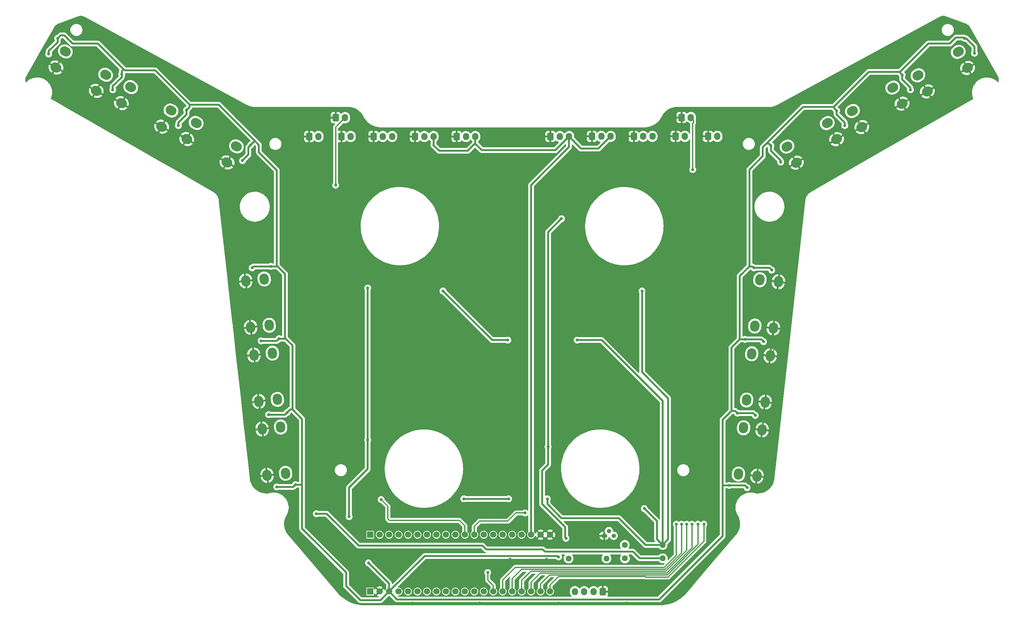
<source format=gbr>
%TF.GenerationSoftware,KiCad,Pcbnew,(6.0.1)*%
%TF.CreationDate,2022-11-23T14:03:38+01:00*%
%TF.ProjectId,992 GT3R PCB 2,39393220-4754-4335-9220-50434220322e,rev?*%
%TF.SameCoordinates,Original*%
%TF.FileFunction,Copper,L2,Bot*%
%TF.FilePolarity,Positive*%
%FSLAX46Y46*%
G04 Gerber Fmt 4.6, Leading zero omitted, Abs format (unit mm)*
G04 Created by KiCad (PCBNEW (6.0.1)) date 2022-11-23 14:03:38*
%MOMM*%
%LPD*%
G01*
G04 APERTURE LIST*
G04 Aperture macros list*
%AMRoundRect*
0 Rectangle with rounded corners*
0 $1 Rounding radius*
0 $2 $3 $4 $5 $6 $7 $8 $9 X,Y pos of 4 corners*
0 Add a 4 corners polygon primitive as box body*
4,1,4,$2,$3,$4,$5,$6,$7,$8,$9,$2,$3,0*
0 Add four circle primitives for the rounded corners*
1,1,$1+$1,$2,$3*
1,1,$1+$1,$4,$5*
1,1,$1+$1,$6,$7*
1,1,$1+$1,$8,$9*
0 Add four rect primitives between the rounded corners*
20,1,$1+$1,$2,$3,$4,$5,0*
20,1,$1+$1,$4,$5,$6,$7,0*
20,1,$1+$1,$6,$7,$8,$9,0*
20,1,$1+$1,$8,$9,$2,$3,0*%
%AMHorizOval*
0 Thick line with rounded ends*
0 $1 width*
0 $2 $3 position (X,Y) of the first rounded end (center of the circle)*
0 $4 $5 position (X,Y) of the second rounded end (center of the circle)*
0 Add line between two ends*
20,1,$1,$2,$3,$4,$5,0*
0 Add two circle primitives to create the rounded ends*
1,1,$1,$2,$3*
1,1,$1,$4,$5*%
G04 Aperture macros list end*
%TA.AperFunction,ComponentPad*%
%ADD10HorizOval,2.500000X0.216069X0.125755X-0.216069X-0.125755X0*%
%TD*%
%TA.AperFunction,ComponentPad*%
%ADD11HorizOval,2.500000X0.027434X0.248490X-0.027434X-0.248490X0*%
%TD*%
%TA.AperFunction,ComponentPad*%
%ADD12HorizOval,2.500000X0.026566X-0.248584X-0.026566X0.248584X0*%
%TD*%
%TA.AperFunction,ComponentPad*%
%ADD13HorizOval,2.500000X0.216069X-0.125755X-0.216069X0.125755X0*%
%TD*%
%TA.AperFunction,ComponentPad*%
%ADD14C,1.600000*%
%TD*%
%TA.AperFunction,ComponentPad*%
%ADD15O,1.600000X1.600000*%
%TD*%
%TA.AperFunction,ComponentPad*%
%ADD16RoundRect,0.250000X-0.600000X-0.750000X0.600000X-0.750000X0.600000X0.750000X-0.600000X0.750000X0*%
%TD*%
%TA.AperFunction,ComponentPad*%
%ADD17O,1.700000X2.000000*%
%TD*%
%TA.AperFunction,ComponentPad*%
%ADD18RoundRect,0.250000X-0.600000X-0.725000X0.600000X-0.725000X0.600000X0.725000X-0.600000X0.725000X0*%
%TD*%
%TA.AperFunction,ComponentPad*%
%ADD19O,1.700000X1.950000*%
%TD*%
%TA.AperFunction,ComponentPad*%
%ADD20RoundRect,0.250000X0.600000X0.725000X-0.600000X0.725000X-0.600000X-0.725000X0.600000X-0.725000X0*%
%TD*%
%TA.AperFunction,ComponentPad*%
%ADD21O,1.600000X1.200000*%
%TD*%
%TA.AperFunction,ComponentPad*%
%ADD22O,1.200000X1.200000*%
%TD*%
%TA.AperFunction,ComponentPad*%
%ADD23C,1.700000*%
%TD*%
%TA.AperFunction,ComponentPad*%
%ADD24R,1.700000X1.700000*%
%TD*%
%TA.AperFunction,ViaPad*%
%ADD25C,0.800000*%
%TD*%
%TA.AperFunction,Conductor*%
%ADD26C,0.500000*%
%TD*%
%TA.AperFunction,Conductor*%
%ADD27C,0.300000*%
%TD*%
%TA.AperFunction,Conductor*%
%ADD28C,0.250000*%
%TD*%
G04 APERTURE END LIST*
D10*
%TO.P,SW11,1,1*%
%TO.N,Net-(SW11-Pad1)*%
X250433435Y170037749D03*
X239630000Y163750000D03*
%TO.P,SW11,2,2*%
%TO.N,GND*%
X252948535Y165716375D03*
X242145100Y159428626D03*
%TD*%
D11*
%TO.P,SW9,1,1*%
%TO.N,Net-(SW9-Pad1)*%
X214800938Y118446592D03*
X213429259Y106022080D03*
%TO.P,SW9,2,2*%
%TO.N,GND*%
X219770743Y117897920D03*
X218399064Y105473408D03*
%TD*%
D12*
%TO.P,SW6,1,1*%
%TO.N,Net-(SW6-Pad1)*%
X87549996Y66481048D03*
X86221695Y78910272D03*
%TO.P,SW6,2,2*%
%TO.N,GND*%
X81250005Y78378952D03*
X82578306Y65949727D03*
%TD*%
D13*
%TO.P,SW3,1,1*%
%TO.N,Net-(SW3-Pad1)*%
X74349267Y154256813D03*
X63545832Y160544562D03*
%TO.P,SW3,2,2*%
%TO.N,GND*%
X71834167Y149935439D03*
X61030732Y156223188D03*
%TD*%
D12*
%TO.P,SW5,1,1*%
%TO.N,Net-(SW5-Pad1)*%
X84011695Y98750272D03*
X85339996Y86321048D03*
%TO.P,SW5,2,2*%
%TO.N,GND*%
X79040005Y98218952D03*
X80368306Y85789727D03*
%TD*%
D14*
%TO.P,R3,1*%
%TO.N,Net-(Q1-Pad3)*%
X178550000Y47255000D03*
D15*
%TO.P,R3,2*%
%TO.N,Net-(D33-Pad1)*%
X188710000Y47255000D03*
%TD*%
D14*
%TO.P,R1,1*%
%TO.N,B0LEDCONTROL*%
X163480000Y43630000D03*
D15*
%TO.P,R1,2*%
%TO.N,Net-(Q1-Pad2)*%
X173640000Y43630000D03*
%TD*%
D13*
%TO.P,SW2,1,1*%
%TO.N,Net-(SW2-Pad1)*%
X56809267Y163866813D03*
X46005832Y170154562D03*
%TO.P,SW2,2,2*%
%TO.N,GND*%
X54294167Y159545439D03*
X43490732Y165833188D03*
%TD*%
D10*
%TO.P,SW10,1,1*%
%TO.N,Net-(SW10-Pad1)*%
X232873435Y160494561D03*
X222070000Y154206812D03*
%TO.P,SW10,2,2*%
%TO.N,GND*%
X224585100Y149885438D03*
X235388535Y156173187D03*
%TD*%
D12*
%TO.P,SW4,1,1*%
%TO.N,Net-(SW4-Pad1)*%
X83149996Y106221048D03*
X81821695Y118650272D03*
%TO.P,SW4,2,2*%
%TO.N,GND*%
X78178306Y105689727D03*
X76850005Y118118952D03*
%TD*%
D13*
%TO.P,SW1,1,1*%
%TO.N,Net-(SW1-Pad1)*%
X39259267Y173456813D03*
X28455832Y179744562D03*
%TO.P,SW1,2,2*%
%TO.N,GND*%
X25940732Y175423188D03*
X36744167Y169135439D03*
%TD*%
D14*
%TO.P,R2,1*%
%TO.N,Net-(Q1-Pad3)*%
X178590000Y43655000D03*
D15*
%TO.P,R2,2*%
%TO.N,Net-(D1-Pad1)*%
X188750000Y43655000D03*
%TD*%
D11*
%TO.P,SW8,1,1*%
%TO.N,Net-(SW8-Pad1)*%
X211239259Y86152080D03*
X212610938Y98576592D03*
%TO.P,SW8,2,2*%
%TO.N,GND*%
X217580743Y98027920D03*
X216209064Y85603408D03*
%TD*%
%TO.P,SW7,1,1*%
%TO.N,Net-(SW7-Pad1)*%
X209059259Y66272080D03*
X210430938Y78696592D03*
%TO.P,SW7,2,2*%
%TO.N,GND*%
X214029064Y65723408D03*
X215400743Y78147920D03*
%TD*%
D10*
%TO.P,SW12,1,1*%
%TO.N,Net-(SW12-Pad1)*%
X257210000Y173330000D03*
X268013435Y179617749D03*
%TO.P,SW12,2,2*%
%TO.N,GND*%
X270528535Y175296375D03*
X259725100Y169008626D03*
%TD*%
D16*
%TO.P,J1,1,Pin_1*%
%TO.N,GND*%
X93880000Y156905000D03*
D17*
%TO.P,J1,2,Pin_2*%
%TO.N,Net-(J1-Pad2)*%
X96380000Y156905000D03*
%TD*%
D18*
%TO.P,J5,1,Pin_1*%
%TO.N,GND*%
X111130000Y156905000D03*
D19*
%TO.P,J5,2,Pin_2*%
%TO.N,Net-(C1-Pad1)*%
X113630000Y156905000D03*
%TO.P,J5,3,Pin_3*%
%TO.N,Net-(C3-Pad1)*%
X116130000Y156905000D03*
%TD*%
D20*
%TO.P,USBin1,1,Pin_1*%
%TO.N,GND*%
X172670000Y34720000D03*
D19*
%TO.P,USBin1,2,Pin_2*%
%TO.N,UDBD+*%
X170170000Y34720000D03*
%TO.P,USBin1,3,Pin_3*%
%TO.N,USBD-*%
X167670000Y34720000D03*
%TO.P,USBin1,4,Pin_4*%
%TO.N,LEDPwr*%
X165170000Y34720000D03*
%TD*%
D16*
%TO.P,J12,1,Pin_1*%
%TO.N,GND*%
X100990000Y161950000D03*
D17*
%TO.P,J12,2,Pin_2*%
%TO.N,Net-(J12-Pad2)*%
X103490000Y161950000D03*
%TD*%
D18*
%TO.P,J6,1,Pin_1*%
%TO.N,GND*%
X180980000Y156930000D03*
D19*
%TO.P,J6,2,Pin_2*%
%TO.N,Net-(C2-Pad1)*%
X183480000Y156930000D03*
%TO.P,J6,3,Pin_3*%
%TO.N,Net-(C4-Pad1)*%
X185980000Y156930000D03*
%TD*%
D21*
%TO.P,Q1,1,E*%
%TO.N,GND*%
X173019724Y49714724D03*
D22*
%TO.P,Q1,2,B*%
%TO.N,Net-(Q1-Pad2)*%
X174289724Y50984724D03*
%TO.P,Q1,3,C*%
%TO.N,Net-(Q1-Pad3)*%
X175559724Y49714724D03*
%TD*%
D18*
%TO.P,J10,1,Pin_1*%
%TO.N,GND*%
X169755000Y156930000D03*
D19*
%TO.P,J10,2,Pin_2*%
%TO.N,Rotor4Sign*%
X172255000Y156930000D03*
%TO.P,J10,3,Pin_3*%
%TO.N,Rotor3v3*%
X174755000Y156930000D03*
%TD*%
D18*
%TO.P,J8,1,Pin_1*%
%TO.N,GND*%
X133440000Y156885000D03*
D19*
%TO.P,J8,2,Pin_2*%
%TO.N,Rotor2Sign*%
X135940000Y156885000D03*
%TO.P,J8,3,Pin_3*%
%TO.N,Rotor3v3*%
X138440000Y156885000D03*
%TD*%
D18*
%TO.P,J9,1,Pin_1*%
%TO.N,GND*%
X158605000Y156905000D03*
D19*
%TO.P,J9,2,Pin_2*%
%TO.N,Rotor3Sign*%
X161105000Y156905000D03*
%TO.P,J9,3,Pin_3*%
%TO.N,Rotor3v3*%
X163605000Y156905000D03*
%TD*%
D18*
%TO.P,J7,1,Pin_1*%
%TO.N,GND*%
X122260000Y156895000D03*
D19*
%TO.P,J7,2,Pin_2*%
%TO.N,Rotor1Sign*%
X124760000Y156895000D03*
%TO.P,J7,3,Pin_3*%
%TO.N,Rotor3v3*%
X127260000Y156895000D03*
%TD*%
D16*
%TO.P,J11,1,Pin_1*%
%TO.N,GND*%
X193780000Y162000000D03*
D17*
%TO.P,J11,2,Pin_2*%
%TO.N,Net-(J11-Pad2)*%
X196280000Y162000000D03*
%TD*%
D16*
%TO.P,J4,1,Pin_1*%
%TO.N,GND*%
X200880000Y156930000D03*
D17*
%TO.P,J4,2,Pin_2*%
%TO.N,Net-(J4-Pad2)*%
X203380000Y156930000D03*
%TD*%
D16*
%TO.P,J3,1,Pin_1*%
%TO.N,GND*%
X192180000Y156930000D03*
D17*
%TO.P,J3,2,Pin_2*%
%TO.N,Net-(J3-Pad2)*%
X194680000Y156930000D03*
%TD*%
D23*
%TO.P,U1,1,GND*%
%TO.N,GND*%
X158500000Y50000000D03*
%TO.P,U1,2,GND*%
X155960000Y50000000D03*
%TO.P,U1,3,3v3*%
%TO.N,Rotor3v3*%
X153420000Y50000000D03*
%TO.P,U1,4,RES*%
%TO.N,unconnected-(U1-Pad4)*%
X150880000Y50000000D03*
%TO.P,U1,5,B11*%
%TO.N,unconnected-(U1-Pad5)*%
X148340000Y50000000D03*
%TO.P,U1,6,B10*%
%TO.N,unconnected-(U1-Pad6)*%
X145800000Y50000000D03*
%TO.P,U1,7,B1*%
%TO.N,unconnected-(U1-Pad7)*%
X143260000Y50000000D03*
%TO.P,U1,8,B0*%
%TO.N,B0LEDCONTROL*%
X140720000Y50000000D03*
%TO.P,U1,9,A7*%
%TO.N,Net-(J11-Pad2)*%
X138180000Y50000000D03*
%TO.P,U1,10,A6*%
%TO.N,Net-(J12-Pad2)*%
X135640000Y50000000D03*
%TO.P,U1,11,A5*%
%TO.N,Rotor4Sign*%
X133100000Y50000000D03*
%TO.P,U1,12,A4*%
%TO.N,Rotor3Sign*%
X130560000Y50000000D03*
%TO.P,U1,13,A3*%
%TO.N,Rotor2Sign*%
X128020000Y50000000D03*
%TO.P,U1,14,A2*%
%TO.N,Rotor1Sign*%
X125480000Y50000000D03*
%TO.P,U1,15,A1*%
%TO.N,Net-(C3-Pad1)*%
X122940000Y50000000D03*
%TO.P,U1,16,A0*%
%TO.N,Net-(C1-Pad1)*%
X120400000Y50000000D03*
%TO.P,U1,17,C15*%
%TO.N,Net-(J2-Pad2)*%
X117860000Y50000000D03*
%TO.P,U1,18,C14*%
%TO.N,Net-(J1-Pad2)*%
X115320000Y50000000D03*
%TO.P,U1,19,C13*%
%TO.N,Net-(SW1-Pad1)*%
X112780000Y50000000D03*
D24*
%TO.P,U1,20,VBT*%
%TO.N,unconnected-(U1-Pad20)*%
X110240000Y50000000D03*
D23*
%TO.P,U1,21,B12*%
%TO.N,Net-(SW7-Pad1)*%
X158500000Y34760000D03*
%TO.P,U1,22,B13*%
%TO.N,Net-(SW8-Pad1)*%
X155960000Y34760000D03*
%TO.P,U1,23,B14*%
%TO.N,Net-(SW9-Pad1)*%
X153420000Y34760000D03*
%TO.P,U1,24,B15*%
%TO.N,Net-(SW10-Pad1)*%
X150880000Y34760000D03*
%TO.P,U1,25,A8*%
%TO.N,Net-(SW11-Pad1)*%
X148340000Y34760000D03*
%TO.P,U1,26,A9*%
%TO.N,Net-(SW12-Pad1)*%
X145800000Y34760000D03*
%TO.P,U1,27,A10*%
%TO.N,Net-(J4-Pad2)*%
X143260000Y34760000D03*
%TO.P,U1,28,A11*%
%TO.N,USBD-*%
X140720000Y34760000D03*
%TO.P,U1,29,A12*%
%TO.N,UDBD+*%
X138180000Y34760000D03*
%TO.P,U1,30,A15*%
%TO.N,Net-(J3-Pad2)*%
X135640000Y34760000D03*
%TO.P,U1,31,B3*%
%TO.N,Net-(C4-Pad1)*%
X133100000Y34760000D03*
%TO.P,U1,32,B4*%
%TO.N,Net-(C2-Pad1)*%
X130560000Y34760000D03*
%TO.P,U1,33,B5*%
%TO.N,Net-(SW2-Pad1)*%
X128020000Y34760000D03*
%TO.P,U1,34,B6*%
%TO.N,Net-(SW3-Pad1)*%
X125480000Y34760000D03*
%TO.P,U1,35,B7*%
%TO.N,Net-(SW4-Pad1)*%
X122940000Y34760000D03*
%TO.P,U1,36,B8*%
%TO.N,Net-(SW5-Pad1)*%
X120400000Y34760000D03*
%TO.P,U1,37,B9*%
%TO.N,Net-(SW6-Pad1)*%
X117860000Y34760000D03*
%TO.P,U1,38,5V*%
%TO.N,LEDPwr*%
X115320000Y34760000D03*
%TO.P,U1,39,GND*%
%TO.N,GND*%
X112780000Y34760000D03*
D24*
%TO.P,U1,40,3V3*%
%TO.N,unconnected-(U1-Pad40)*%
X110240000Y34760000D03*
%TD*%
D16*
%TO.P,J2,1,Pin_1*%
%TO.N,GND*%
X102510000Y156905000D03*
D17*
%TO.P,J2,2,Pin_2*%
%TO.N,Net-(J2-Pad2)*%
X105010000Y156905000D03*
%TD*%
D25*
%TO.N,LEDPwr*%
X109580000Y116230000D03*
X160780000Y44030000D03*
X210780000Y102430000D03*
X213580000Y82030000D03*
X157980000Y73630000D03*
X217780000Y154430000D03*
X87980000Y82830000D03*
X104580000Y54830000D03*
X43580000Y173630000D03*
X85780000Y102630000D03*
X252980000Y173430000D03*
X269780000Y183230000D03*
X85180000Y62830000D03*
X41180000Y169430000D03*
X78180000Y154630000D03*
X162780000Y49030000D03*
X217980000Y121030000D03*
X26380000Y183230000D03*
X211380000Y62630000D03*
X255180000Y169430000D03*
X161580000Y134830000D03*
X75980000Y150430000D03*
X83580000Y122030000D03*
X272380000Y179230000D03*
X109780000Y42430000D03*
X235380000Y163830000D03*
X23980000Y179030000D03*
X78580000Y121630000D03*
X208780000Y82630000D03*
X213180000Y121630000D03*
X109580000Y75430000D03*
X80980000Y102030000D03*
X237580000Y159830000D03*
X90180000Y63430000D03*
X206580000Y63230000D03*
X215780000Y101830000D03*
X58780000Y159830000D03*
X60980000Y164030000D03*
X220380000Y150030000D03*
X82980000Y82230000D03*
%TO.N,Net-(J4-Pad2)*%
X141780000Y39830000D03*
%TO.N,GND*%
X104480000Y109530000D03*
X194480000Y115030000D03*
X264180000Y178230000D03*
X62380000Y172230000D03*
X238980000Y166630000D03*
X97580000Y148830000D03*
X139680000Y121130000D03*
X94480000Y109530000D03*
X219380000Y82430000D03*
X114280000Y121130000D03*
X142580000Y47230000D03*
X165080000Y95730000D03*
X245580000Y152830000D03*
X100380000Y37430000D03*
X190480000Y108430000D03*
X259180000Y186230000D03*
X73180000Y112630000D03*
X165080000Y108430000D03*
X277380000Y173430000D03*
X151110000Y95730000D03*
X115180000Y32430000D03*
X59980000Y148630000D03*
X67290000Y155420000D03*
X79990000Y108430000D03*
X82530000Y127480000D03*
X95180000Y140630000D03*
X75180000Y94430000D03*
X210800000Y70330000D03*
X38980000Y184830000D03*
X215880000Y146530000D03*
X194480000Y120530000D03*
X184130000Y70330000D03*
X49780000Y178830000D03*
X126980000Y83030000D03*
X158980000Y47230000D03*
X156190000Y83030000D03*
X268380000Y165830000D03*
X139680000Y146530000D03*
X164580000Y48830000D03*
X235980000Y173230000D03*
X115480000Y43530000D03*
X82530000Y133830000D03*
X88380000Y59630000D03*
X139680000Y133830000D03*
X151110000Y83030000D03*
X150980000Y52830000D03*
X204580000Y145630000D03*
X152380000Y156690000D03*
X155780000Y47230000D03*
X110880000Y64730000D03*
X190480000Y95730000D03*
X119480000Y154655000D03*
X194480000Y126030000D03*
X151110000Y133830000D03*
X104480000Y103530000D03*
X218180000Y75030000D03*
X178980000Y31630000D03*
X139680000Y83030000D03*
X112780000Y43430000D03*
X191980000Y55030000D03*
X77380000Y74230000D03*
X203580000Y45830000D03*
X100180000Y73830000D03*
X198580000Y39830000D03*
X225180000Y138030000D03*
X121580000Y31630000D03*
X75780000Y156630000D03*
X27580000Y182230000D03*
X156190000Y95730000D03*
X206280000Y61530000D03*
X114280000Y108430000D03*
X105390000Y83030000D03*
X221380000Y102430000D03*
X101580000Y57630000D03*
X105380000Y32430000D03*
X152380000Y146530000D03*
X96380000Y101030000D03*
X151110000Y70330000D03*
X215880000Y95730000D03*
X196180000Y70330000D03*
X213980000Y83630000D03*
X209530000Y157960000D03*
X71180000Y132230000D03*
X94480000Y96030000D03*
X201980000Y97430000D03*
X234980000Y147030000D03*
X215880000Y108430000D03*
X155780000Y52630000D03*
X196380000Y74230000D03*
X88880000Y163040000D03*
X203180000Y120495000D03*
X95230000Y83030000D03*
X147780000Y43430000D03*
X191580000Y60230000D03*
X216780000Y63030000D03*
X158580000Y52630000D03*
X128250000Y146530000D03*
X81780000Y95630000D03*
X114280000Y83030000D03*
X126980000Y95730000D03*
X79180000Y63430000D03*
X139680000Y108430000D03*
X158730000Y146530000D03*
X165080000Y83030000D03*
X203180000Y108430000D03*
X50180000Y153830000D03*
X121580000Y152030000D03*
X75380000Y124230000D03*
X114280000Y95730000D03*
X105580000Y36830000D03*
X167620000Y146530000D03*
X69780000Y142630000D03*
X265410000Y175740000D03*
X198180000Y142030000D03*
X110255000Y154630000D03*
X175780000Y43030000D03*
X107930000Y57630000D03*
X99980000Y140230000D03*
X184130000Y83030000D03*
X203180000Y126210000D03*
X95230000Y133830000D03*
X177018000Y35659000D03*
X151110000Y121130000D03*
X85980000Y70430000D03*
X177780000Y83030000D03*
X82530000Y146530000D03*
X221380000Y157230000D03*
X118480000Y43530000D03*
X94180000Y146430000D03*
X174859000Y37437000D03*
X220960000Y133830000D03*
X207780000Y52230000D03*
X82530000Y163040000D03*
X215580000Y163030000D03*
X146580000Y47230000D03*
X157580000Y43430000D03*
X77980000Y159030000D03*
X169271000Y37437000D03*
X88580000Y52430000D03*
X185780000Y36030000D03*
X156190000Y133830000D03*
X164380000Y121030000D03*
X175240000Y95730000D03*
X177780000Y108430000D03*
X139680000Y70330000D03*
X126980000Y108430000D03*
X203180000Y133830000D03*
X48240000Y165580000D03*
X39980000Y159630000D03*
X95230000Y70330000D03*
X139580000Y31630000D03*
X156190000Y121130000D03*
X207980000Y59630000D03*
X77450000Y83030000D03*
X72380000Y121830000D03*
X246580000Y179230000D03*
X75380000Y102830000D03*
X94780000Y43830000D03*
X71580000Y167230000D03*
X203180000Y83030000D03*
X191980000Y33830000D03*
X30460000Y174470000D03*
X248900000Y166850000D03*
X19380000Y173430000D03*
X209530000Y163040000D03*
X72180000Y146030000D03*
X229850000Y156690000D03*
X156190000Y70330000D03*
X206480000Y65230000D03*
X180230000Y154630000D03*
X177018000Y37437000D03*
X151180000Y47230000D03*
X160780000Y31630000D03*
X222980000Y122830000D03*
X189305000Y154655000D03*
X203180000Y114780000D03*
X193020000Y83030000D03*
X139680000Y95730000D03*
X107930000Y146530000D03*
X256380000Y159030000D03*
X190480000Y146530000D03*
X224980000Y167630000D03*
X95230000Y121130000D03*
X30460000Y165580000D03*
X104480000Y96030000D03*
X202380000Y66030000D03*
%TO.N,Net-(SW7-Pad1)*%
X199780000Y52830000D03*
%TO.N,Net-(SW8-Pad1)*%
X198180000Y52830000D03*
%TO.N,Net-(SW9-Pad1)*%
X196580000Y52830000D03*
%TO.N,Net-(SW10-Pad1)*%
X195180000Y52830000D03*
%TO.N,Net-(SW11-Pad1)*%
X193780000Y52830000D03*
%TO.N,Net-(SW12-Pad1)*%
X192380000Y52830000D03*
%TO.N,Net-(D1-Pad1)*%
X95780000Y55630000D03*
%TO.N,Net-(J11-Pad2)*%
X151780000Y55830000D03*
X196780000Y148030000D03*
%TO.N,Net-(J12-Pad2)*%
X113180000Y59430000D03*
X100980000Y143830000D03*
%TO.N,Net-(D33-Pad1)*%
X147380000Y59630000D03*
X129780000Y115430000D03*
X183780000Y57030000D03*
X165780000Y102230000D03*
X157780000Y59630000D03*
X147180000Y102230000D03*
X135380000Y59630000D03*
X183180000Y115430000D03*
%TD*%
D26*
%TO.N,LEDPwr*%
X267380000Y183430000D02*
X269580000Y183430000D01*
X60980000Y164030000D02*
X61780000Y164830000D01*
X211380000Y62630000D02*
X210780000Y63230000D01*
X217780000Y153030000D02*
X217780000Y154430000D01*
X115320000Y36890000D02*
X115320000Y34760000D01*
X217980000Y121030000D02*
X217380000Y121630000D01*
X83580000Y122030000D02*
X85380000Y122030000D01*
X212780000Y122030000D02*
X211980000Y122030000D01*
X58780000Y160630000D02*
X60980000Y162830000D01*
X103780000Y36230000D02*
X103780000Y39830000D01*
X115320000Y34760000D02*
X117450000Y32630000D01*
X81780000Y151230000D02*
X80380000Y152630000D01*
X212980000Y82630000D02*
X208780000Y82630000D01*
X89380000Y83630000D02*
X89380000Y98430000D01*
X78480000Y156530000D02*
X69580000Y165430000D01*
X61780000Y164830000D02*
X61780000Y165430000D01*
X85180000Y147830000D02*
X81780000Y151230000D01*
X124839511Y44279511D02*
X115320000Y34760000D01*
X156380000Y67230000D02*
X157980000Y68830000D01*
X91980000Y51630000D02*
X91980000Y81030000D01*
X28180000Y184030000D02*
X30380000Y181830000D01*
X162780000Y49030000D02*
X162580000Y49230000D01*
X89580000Y62830000D02*
X90180000Y63430000D01*
X208780000Y82630000D02*
X208180000Y83230000D01*
X270180000Y183230000D02*
X269780000Y183230000D01*
X27180000Y184030000D02*
X28180000Y184030000D01*
X85180000Y122230000D02*
X85180000Y142030000D01*
X85780000Y102630000D02*
X87580000Y102630000D01*
X75980000Y150430000D02*
X77580000Y152030000D01*
X115320000Y34760000D02*
X112990000Y32430000D01*
X109580000Y116230000D02*
X109580000Y67630000D01*
X157980000Y68830000D02*
X157980000Y73630000D01*
X269580000Y183430000D02*
X269780000Y183230000D01*
X109580000Y67630000D02*
X104580000Y62630000D01*
X234580000Y164830000D02*
X243980000Y174230000D01*
X217180000Y155030000D02*
X216580000Y155030000D01*
X103780000Y39830000D02*
X91980000Y51630000D01*
X80380000Y154630000D02*
X79180000Y155830000D01*
X235380000Y163830000D02*
X234580000Y164630000D01*
X204980000Y63230000D02*
X204780000Y63030000D01*
X272380000Y179230000D02*
X272380000Y181030000D01*
X80980000Y102030000D02*
X85180000Y102030000D01*
X243980000Y174230000D02*
X252380000Y174230000D01*
X77580000Y152030000D02*
X77580000Y154030000D01*
X23980000Y179830000D02*
X26380000Y182230000D01*
X211980000Y148030000D02*
X215580000Y151630000D01*
X215580000Y154030000D02*
X216580000Y155030000D01*
X79180000Y155830000D02*
X78480000Y156530000D01*
X210780000Y102430000D02*
X209380000Y102430000D01*
X58780000Y159830000D02*
X58780000Y160630000D01*
X61780000Y165430000D02*
X60280000Y166930000D01*
X85180000Y142030000D02*
X85180000Y147830000D01*
X79180000Y155630000D02*
X79380000Y155630000D01*
X41180000Y170430000D02*
X43580000Y172830000D01*
X234580000Y164630000D02*
X234580000Y164830000D01*
X161580000Y134830000D02*
X157980000Y131230000D01*
X217380000Y121630000D02*
X213180000Y121630000D01*
X91980000Y81030000D02*
X89380000Y83630000D01*
X89380000Y98430000D02*
X89380000Y100830000D01*
X43580000Y174430000D02*
X43980000Y174830000D01*
X255180000Y170030000D02*
X252980000Y172230000D01*
X85180000Y62830000D02*
X89580000Y62830000D01*
X207180000Y100230000D02*
X208980000Y102030000D01*
X107580000Y32430000D02*
X103780000Y36230000D01*
X255180000Y169430000D02*
X255180000Y170030000D01*
X85180000Y102030000D02*
X85780000Y102630000D01*
X79380000Y155630000D02*
X78480000Y156530000D01*
X78180000Y154630000D02*
X79180000Y155630000D01*
X215180000Y102430000D02*
X210780000Y102430000D01*
X109780000Y42430000D02*
X115320000Y36890000D01*
X60980000Y162830000D02*
X60980000Y164030000D01*
X160530489Y44279511D02*
X124839511Y44279511D01*
X90180000Y63430000D02*
X91780000Y63430000D01*
X211980000Y122030000D02*
X211980000Y148030000D01*
X82980000Y82230000D02*
X87380000Y82230000D01*
X62780000Y165430000D02*
X61780000Y165430000D01*
X78980000Y122030000D02*
X83580000Y122030000D01*
X226380000Y164830000D02*
X234580000Y164830000D01*
X160780000Y44030000D02*
X160530489Y44279511D01*
X87380000Y120030000D02*
X85180000Y122230000D01*
X187780000Y32630000D02*
X204780000Y49630000D01*
X88780000Y83630000D02*
X89380000Y83630000D01*
X215580000Y151630000D02*
X215580000Y154030000D01*
X252380000Y174230000D02*
X259980000Y181830000D01*
X43980000Y174830000D02*
X43980000Y175030000D01*
X208180000Y83230000D02*
X207180000Y83230000D01*
X237580000Y159830000D02*
X237580000Y160630000D01*
X117450000Y32630000D02*
X187780000Y32630000D01*
X26380000Y183230000D02*
X27180000Y184030000D01*
X220380000Y150030000D02*
X220380000Y150430000D01*
X44380000Y174630000D02*
X43480000Y175530000D01*
X87380000Y82230000D02*
X87980000Y82830000D01*
X210780000Y63230000D02*
X206580000Y63230000D01*
X220380000Y150430000D02*
X217780000Y153030000D01*
X217780000Y154430000D02*
X217180000Y155030000D01*
X204780000Y63030000D02*
X204780000Y80830000D01*
X30380000Y181830000D02*
X37180000Y181830000D01*
X252980000Y173430000D02*
X252380000Y174030000D01*
X89380000Y100830000D02*
X87580000Y102630000D01*
X26380000Y182230000D02*
X26380000Y183230000D01*
X23980000Y179030000D02*
X23980000Y179830000D01*
X252380000Y174030000D02*
X252380000Y174230000D01*
X87980000Y82830000D02*
X88780000Y83630000D01*
X237580000Y160630000D02*
X235380000Y162830000D01*
X209380000Y102430000D02*
X209380000Y119430000D01*
X215780000Y101830000D02*
X215180000Y102430000D01*
X112990000Y32430000D02*
X107580000Y32430000D01*
X78580000Y121630000D02*
X78980000Y122030000D01*
X87380000Y102830000D02*
X87380000Y120030000D01*
X69580000Y165430000D02*
X62780000Y165430000D01*
X162580000Y52030000D02*
X156380000Y58230000D01*
X60280000Y166930000D02*
X52580000Y174630000D01*
X104580000Y62630000D02*
X104580000Y54830000D01*
X213180000Y121630000D02*
X212780000Y122030000D01*
X252980000Y172230000D02*
X252980000Y173430000D01*
X37180000Y181830000D02*
X43480000Y175530000D01*
X235380000Y162830000D02*
X235380000Y163830000D01*
X43580000Y173630000D02*
X43580000Y174430000D01*
X43980000Y175030000D02*
X43480000Y175530000D01*
X209380000Y102430000D02*
X208980000Y102030000D01*
X216580000Y155030000D02*
X226380000Y164830000D01*
X204780000Y49630000D02*
X204780000Y63030000D01*
X52580000Y174630000D02*
X44380000Y174630000D01*
X259980000Y181830000D02*
X265780000Y181830000D01*
X209380000Y119430000D02*
X211980000Y122030000D01*
X162580000Y49230000D02*
X162580000Y52030000D01*
X204780000Y80830000D02*
X207180000Y83230000D01*
X206580000Y63230000D02*
X204980000Y63230000D01*
X43580000Y172830000D02*
X43580000Y173630000D01*
X77580000Y154030000D02*
X78180000Y154630000D01*
X87580000Y102630000D02*
X87380000Y102830000D01*
X272380000Y181030000D02*
X270180000Y183230000D01*
X265780000Y181830000D02*
X267380000Y183430000D01*
X156380000Y58230000D02*
X156380000Y67230000D01*
X207180000Y83230000D02*
X207180000Y100230000D01*
X41180000Y169430000D02*
X41180000Y170430000D01*
X80380000Y152630000D02*
X80380000Y154630000D01*
X157980000Y131230000D02*
X157980000Y73630000D01*
X213580000Y82030000D02*
X212980000Y82630000D01*
D27*
%TO.N,Net-(J4-Pad2)*%
X141780000Y37830000D02*
X143260000Y36350000D01*
X143260000Y36350000D02*
X143260000Y34760000D01*
X141780000Y39830000D02*
X141780000Y37830000D01*
D28*
%TO.N,GND*%
X218399064Y98949064D02*
X218399064Y105473408D01*
X217580743Y98130743D02*
X218399064Y98949064D01*
X217580743Y98027920D02*
X217580743Y98130743D01*
D27*
%TO.N,Net-(SW7-Pad1)*%
X160780000Y38730480D02*
X158500000Y36450480D01*
X190180000Y38630000D02*
X184180000Y38630000D01*
X199780000Y52830000D02*
X199780000Y48230000D01*
X199780000Y48230000D02*
X190180000Y38630000D01*
X184079520Y38730480D02*
X160780000Y38730480D01*
X184180000Y38630000D02*
X184079520Y38730480D01*
X158500000Y36450480D02*
X158500000Y34760000D01*
%TO.N,Net-(SW8-Pad1)*%
X158380000Y39230000D02*
X155960000Y36810000D01*
X196292854Y45517146D02*
X190005708Y39230000D01*
X198180000Y52830000D02*
X198180000Y47404291D01*
X198180000Y47404291D02*
X196292854Y45517146D01*
X190005708Y39230000D02*
X158380000Y39230000D01*
X155960000Y36810000D02*
X155960000Y34760000D01*
%TO.N,Net-(SW9-Pad1)*%
X196580000Y52830000D02*
X196580000Y46510719D01*
X195039641Y44970359D02*
X189800723Y39731441D01*
X153420000Y37270000D02*
X153420000Y34760000D01*
X189800723Y39731441D02*
X155881441Y39731441D01*
X155881441Y39731441D02*
X153420000Y37270000D01*
X196580000Y46510719D02*
X195039641Y44970359D01*
%TO.N,Net-(SW10-Pad1)*%
X153380961Y40230961D02*
X150880000Y37730000D01*
X195180000Y45817146D02*
X189593816Y40230961D01*
X195180000Y52830000D02*
X195180000Y45817146D01*
X150880000Y37730000D02*
X150880000Y34760000D01*
X189593816Y40230961D02*
X153380961Y40230961D01*
%TO.N,Net-(SW11-Pad1)*%
X189386909Y40730481D02*
X150880481Y40730481D01*
X148340000Y38190000D02*
X148340000Y34760000D01*
X193780000Y52830000D02*
X193780000Y45123573D01*
X193780000Y45123573D02*
X189386909Y40730481D01*
X150880481Y40730481D02*
X148340000Y38190000D01*
%TO.N,Net-(SW12-Pad1)*%
X189180000Y41230000D02*
X149180000Y41230000D01*
X149180000Y41230000D02*
X145800000Y37850000D01*
X145800000Y37850000D02*
X145800000Y34760000D01*
X192380000Y52830000D02*
X192380000Y44430000D01*
X192380000Y44430000D02*
X189180000Y41230000D01*
D26*
%TO.N,Net-(D1-Pad1)*%
X141380000Y46030000D02*
X156580000Y46030000D01*
X140380000Y47030000D02*
X141380000Y46030000D01*
X182555000Y43655000D02*
X180780000Y45430000D01*
X188750000Y43655000D02*
X182555000Y43655000D01*
X180780000Y45430000D02*
X157180000Y45430000D01*
X98580000Y55630000D02*
X107180000Y47030000D01*
X95780000Y55630000D02*
X98580000Y55630000D01*
X156580000Y46030000D02*
X157180000Y45430000D01*
X107180000Y47030000D02*
X140380000Y47030000D01*
%TO.N,Rotor3v3*%
X163605000Y156905000D02*
X165004520Y155505480D01*
X138440000Y155090000D02*
X136380000Y153030000D01*
X163605000Y154055000D02*
X163605000Y156905000D01*
X171455000Y153630000D02*
X174755000Y156930000D01*
X140180000Y153230000D02*
X159930000Y153230000D01*
X138440000Y154970000D02*
X140180000Y153230000D01*
X165004520Y155505480D02*
X165004520Y155405480D01*
X159930000Y153230000D02*
X163605000Y156905000D01*
X138440000Y156885000D02*
X138440000Y154970000D01*
X127260000Y154710000D02*
X127260000Y156895000D01*
X166780000Y153630000D02*
X171455000Y153630000D01*
X136380000Y153030000D02*
X128780000Y153030000D01*
X138440000Y156885000D02*
X138440000Y155090000D01*
X127180000Y154630000D02*
X127260000Y154710000D01*
X153420000Y143870000D02*
X163605000Y154055000D01*
X165004520Y155405480D02*
X166780000Y153630000D01*
X153420000Y50000000D02*
X153420000Y143870000D01*
X128780000Y153030000D02*
X127180000Y154630000D01*
D27*
%TO.N,Net-(J11-Pad2)*%
X196980000Y160630000D02*
X196980000Y161300000D01*
X149380000Y55830000D02*
X147180000Y53630000D01*
X151780000Y55830000D02*
X149380000Y55830000D01*
X196980000Y161300000D02*
X196280000Y162000000D01*
X139580000Y53630000D02*
X138180000Y52230000D01*
X196780000Y148030000D02*
X196780000Y160430000D01*
X147180000Y53630000D02*
X139580000Y53630000D01*
X138180000Y52230000D02*
X138180000Y50000000D01*
X196780000Y160430000D02*
X196980000Y160630000D01*
%TO.N,Net-(J12-Pad2)*%
X100980000Y143830000D02*
X100980000Y159440000D01*
X113180000Y59430000D02*
X114980000Y57630000D01*
X115380000Y53830000D02*
X134180000Y53830000D01*
X100980000Y159440000D02*
X103490000Y161950000D01*
X114980000Y54230000D02*
X115380000Y53830000D01*
X134180000Y53830000D02*
X135640000Y52370000D01*
X135640000Y52370000D02*
X135640000Y50000000D01*
X114980000Y57630000D02*
X114980000Y54230000D01*
D26*
%TO.N,Net-(D33-Pad1)*%
X157780000Y58230000D02*
X161580000Y54430000D01*
X142980000Y102230000D02*
X147180000Y102230000D01*
X183180000Y115430000D02*
X183180000Y93630000D01*
X183180000Y93630000D02*
X190180000Y86630000D01*
X161580000Y54430000D02*
X176980000Y54430000D01*
X172380000Y102230000D02*
X188710000Y85900000D01*
X165780000Y102230000D02*
X172380000Y102230000D01*
X176980000Y54430000D02*
X184155000Y47255000D01*
X183780000Y57030000D02*
X187180000Y53630000D01*
X190180000Y48725000D02*
X188710000Y47255000D01*
X188710000Y85900000D02*
X188710000Y47255000D01*
X157780000Y59630000D02*
X157780000Y58230000D01*
X187180000Y53630000D02*
X187180000Y48785000D01*
X129780000Y115430000D02*
X142980000Y102230000D01*
X135380000Y59630000D02*
X147380000Y59630000D01*
X187180000Y48785000D02*
X188710000Y47255000D01*
X190180000Y86630000D02*
X190180000Y48725000D01*
X184155000Y47255000D02*
X188710000Y47255000D01*
%TD*%
%TA.AperFunction,Conductor*%
%TO.N,GND*%
G36*
X264130534Y189295693D02*
G01*
X264244029Y189289911D01*
X264259283Y189288198D01*
X264371236Y189268659D01*
X264483193Y189249118D01*
X264498115Y189245565D01*
X264682676Y189189547D01*
X264706912Y189179230D01*
X264707448Y189179023D01*
X264715284Y189174639D01*
X264724036Y189172630D01*
X264724039Y189172629D01*
X264746270Y189167527D01*
X264761949Y189162838D01*
X270077873Y187188352D01*
X270095514Y187180199D01*
X270116418Y187168504D01*
X270133680Y187164542D01*
X270156165Y187157097D01*
X270329705Y187080869D01*
X270342769Y187074198D01*
X270530147Y186964317D01*
X270542347Y186956173D01*
X270629016Y186890717D01*
X270715693Y186825255D01*
X270726849Y186815760D01*
X270883799Y186665584D01*
X270893788Y186654845D01*
X271032220Y186487447D01*
X271032222Y186487444D01*
X271040893Y186475620D01*
X271139941Y186322604D01*
X271152010Y186298733D01*
X271152140Y186298390D01*
X271152143Y186298385D01*
X271155319Y186289992D01*
X271160723Y186282829D01*
X271160723Y186282828D01*
X271174465Y186264611D01*
X271183455Y186250927D01*
X272022182Y184773182D01*
X278632369Y173126762D01*
X278634988Y173122147D01*
X278643248Y173104557D01*
X278651731Y173082140D01*
X278657136Y173074975D01*
X278661951Y173068592D01*
X278674598Y173047970D01*
X278764608Y172863508D01*
X278770591Y172849023D01*
X278845716Y172629291D01*
X278849854Y172614170D01*
X278894216Y172400704D01*
X278897099Y172386829D01*
X278899327Y172371312D01*
X278909401Y172246230D01*
X278917968Y172139859D01*
X278918252Y172124180D01*
X278909174Y171918778D01*
X278907999Y171892204D01*
X278906333Y171876614D01*
X278870782Y171667879D01*
X278867346Y171647708D01*
X278863758Y171632450D01*
X278845367Y171571540D01*
X278838901Y171550127D01*
X278800062Y171490697D01*
X278735258Y171461698D01*
X278665063Y171472339D01*
X278626260Y171500478D01*
X278532227Y171601011D01*
X278532211Y171601026D01*
X278530135Y171603246D01*
X278238101Y171860308D01*
X277922545Y172087880D01*
X277685936Y172225816D01*
X277589081Y172282280D01*
X277589079Y172282281D01*
X277586434Y172283823D01*
X277502513Y172322393D01*
X277235704Y172445019D01*
X277235699Y172445021D01*
X277232927Y172446295D01*
X276966425Y172538716D01*
X276868237Y172572767D01*
X276868233Y172572768D01*
X276865347Y172573769D01*
X276487150Y172665047D01*
X276484126Y172665473D01*
X276484124Y172665473D01*
X276104921Y172718844D01*
X276104912Y172718845D01*
X276101891Y172719270D01*
X275963606Y172725197D01*
X275716252Y172735798D01*
X275716248Y172735798D01*
X275713191Y172735929D01*
X275324706Y172714866D01*
X275321679Y172714405D01*
X275321670Y172714404D01*
X275123431Y172684208D01*
X274940086Y172656281D01*
X274825713Y172627302D01*
X274565921Y172561478D01*
X274565912Y172561475D01*
X274562947Y172560724D01*
X274414290Y172507276D01*
X274199719Y172430130D01*
X274199717Y172430129D01*
X274196836Y172429093D01*
X274194080Y172427788D01*
X274194072Y172427785D01*
X274031170Y172350667D01*
X273845192Y172262625D01*
X273842585Y172261065D01*
X273842575Y172261060D01*
X273600688Y172116349D01*
X273511323Y172062886D01*
X273508861Y172061067D01*
X273508857Y172061065D01*
X273423308Y171997883D01*
X273198366Y171831752D01*
X273196095Y171829707D01*
X273196088Y171829701D01*
X273106407Y171748938D01*
X272909263Y171571398D01*
X272907213Y171569156D01*
X272907207Y171569150D01*
X272726689Y171371718D01*
X272646733Y171284270D01*
X272644902Y171281830D01*
X272644899Y171281826D01*
X272585205Y171202263D01*
X272413243Y170973067D01*
X272210988Y170640716D01*
X272182632Y170581969D01*
X272052608Y170312585D01*
X272041870Y170290339D01*
X271907478Y169925232D01*
X271809075Y169548826D01*
X271808592Y169545811D01*
X271808592Y169545809D01*
X271757356Y169225692D01*
X271747587Y169164659D01*
X271723592Y168776344D01*
X271737314Y168387530D01*
X271737716Y168384511D01*
X271737716Y168384507D01*
X271742836Y168346024D01*
X271788626Y168001873D01*
X271808212Y167917947D01*
X271876349Y167625977D01*
X271876352Y167625966D01*
X271877045Y167622997D01*
X271895942Y167567148D01*
X271988115Y167294734D01*
X272001740Y167254465D01*
X272003001Y167251666D01*
X272055401Y167135346D01*
X272065144Y167065021D01*
X272035319Y167000593D01*
X272003226Y166974306D01*
X246384464Y152275044D01*
X228555358Y142045248D01*
X228551222Y142042875D01*
X228532219Y142033985D01*
X228517995Y142028725D01*
X228517990Y142028723D01*
X228513421Y142027033D01*
X228502469Y142020926D01*
X228498639Y142017934D01*
X228498631Y142017929D01*
X228497348Y142016926D01*
X228488122Y142010365D01*
X228239054Y141849635D01*
X228114122Y141749138D01*
X227996830Y141654788D01*
X227996824Y141654783D01*
X227994271Y141652729D01*
X227771327Y141431399D01*
X227769251Y141428857D01*
X227769248Y141428853D01*
X227692035Y141334280D01*
X227572648Y141188052D01*
X227570847Y141185305D01*
X227570842Y141185298D01*
X227529676Y141122512D01*
X227400395Y140925336D01*
X227256442Y140646107D01*
X227255252Y140643053D01*
X227255247Y140643042D01*
X227199334Y140499593D01*
X227142354Y140353405D01*
X227141488Y140350244D01*
X227141485Y140350234D01*
X227120045Y140271947D01*
X227059373Y140050411D01*
X227058840Y140047170D01*
X227058839Y140047165D01*
X227013849Y139773555D01*
X227010699Y139759483D01*
X227010183Y139757673D01*
X227010180Y139757660D01*
X227008850Y139752989D01*
X227007311Y139740544D01*
X227007464Y139735676D01*
X227007464Y139735674D01*
X227008187Y139712683D01*
X227007476Y139694790D01*
X218709471Y65111523D01*
X218705837Y65092425D01*
X218704556Y65087707D01*
X218699555Y65069299D01*
X218699727Y65060326D01*
X218699727Y65060322D01*
X218699947Y65048893D01*
X218698453Y65026980D01*
X218687793Y64958904D01*
X218659799Y64780133D01*
X218643009Y64672915D01*
X218640784Y64661928D01*
X218550223Y64298794D01*
X218546719Y64284742D01*
X218543522Y64273991D01*
X218416287Y63906683D01*
X218412157Y63896281D01*
X218252748Y63541731D01*
X218247706Y63531731D01*
X218057387Y63192756D01*
X218051471Y63183239D01*
X217831773Y62862562D01*
X217825027Y62853599D01*
X217776937Y62795299D01*
X217629923Y62617072D01*
X217577677Y62553734D01*
X217570166Y62545412D01*
X217468866Y62442765D01*
X217297120Y62268734D01*
X217288893Y62261108D01*
X216992317Y62009810D01*
X216983443Y62002946D01*
X216665703Y61779033D01*
X216656255Y61772985D01*
X216319850Y61578216D01*
X216309900Y61573033D01*
X215957509Y61408961D01*
X215947138Y61404683D01*
X215581543Y61272603D01*
X215570833Y61269265D01*
X215306486Y61199616D01*
X215233540Y61180397D01*
X215194940Y61170227D01*
X215183982Y61167856D01*
X214800764Y61102644D01*
X214789652Y61101259D01*
X214547468Y61081967D01*
X214402149Y61070392D01*
X214390938Y61070000D01*
X214151009Y61072297D01*
X214002245Y61073722D01*
X213991046Y61074328D01*
X213991036Y61074329D01*
X213604203Y61112611D01*
X213593109Y61114210D01*
X213251993Y61179003D01*
X213226566Y61186684D01*
X213219069Y61189844D01*
X213213248Y61191296D01*
X213212995Y61191399D01*
X213212724Y61191427D01*
X213206902Y61192879D01*
X213204196Y61193123D01*
X213202825Y61193790D01*
X213202726Y61193256D01*
X212821574Y61263953D01*
X212818506Y61264217D01*
X212818496Y61264218D01*
X212594562Y61283461D01*
X212431205Y61297499D01*
X212160960Y61294268D01*
X212042511Y61292852D01*
X212042509Y61292852D01*
X212039425Y61292815D01*
X212036364Y61292478D01*
X212036363Y61292478D01*
X211653011Y61250281D01*
X211653008Y61250281D01*
X211649969Y61249946D01*
X211266550Y61169300D01*
X211263609Y61168374D01*
X210895758Y61052571D01*
X210895752Y61052569D01*
X210892824Y61051647D01*
X210889992Y61050441D01*
X210889990Y61050440D01*
X210535194Y60899318D01*
X210532353Y60898108D01*
X210188573Y60710147D01*
X210186032Y60708416D01*
X209867312Y60491293D01*
X209867305Y60491288D01*
X209864763Y60489556D01*
X209862398Y60487581D01*
X209862391Y60487576D01*
X209743732Y60388500D01*
X209564008Y60238437D01*
X209561849Y60236243D01*
X209561847Y60236241D01*
X209301643Y59971852D01*
X209289177Y59959186D01*
X209287248Y59956799D01*
X209287247Y59956798D01*
X209097117Y59721556D01*
X209042890Y59654463D01*
X209041201Y59651896D01*
X209041200Y59651895D01*
X208887459Y59418290D01*
X208827493Y59327174D01*
X208826059Y59324448D01*
X208826058Y59324447D01*
X208646480Y58983173D01*
X208646476Y58983165D01*
X208645042Y58980439D01*
X208643883Y58977592D01*
X208643875Y58977574D01*
X208580310Y58821476D01*
X208497274Y58617564D01*
X208385599Y58242008D01*
X208377244Y58198880D01*
X208317032Y57888063D01*
X208311082Y57857351D01*
X208310795Y57854292D01*
X208310794Y57854288D01*
X208274720Y57470327D01*
X208274432Y57467261D01*
X208274444Y57464184D01*
X208274444Y57464177D01*
X208274772Y57382370D01*
X208276000Y57075456D01*
X208315770Y56685671D01*
X208316379Y56682657D01*
X208316380Y56682650D01*
X208392129Y56307732D01*
X208393363Y56301623D01*
X208394263Y56298682D01*
X208394265Y56298675D01*
X208507136Y55929922D01*
X208507138Y55929916D01*
X208508039Y55926973D01*
X208509222Y55924134D01*
X208509222Y55924133D01*
X208657523Y55568131D01*
X208657526Y55568125D01*
X208658706Y55565292D01*
X208831306Y55243556D01*
X208833615Y55239031D01*
X208835482Y55235184D01*
X208837263Y55230652D01*
X208840291Y55225473D01*
X208840394Y55225220D01*
X208840564Y55225006D01*
X208843592Y55219827D01*
X208853896Y55207175D01*
X208866965Y55187659D01*
X209011242Y54921500D01*
X209035833Y54876134D01*
X209040727Y54866060D01*
X209171998Y54562158D01*
X209194742Y54509504D01*
X209198722Y54499034D01*
X209274316Y54269965D01*
X209320439Y54130201D01*
X209323475Y54119411D01*
X209411668Y53742353D01*
X209411931Y53741227D01*
X209413995Y53730215D01*
X209467079Y53355626D01*
X209468492Y53345653D01*
X209469568Y53334504D01*
X209476459Y53201556D01*
X209489671Y52946635D01*
X209489753Y52935426D01*
X209482369Y52737048D01*
X209476072Y52567868D01*
X209475306Y52547299D01*
X209474392Y52536136D01*
X209426067Y52155241D01*
X209425507Y52150825D01*
X209423604Y52139784D01*
X209380851Y51944181D01*
X209340672Y51760352D01*
X209337794Y51749518D01*
X209221464Y51378947D01*
X209217634Y51368413D01*
X209199193Y51323950D01*
X209072961Y51019600D01*
X209068842Y51009670D01*
X209064095Y50999524D01*
X208890794Y50668387D01*
X208883991Y50655388D01*
X208878364Y50645710D01*
X208697686Y50364539D01*
X208668402Y50318967D01*
X208661930Y50309817D01*
X208446915Y50032850D01*
X208429677Y50014700D01*
X208420425Y50006720D01*
X208415547Y49999186D01*
X208415546Y49999185D01*
X208403146Y49980034D01*
X208393375Y49966900D01*
X200443959Y40617237D01*
X195230965Y34486002D01*
X195184375Y34431206D01*
X195170678Y34417412D01*
X195152532Y34401761D01*
X195139817Y34382124D01*
X195127481Y34366066D01*
X194797208Y34001120D01*
X194761043Y33961158D01*
X194755644Y33955551D01*
X194591908Y33795710D01*
X194341067Y33550836D01*
X194335324Y33545566D01*
X194165331Y33399010D01*
X193921684Y33188954D01*
X193896509Y33167250D01*
X193890458Y33162352D01*
X193429100Y32811899D01*
X193422750Y32807378D01*
X192940602Y32486118D01*
X192933985Y32481999D01*
X192432907Y32191172D01*
X192426048Y32187470D01*
X191907934Y31928174D01*
X191900860Y31924903D01*
X191367708Y31698138D01*
X191360444Y31695311D01*
X190814307Y31501951D01*
X190806883Y31499578D01*
X190520397Y31417690D01*
X190249810Y31340347D01*
X190242263Y31338440D01*
X189676432Y31213963D01*
X189668780Y31212526D01*
X189538839Y31192266D01*
X189096312Y31123268D01*
X189088578Y31122306D01*
X188891317Y31103946D01*
X188511687Y31068614D01*
X188503941Y31068134D01*
X187965653Y31051477D01*
X187942379Y31052917D01*
X187927205Y31055279D01*
X187918303Y31054115D01*
X187918300Y31054115D01*
X187895684Y31051157D01*
X187879346Y31050093D01*
X108759529Y31050093D01*
X108740144Y31051593D01*
X108725343Y31053898D01*
X108725340Y31053898D01*
X108716471Y31055279D01*
X108693277Y31052246D01*
X108673050Y31051242D01*
X108127195Y31068134D01*
X108119449Y31068614D01*
X107739819Y31103946D01*
X107542558Y31122306D01*
X107534824Y31123268D01*
X107092297Y31192266D01*
X106962356Y31212526D01*
X106954704Y31213963D01*
X106388873Y31338440D01*
X106381326Y31340347D01*
X106110739Y31417690D01*
X105824253Y31499578D01*
X105816829Y31501951D01*
X105270692Y31695311D01*
X105263428Y31698138D01*
X104730276Y31924903D01*
X104723202Y31928174D01*
X104205088Y32187470D01*
X104198229Y32191172D01*
X103697151Y32481999D01*
X103690534Y32486118D01*
X103208386Y32807378D01*
X103202036Y32811899D01*
X102740678Y33162352D01*
X102734627Y33167250D01*
X102709453Y33188954D01*
X102465805Y33399010D01*
X102295812Y33545566D01*
X102290069Y33550836D01*
X102039228Y33795710D01*
X101875492Y33955551D01*
X101870093Y33961158D01*
X101830504Y34004904D01*
X101508741Y34360446D01*
X101494758Y34379115D01*
X101491424Y34384551D01*
X101491421Y34384554D01*
X101486727Y34392208D01*
X101480072Y34398237D01*
X101480070Y34398240D01*
X101463165Y34413556D01*
X101451770Y34425315D01*
X101446762Y34431206D01*
X94158514Y43003238D01*
X88242772Y49961005D01*
X88231358Y49976745D01*
X88227969Y49982272D01*
X88218833Y49997167D01*
X88211837Y50003506D01*
X88203702Y50010877D01*
X88188776Y50026983D01*
X88184617Y50032340D01*
X87969196Y50309829D01*
X87962745Y50318950D01*
X87752778Y50645701D01*
X87747145Y50655388D01*
X87740342Y50668387D01*
X87567041Y50999524D01*
X87562294Y51009670D01*
X87558176Y51019600D01*
X87431943Y51323950D01*
X87413502Y51368413D01*
X87409672Y51378947D01*
X87293342Y51749518D01*
X87290464Y51760352D01*
X87250285Y51944181D01*
X87207532Y52139784D01*
X87205629Y52150825D01*
X87205069Y52155241D01*
X87156744Y52536136D01*
X87155830Y52547299D01*
X87155065Y52567868D01*
X87148767Y52737048D01*
X87141383Y52935426D01*
X87141465Y52946635D01*
X87154677Y53201556D01*
X87161568Y53334504D01*
X87162644Y53345653D01*
X87164058Y53355626D01*
X87217141Y53730215D01*
X87219205Y53741227D01*
X87219469Y53742353D01*
X87307661Y54119411D01*
X87310697Y54130201D01*
X87356820Y54269965D01*
X87432414Y54499034D01*
X87436394Y54509504D01*
X87459138Y54562158D01*
X87590409Y54866060D01*
X87595303Y54876134D01*
X87619895Y54921500D01*
X87760604Y55181078D01*
X87775650Y55202962D01*
X87777787Y55205459D01*
X87780953Y55209158D01*
X87784107Y55214264D01*
X87784281Y55214472D01*
X87784389Y55214721D01*
X87787544Y55219827D01*
X87788595Y55222320D01*
X87789643Y55223418D01*
X87789166Y55223674D01*
X87970975Y55562578D01*
X87970980Y55562588D01*
X87972430Y55565291D01*
X87988144Y55603011D01*
X88121914Y55924132D01*
X88121914Y55924133D01*
X88123097Y55926972D01*
X88145927Y56001556D01*
X88236872Y56298676D01*
X88236872Y56298677D01*
X88237774Y56301623D01*
X88239009Y56307732D01*
X88314757Y56682650D01*
X88314758Y56682657D01*
X88315367Y56685671D01*
X88355137Y57075456D01*
X88356365Y57382370D01*
X88356693Y57464177D01*
X88356693Y57464184D01*
X88356705Y57467261D01*
X88356417Y57470327D01*
X88320343Y57854288D01*
X88320342Y57854292D01*
X88320055Y57857351D01*
X88314106Y57888063D01*
X88253893Y58198880D01*
X88245538Y58242008D01*
X88173403Y58484595D01*
X88134736Y58614631D01*
X88134732Y58614641D01*
X88133863Y58617565D01*
X88132703Y58620415D01*
X87987256Y58977592D01*
X87987254Y58977596D01*
X87986096Y58980440D01*
X87836503Y59264729D01*
X87805079Y59324448D01*
X87805079Y59324449D01*
X87803644Y59327175D01*
X87801952Y59329746D01*
X87801949Y59329751D01*
X87589937Y59651896D01*
X87588247Y59654464D01*
X87586323Y59656844D01*
X87586319Y59656850D01*
X87343890Y59956799D01*
X87341960Y59959187D01*
X87329496Y59971852D01*
X87069289Y60236243D01*
X87067128Y60238439D01*
X86858587Y60412563D01*
X86768746Y60487577D01*
X86768739Y60487582D01*
X86766374Y60489557D01*
X86763826Y60491293D01*
X86763825Y60491294D01*
X86445105Y60708417D01*
X86442564Y60710148D01*
X86098784Y60898109D01*
X86074908Y60908279D01*
X85965072Y60955062D01*
X85738313Y61051648D01*
X85735381Y61052571D01*
X85735376Y61052573D01*
X85367522Y61168377D01*
X85367517Y61168378D01*
X85364586Y61169301D01*
X85361579Y61169933D01*
X85361577Y61169934D01*
X85037035Y61238196D01*
X84981167Y61249947D01*
X84978128Y61250282D01*
X84978125Y61250282D01*
X84594773Y61292479D01*
X84594772Y61292479D01*
X84591711Y61292816D01*
X84588627Y61292853D01*
X84588625Y61292853D01*
X84470176Y61294269D01*
X84199931Y61297500D01*
X84036523Y61283458D01*
X83812639Y61264219D01*
X83812629Y61264218D01*
X83809561Y61263954D01*
X83450590Y61197371D01*
X83445555Y61196542D01*
X83441331Y61195935D01*
X83436472Y61195616D01*
X83430615Y61194306D01*
X83430345Y61194285D01*
X83430092Y61194189D01*
X83424234Y61192879D01*
X83419710Y61191101D01*
X83419707Y61191100D01*
X83409065Y61186917D01*
X83386486Y61180397D01*
X83038035Y61114212D01*
X83026932Y61112612D01*
X82640091Y61074329D01*
X82628891Y61073722D01*
X82480127Y61072297D01*
X82240198Y61070000D01*
X82228987Y61070392D01*
X82083668Y61081967D01*
X81841484Y61101259D01*
X81830372Y61102644D01*
X81447154Y61167856D01*
X81436196Y61170227D01*
X81397597Y61180397D01*
X81324650Y61199616D01*
X81060303Y61269265D01*
X81049593Y61272603D01*
X80683998Y61404683D01*
X80673627Y61408961D01*
X80321236Y61573033D01*
X80311286Y61578216D01*
X79974881Y61772985D01*
X79965433Y61779033D01*
X79647693Y62002946D01*
X79638819Y62009810D01*
X79342243Y62261108D01*
X79334016Y62268734D01*
X79162270Y62442765D01*
X79060970Y62545412D01*
X79053459Y62553734D01*
X79001214Y62617072D01*
X78854199Y62795299D01*
X78806109Y62853599D01*
X78799363Y62862562D01*
X78579665Y63183239D01*
X78573749Y63192756D01*
X78383430Y63531731D01*
X78378388Y63541731D01*
X78218979Y63896281D01*
X78214849Y63906683D01*
X78087614Y64273991D01*
X78084417Y64284742D01*
X78080571Y64300166D01*
X78002149Y64614625D01*
X77990355Y64661917D01*
X77988128Y64672912D01*
X77933831Y65019644D01*
X77932434Y65044638D01*
X77932575Y65047867D01*
X77932967Y65056836D01*
X77925381Y65087721D01*
X77922521Y65103827D01*
X77905999Y65252333D01*
X77878790Y65496887D01*
X80858690Y65496887D01*
X80863629Y65450672D01*
X80864294Y65446076D01*
X80898028Y65261363D01*
X80900380Y65252333D01*
X80981781Y65013905D01*
X80985438Y65005331D01*
X81101190Y64781543D01*
X81106074Y64773604D01*
X81253634Y64569384D01*
X81259637Y64562255D01*
X81435758Y64382093D01*
X81442751Y64375928D01*
X81643561Y64223780D01*
X81651402Y64218707D01*
X81872491Y64097915D01*
X81880993Y64094058D01*
X82117514Y64007271D01*
X82126478Y64004717D01*
X82373233Y63953840D01*
X82382480Y63952639D01*
X82519109Y63945120D01*
X82532446Y63948251D01*
X82535208Y63962733D01*
X82354660Y65652162D01*
X82348591Y65666839D01*
X82347079Y65667890D01*
X82339269Y65668735D01*
X80875263Y65512278D01*
X80860586Y65506209D01*
X80859535Y65504697D01*
X80858690Y65496887D01*
X77878790Y65496887D01*
X77855003Y65710690D01*
X82859298Y65710690D01*
X83040379Y64016275D01*
X83045828Y64003097D01*
X83059658Y64002542D01*
X83148034Y64024331D01*
X83156897Y64027228D01*
X83389919Y64123035D01*
X83398254Y64127209D01*
X83614548Y64256403D01*
X83622184Y64261769D01*
X83817004Y64421511D01*
X83823765Y64427950D01*
X83992837Y64614739D01*
X83998559Y64622089D01*
X84138165Y64831815D01*
X84142752Y64839955D01*
X84249819Y65068002D01*
X84253150Y65076725D01*
X84325337Y65318098D01*
X84327340Y65327213D01*
X84363055Y65576603D01*
X84363690Y65585912D01*
X84362406Y65796187D01*
X84362051Y65802497D01*
X84355268Y65865965D01*
X84349200Y65880641D01*
X84347686Y65881693D01*
X84339877Y65882538D01*
X82875871Y65726081D01*
X82861194Y65720012D01*
X82860143Y65718500D01*
X82859298Y65710690D01*
X77855003Y65710690D01*
X77787931Y66313542D01*
X80792922Y66313542D01*
X80794206Y66103267D01*
X80794561Y66096957D01*
X80801344Y66033489D01*
X80807412Y66018813D01*
X80808926Y66017761D01*
X80816735Y66016916D01*
X82280741Y66173373D01*
X82295418Y66179442D01*
X82296469Y66180954D01*
X82297314Y66188764D01*
X82116233Y67883179D01*
X82110784Y67896357D01*
X82096954Y67896912D01*
X82008578Y67875123D01*
X81999715Y67872226D01*
X81766693Y67776419D01*
X81758358Y67772245D01*
X81542064Y67643051D01*
X81534428Y67637685D01*
X81339608Y67477943D01*
X81332847Y67471504D01*
X81163774Y67284716D01*
X81158053Y67277366D01*
X81018447Y67067639D01*
X81013860Y67059499D01*
X80906793Y66831452D01*
X80903462Y66822729D01*
X80831275Y66581356D01*
X80829272Y66572241D01*
X80793557Y66322851D01*
X80792922Y66313542D01*
X77787931Y66313542D01*
X77607339Y67936721D01*
X82621404Y67936721D01*
X82801952Y66247292D01*
X82808021Y66232615D01*
X82809533Y66231564D01*
X82817343Y66230719D01*
X84281349Y66387176D01*
X84296026Y66393245D01*
X84297077Y66394757D01*
X84297922Y66402567D01*
X84292983Y66448782D01*
X84292318Y66453378D01*
X84258584Y66638091D01*
X84256232Y66647121D01*
X84187114Y66849572D01*
X85764082Y66849572D01*
X85765415Y66631395D01*
X85765749Y66628272D01*
X85765749Y66628268D01*
X85832279Y66005735D01*
X85835070Y65979620D01*
X85870074Y65787957D01*
X85871586Y65783529D01*
X85871586Y65783528D01*
X85934536Y65599144D01*
X85954521Y65540605D01*
X85956665Y65536461D01*
X85956667Y65536455D01*
X86072451Y65312604D01*
X86074600Y65308450D01*
X86227676Y65096596D01*
X86230943Y65093254D01*
X86407118Y64913034D01*
X86407125Y64913028D01*
X86410384Y64909694D01*
X86414110Y64906871D01*
X86590003Y64773604D01*
X86618712Y64751852D01*
X86848081Y64626536D01*
X86852461Y64624929D01*
X86852465Y64624927D01*
X87089071Y64538107D01*
X87089075Y64538106D01*
X87093454Y64536499D01*
X87098023Y64535557D01*
X87098030Y64535555D01*
X87344856Y64484666D01*
X87344857Y64484666D01*
X87349440Y64483721D01*
X87354107Y64483464D01*
X87354108Y64483464D01*
X87479928Y64476539D01*
X87610416Y64469358D01*
X87615071Y64469794D01*
X87615075Y64469794D01*
X87865993Y64493292D01*
X87865994Y64493292D01*
X87870648Y64493728D01*
X87875177Y64494845D01*
X87875185Y64494846D01*
X88119881Y64555176D01*
X88119883Y64555177D01*
X88124419Y64556295D01*
X88366155Y64655685D01*
X88370158Y64658076D01*
X88370162Y64658078D01*
X88576866Y64781543D01*
X88590544Y64789713D01*
X88792659Y64955437D01*
X88968057Y65149215D01*
X89036699Y65252333D01*
X89110296Y65362894D01*
X89110300Y65362901D01*
X89112888Y65366789D01*
X89116909Y65375353D01*
X89221979Y65599144D01*
X89221980Y65599147D01*
X89223968Y65603381D01*
X89238027Y65650390D01*
X89297515Y65849309D01*
X89298856Y65853793D01*
X89299520Y65858427D01*
X89335247Y66107892D01*
X89335247Y66107897D01*
X89335910Y66112524D01*
X89334577Y66330701D01*
X89327732Y66394757D01*
X89265171Y66980147D01*
X89265171Y66980150D01*
X89264922Y66982476D01*
X89259724Y67010941D01*
X89246649Y67082531D01*
X89229918Y67174139D01*
X89215969Y67214998D01*
X89146982Y67417066D01*
X89146981Y67417069D01*
X89145471Y67421491D01*
X89143327Y67425635D01*
X89143325Y67425641D01*
X89027541Y67649492D01*
X89027538Y67649496D01*
X89025392Y67653646D01*
X88872316Y67865500D01*
X88843735Y67894737D01*
X88692874Y68049062D01*
X88692867Y68049068D01*
X88689608Y68052402D01*
X88567015Y68145286D01*
X88485013Y68207416D01*
X88485010Y68207418D01*
X88481280Y68210244D01*
X88251911Y68335560D01*
X88247531Y68337167D01*
X88247527Y68337169D01*
X88010921Y68423989D01*
X88010917Y68423990D01*
X88006538Y68425597D01*
X88001969Y68426539D01*
X88001962Y68426541D01*
X87755136Y68477430D01*
X87755135Y68477430D01*
X87750552Y68478375D01*
X87745885Y68478632D01*
X87745884Y68478632D01*
X87620064Y68485556D01*
X87489576Y68492738D01*
X87484921Y68492302D01*
X87484917Y68492302D01*
X87233999Y68468804D01*
X87233998Y68468804D01*
X87229344Y68468368D01*
X87224815Y68467251D01*
X87224807Y68467250D01*
X86980111Y68406920D01*
X86980109Y68406919D01*
X86975573Y68405801D01*
X86733837Y68306411D01*
X86729834Y68304020D01*
X86729830Y68304018D01*
X86663104Y68264162D01*
X86509448Y68172383D01*
X86307333Y68006659D01*
X86131935Y67812881D01*
X86095003Y67757399D01*
X85989696Y67599202D01*
X85989692Y67599195D01*
X85987104Y67595307D01*
X85985117Y67591074D01*
X85985116Y67591073D01*
X85880862Y67369019D01*
X85876024Y67358715D01*
X85874684Y67354234D01*
X85874682Y67354229D01*
X85834683Y67220479D01*
X85801136Y67108303D01*
X85800473Y67103673D01*
X85800472Y67103669D01*
X85773570Y66915819D01*
X85764082Y66849572D01*
X84187114Y66849572D01*
X84174831Y66885549D01*
X84171174Y66894123D01*
X84055422Y67117911D01*
X84050538Y67125850D01*
X83902978Y67330070D01*
X83896975Y67337199D01*
X83720854Y67517361D01*
X83713861Y67523526D01*
X83513051Y67675674D01*
X83505210Y67680747D01*
X83284121Y67801539D01*
X83275619Y67805396D01*
X83039098Y67892183D01*
X83030134Y67894737D01*
X82783379Y67945614D01*
X82774132Y67946815D01*
X82637503Y67954334D01*
X82624166Y67951203D01*
X82621404Y67936721D01*
X77607339Y67936721D01*
X76535003Y77574975D01*
X76495936Y77926112D01*
X79530389Y77926112D01*
X79535328Y77879897D01*
X79535993Y77875301D01*
X79569727Y77690588D01*
X79572079Y77681558D01*
X79653480Y77443130D01*
X79657137Y77434556D01*
X79772889Y77210768D01*
X79777773Y77202829D01*
X79925333Y76998609D01*
X79931336Y76991480D01*
X80107457Y76811318D01*
X80114450Y76805153D01*
X80315260Y76653005D01*
X80323101Y76647932D01*
X80544190Y76527140D01*
X80552692Y76523283D01*
X80789213Y76436496D01*
X80798177Y76433942D01*
X81044932Y76383065D01*
X81054179Y76381864D01*
X81190808Y76374345D01*
X81204145Y76377476D01*
X81206907Y76391958D01*
X81026359Y78081387D01*
X81020290Y78096064D01*
X81018778Y78097115D01*
X81010968Y78097960D01*
X79546962Y77941503D01*
X79532285Y77935434D01*
X79531234Y77933922D01*
X79530389Y77926112D01*
X76495936Y77926112D01*
X76472149Y78139915D01*
X81530997Y78139915D01*
X81712078Y76445500D01*
X81717527Y76432322D01*
X81731357Y76431767D01*
X81819733Y76453556D01*
X81828596Y76456453D01*
X82061618Y76552260D01*
X82069953Y76556434D01*
X82286247Y76685628D01*
X82293883Y76690994D01*
X82488703Y76850736D01*
X82495464Y76857175D01*
X82664536Y77043964D01*
X82670258Y77051314D01*
X82809864Y77261040D01*
X82814451Y77269180D01*
X82921518Y77497227D01*
X82924849Y77505950D01*
X82997036Y77747323D01*
X82999039Y77756438D01*
X83034754Y78005828D01*
X83035389Y78015137D01*
X83034105Y78225412D01*
X83033750Y78231722D01*
X83026967Y78295190D01*
X83020899Y78309866D01*
X83019385Y78310918D01*
X83011576Y78311763D01*
X81547570Y78155306D01*
X81532893Y78149237D01*
X81531842Y78147725D01*
X81530997Y78139915D01*
X76472149Y78139915D01*
X76405077Y78742767D01*
X79464621Y78742767D01*
X79465905Y78532492D01*
X79466260Y78526182D01*
X79473043Y78462714D01*
X79479111Y78448038D01*
X79480625Y78446986D01*
X79488434Y78446141D01*
X80952440Y78602598D01*
X80967117Y78608667D01*
X80968168Y78610179D01*
X80969013Y78617989D01*
X80787932Y80312404D01*
X80782483Y80325582D01*
X80768653Y80326137D01*
X80680277Y80304348D01*
X80671414Y80301451D01*
X80438392Y80205644D01*
X80430057Y80201470D01*
X80213763Y80072276D01*
X80206127Y80066910D01*
X80011307Y79907168D01*
X80004546Y79900729D01*
X79835473Y79713941D01*
X79829752Y79706591D01*
X79690146Y79496864D01*
X79685559Y79488724D01*
X79578492Y79260677D01*
X79575161Y79251954D01*
X79502974Y79010581D01*
X79500971Y79001466D01*
X79465256Y78752076D01*
X79464621Y78742767D01*
X76405077Y78742767D01*
X76224485Y80365946D01*
X81293103Y80365946D01*
X81473651Y78676517D01*
X81479720Y78661840D01*
X81481232Y78660789D01*
X81489042Y78659944D01*
X82953048Y78816401D01*
X82967725Y78822470D01*
X82968776Y78823982D01*
X82969621Y78831792D01*
X82964682Y78878007D01*
X82964017Y78882603D01*
X82930283Y79067316D01*
X82927931Y79076346D01*
X82858813Y79278796D01*
X84435781Y79278796D01*
X84437114Y79060619D01*
X84437448Y79057496D01*
X84437448Y79057492D01*
X84504185Y78433022D01*
X84506769Y78408844D01*
X84507189Y78406546D01*
X84507190Y78406537D01*
X84511108Y78385087D01*
X84541773Y78217181D01*
X84543285Y78212753D01*
X84543285Y78212752D01*
X84622805Y77979833D01*
X84626220Y77969829D01*
X84628364Y77965685D01*
X84628366Y77965679D01*
X84741308Y77747323D01*
X84746299Y77737674D01*
X84899375Y77525820D01*
X84902642Y77522478D01*
X85078817Y77342258D01*
X85078824Y77342252D01*
X85082083Y77338918D01*
X85085809Y77336095D01*
X85253309Y77209187D01*
X85290411Y77181076D01*
X85519780Y77055760D01*
X85524160Y77054153D01*
X85524164Y77054151D01*
X85760770Y76967331D01*
X85760774Y76967330D01*
X85765153Y76965723D01*
X85769722Y76964781D01*
X85769729Y76964779D01*
X86016555Y76913890D01*
X86016556Y76913890D01*
X86021139Y76912945D01*
X86025806Y76912688D01*
X86025807Y76912688D01*
X86151627Y76905763D01*
X86282115Y76898582D01*
X86286770Y76899018D01*
X86286774Y76899018D01*
X86537692Y76922516D01*
X86537693Y76922516D01*
X86542347Y76922952D01*
X86546876Y76924069D01*
X86546884Y76924070D01*
X86791580Y76984400D01*
X86791582Y76984401D01*
X86796118Y76985519D01*
X87037854Y77084909D01*
X87041857Y77087300D01*
X87041861Y77087302D01*
X87243457Y77207716D01*
X87262243Y77218937D01*
X87270316Y77225556D01*
X87334592Y77278260D01*
X87464358Y77384661D01*
X87639756Y77578439D01*
X87710381Y77684536D01*
X87781995Y77792118D01*
X87781999Y77792125D01*
X87784587Y77796013D01*
X87845669Y77926112D01*
X87893678Y78028368D01*
X87893679Y78028371D01*
X87895667Y78032605D01*
X87897237Y78037852D01*
X87969214Y78278533D01*
X87970555Y78283017D01*
X87971219Y78287651D01*
X88006946Y78537116D01*
X88006946Y78537121D01*
X88007609Y78541748D01*
X88006276Y78759925D01*
X88000312Y78815736D01*
X87936870Y79409371D01*
X87936870Y79409374D01*
X87936621Y79411700D01*
X87931449Y79440022D01*
X87908119Y79567760D01*
X87901617Y79603363D01*
X87863865Y79713941D01*
X87818681Y79846290D01*
X87818680Y79846293D01*
X87817170Y79850715D01*
X87815026Y79854859D01*
X87815024Y79854865D01*
X87699240Y80078716D01*
X87699237Y80078720D01*
X87697091Y80082870D01*
X87544015Y80294724D01*
X87515433Y80323962D01*
X87364573Y80478286D01*
X87364566Y80478292D01*
X87361307Y80481626D01*
X87240186Y80573395D01*
X87156712Y80636640D01*
X87156709Y80636642D01*
X87152979Y80639468D01*
X86923610Y80764784D01*
X86919230Y80766391D01*
X86919226Y80766393D01*
X86682620Y80853213D01*
X86682616Y80853214D01*
X86678237Y80854821D01*
X86673668Y80855763D01*
X86673661Y80855765D01*
X86426835Y80906654D01*
X86426834Y80906654D01*
X86422251Y80907599D01*
X86417584Y80907856D01*
X86417583Y80907856D01*
X86291763Y80914781D01*
X86161275Y80921962D01*
X86156620Y80921526D01*
X86156616Y80921526D01*
X85905698Y80898028D01*
X85905697Y80898028D01*
X85901043Y80897592D01*
X85896514Y80896475D01*
X85896506Y80896474D01*
X85651810Y80836144D01*
X85651808Y80836143D01*
X85647272Y80835025D01*
X85405536Y80735635D01*
X85401533Y80733244D01*
X85401529Y80733242D01*
X85284984Y80663629D01*
X85181147Y80601607D01*
X84979032Y80435883D01*
X84803634Y80242105D01*
X84796085Y80230764D01*
X84661395Y80028426D01*
X84661391Y80028419D01*
X84658803Y80024531D01*
X84656816Y80020298D01*
X84656815Y80020297D01*
X84603376Y79906475D01*
X84547723Y79787939D01*
X84546383Y79783458D01*
X84546381Y79783453D01*
X84503334Y79639510D01*
X84472835Y79537527D01*
X84472172Y79532897D01*
X84472171Y79532893D01*
X84440934Y79314774D01*
X84435781Y79278796D01*
X82858813Y79278796D01*
X82846530Y79314774D01*
X82842873Y79323348D01*
X82727121Y79547136D01*
X82722237Y79555075D01*
X82574677Y79759295D01*
X82568674Y79766424D01*
X82392553Y79946586D01*
X82385559Y79952752D01*
X82184750Y80104899D01*
X82176909Y80109972D01*
X81955820Y80230764D01*
X81947318Y80234621D01*
X81710797Y80321408D01*
X81701833Y80323962D01*
X81455078Y80374839D01*
X81445831Y80376040D01*
X81309202Y80383559D01*
X81295865Y80380428D01*
X81293103Y80365946D01*
X76224485Y80365946D01*
X75671427Y85336887D01*
X78648690Y85336887D01*
X78653629Y85290672D01*
X78654294Y85286076D01*
X78688028Y85101363D01*
X78690380Y85092333D01*
X78771781Y84853905D01*
X78775438Y84845331D01*
X78891190Y84621543D01*
X78896074Y84613604D01*
X79043634Y84409384D01*
X79049637Y84402255D01*
X79225758Y84222093D01*
X79232751Y84215928D01*
X79433561Y84063780D01*
X79441402Y84058707D01*
X79662491Y83937915D01*
X79670993Y83934058D01*
X79907514Y83847271D01*
X79916478Y83844717D01*
X80163233Y83793840D01*
X80172480Y83792639D01*
X80309109Y83785120D01*
X80322446Y83788251D01*
X80325208Y83802733D01*
X80144660Y85492162D01*
X80138591Y85506839D01*
X80137079Y85507890D01*
X80129269Y85508735D01*
X78665263Y85352278D01*
X78650586Y85346209D01*
X78649535Y85344697D01*
X78648690Y85336887D01*
X75671427Y85336887D01*
X75647640Y85550690D01*
X80649298Y85550690D01*
X80830379Y83856275D01*
X80835828Y83843097D01*
X80849658Y83842542D01*
X80938034Y83864331D01*
X80946897Y83867228D01*
X81179919Y83963035D01*
X81188254Y83967209D01*
X81404548Y84096403D01*
X81412184Y84101769D01*
X81607004Y84261511D01*
X81613765Y84267950D01*
X81782837Y84454739D01*
X81788559Y84462089D01*
X81928165Y84671815D01*
X81932752Y84679955D01*
X82039819Y84908002D01*
X82043150Y84916725D01*
X82115337Y85158098D01*
X82117340Y85167213D01*
X82153055Y85416603D01*
X82153690Y85425912D01*
X82152406Y85636187D01*
X82152051Y85642497D01*
X82145268Y85705965D01*
X82139200Y85720641D01*
X82137686Y85721693D01*
X82129877Y85722538D01*
X80665871Y85566081D01*
X80651194Y85560012D01*
X80650143Y85558500D01*
X80649298Y85550690D01*
X75647640Y85550690D01*
X75580567Y86153542D01*
X78582922Y86153542D01*
X78584206Y85943267D01*
X78584561Y85936957D01*
X78591344Y85873489D01*
X78597412Y85858813D01*
X78598926Y85857761D01*
X78606735Y85856916D01*
X80070741Y86013373D01*
X80085418Y86019442D01*
X80086469Y86020954D01*
X80087314Y86028764D01*
X79906233Y87723179D01*
X79900784Y87736357D01*
X79886954Y87736912D01*
X79798578Y87715123D01*
X79789715Y87712226D01*
X79556693Y87616419D01*
X79548358Y87612245D01*
X79332064Y87483051D01*
X79324428Y87477685D01*
X79129608Y87317943D01*
X79122847Y87311504D01*
X78953774Y87124716D01*
X78948053Y87117366D01*
X78808447Y86907639D01*
X78803860Y86899499D01*
X78696793Y86671452D01*
X78693462Y86662729D01*
X78621275Y86421356D01*
X78619272Y86412241D01*
X78583557Y86162851D01*
X78582922Y86153542D01*
X75580567Y86153542D01*
X75399975Y87776721D01*
X80411404Y87776721D01*
X80591952Y86087292D01*
X80598021Y86072615D01*
X80599533Y86071564D01*
X80607343Y86070719D01*
X82071349Y86227176D01*
X82086026Y86233245D01*
X82087077Y86234757D01*
X82087922Y86242567D01*
X82082983Y86288782D01*
X82082318Y86293378D01*
X82048584Y86478091D01*
X82046232Y86487121D01*
X81977114Y86689572D01*
X83554082Y86689572D01*
X83555415Y86471395D01*
X83555749Y86468272D01*
X83555749Y86468268D01*
X83624333Y85826516D01*
X83625070Y85819620D01*
X83660074Y85627957D01*
X83661586Y85623529D01*
X83661586Y85623528D01*
X83724536Y85439144D01*
X83744521Y85380605D01*
X83746665Y85376461D01*
X83746667Y85376455D01*
X83862451Y85152604D01*
X83864600Y85148450D01*
X84017676Y84936596D01*
X84020943Y84933254D01*
X84197118Y84753034D01*
X84197125Y84753028D01*
X84200384Y84749694D01*
X84204110Y84746871D01*
X84380003Y84613604D01*
X84408712Y84591852D01*
X84638081Y84466536D01*
X84642461Y84464929D01*
X84642465Y84464927D01*
X84879071Y84378107D01*
X84879075Y84378106D01*
X84883454Y84376499D01*
X84888023Y84375557D01*
X84888030Y84375555D01*
X85134856Y84324666D01*
X85134857Y84324666D01*
X85139440Y84323721D01*
X85144107Y84323464D01*
X85144108Y84323464D01*
X85269928Y84316539D01*
X85400416Y84309358D01*
X85405071Y84309794D01*
X85405075Y84309794D01*
X85655993Y84333292D01*
X85655994Y84333292D01*
X85660648Y84333728D01*
X85665177Y84334845D01*
X85665185Y84334846D01*
X85909881Y84395176D01*
X85909883Y84395177D01*
X85914419Y84396295D01*
X86156155Y84495685D01*
X86160158Y84498076D01*
X86160162Y84498078D01*
X86376529Y84627315D01*
X86380544Y84629713D01*
X86582659Y84795437D01*
X86758057Y84989215D01*
X86864054Y85148450D01*
X86900296Y85202894D01*
X86900300Y85202901D01*
X86902888Y85206789D01*
X86904876Y85211023D01*
X87011979Y85439144D01*
X87011980Y85439147D01*
X87013968Y85443381D01*
X87028557Y85492162D01*
X87087515Y85689309D01*
X87088856Y85693793D01*
X87089520Y85698427D01*
X87125247Y85947892D01*
X87125247Y85947897D01*
X87125910Y85952524D01*
X87124577Y86170701D01*
X87117732Y86234757D01*
X87055171Y86820147D01*
X87055171Y86820150D01*
X87054922Y86822476D01*
X87019918Y87014139D01*
X86992547Y87094310D01*
X86936982Y87257066D01*
X86936981Y87257069D01*
X86935471Y87261491D01*
X86933327Y87265635D01*
X86933325Y87265641D01*
X86817541Y87489492D01*
X86817538Y87489496D01*
X86815392Y87493646D01*
X86662316Y87705500D01*
X86633735Y87734737D01*
X86482874Y87889062D01*
X86482867Y87889068D01*
X86479608Y87892402D01*
X86396807Y87955137D01*
X86275013Y88047416D01*
X86275010Y88047418D01*
X86271280Y88050244D01*
X86041911Y88175560D01*
X86037531Y88177167D01*
X86037527Y88177169D01*
X85800921Y88263989D01*
X85800917Y88263990D01*
X85796538Y88265597D01*
X85791969Y88266539D01*
X85791962Y88266541D01*
X85545136Y88317430D01*
X85545135Y88317430D01*
X85540552Y88318375D01*
X85535885Y88318632D01*
X85535884Y88318632D01*
X85410064Y88325556D01*
X85279576Y88332738D01*
X85274921Y88332302D01*
X85274917Y88332302D01*
X85023999Y88308804D01*
X85023998Y88308804D01*
X85019344Y88308368D01*
X85014815Y88307251D01*
X85014807Y88307250D01*
X84770111Y88246920D01*
X84770109Y88246919D01*
X84765573Y88245801D01*
X84523837Y88146411D01*
X84519834Y88144020D01*
X84519830Y88144018D01*
X84380844Y88061001D01*
X84299448Y88012383D01*
X84097333Y87846659D01*
X83921935Y87652881D01*
X83872892Y87579206D01*
X83779696Y87439202D01*
X83779692Y87439195D01*
X83777104Y87435307D01*
X83775117Y87431074D01*
X83775116Y87431073D01*
X83671794Y87211004D01*
X83666024Y87198715D01*
X83664684Y87194234D01*
X83664682Y87194229D01*
X83599415Y86975985D01*
X83591136Y86948303D01*
X83590473Y86943673D01*
X83590472Y86943669D01*
X83556248Y86704693D01*
X83554082Y86689572D01*
X81977114Y86689572D01*
X81964831Y86725549D01*
X81961174Y86734123D01*
X81845422Y86957911D01*
X81840538Y86965850D01*
X81692978Y87170070D01*
X81686975Y87177199D01*
X81510854Y87357361D01*
X81503861Y87363526D01*
X81303051Y87515674D01*
X81295210Y87520747D01*
X81074121Y87641539D01*
X81065619Y87645396D01*
X80829098Y87732183D01*
X80820134Y87734737D01*
X80573379Y87785614D01*
X80564132Y87786815D01*
X80427503Y87794334D01*
X80414166Y87791203D01*
X80411404Y87776721D01*
X75399975Y87776721D01*
X74288573Y97766112D01*
X77320389Y97766112D01*
X77325328Y97719897D01*
X77325993Y97715301D01*
X77359727Y97530588D01*
X77362079Y97521558D01*
X77443480Y97283130D01*
X77447137Y97274556D01*
X77562889Y97050768D01*
X77567773Y97042829D01*
X77715333Y96838609D01*
X77721336Y96831480D01*
X77897457Y96651318D01*
X77904450Y96645153D01*
X78105260Y96493005D01*
X78113101Y96487932D01*
X78334190Y96367140D01*
X78342692Y96363283D01*
X78579213Y96276496D01*
X78588177Y96273942D01*
X78834932Y96223065D01*
X78844179Y96221864D01*
X78980808Y96214345D01*
X78994145Y96217476D01*
X78996907Y96231958D01*
X78816359Y97921387D01*
X78810290Y97936064D01*
X78808778Y97937115D01*
X78800968Y97937960D01*
X77336962Y97781503D01*
X77322285Y97775434D01*
X77321234Y97773922D01*
X77320389Y97766112D01*
X74288573Y97766112D01*
X74264786Y97979915D01*
X79320997Y97979915D01*
X79502078Y96285500D01*
X79507527Y96272322D01*
X79521357Y96271767D01*
X79609733Y96293556D01*
X79618596Y96296453D01*
X79851618Y96392260D01*
X79859953Y96396434D01*
X80076247Y96525628D01*
X80083883Y96530994D01*
X80278703Y96690736D01*
X80285464Y96697175D01*
X80454536Y96883964D01*
X80460258Y96891314D01*
X80599864Y97101040D01*
X80604451Y97109180D01*
X80711518Y97337227D01*
X80714849Y97345950D01*
X80787036Y97587323D01*
X80789039Y97596438D01*
X80824754Y97845828D01*
X80825389Y97855137D01*
X80824105Y98065412D01*
X80823750Y98071722D01*
X80816967Y98135190D01*
X80810899Y98149866D01*
X80809385Y98150918D01*
X80801576Y98151763D01*
X79337570Y97995306D01*
X79322893Y97989237D01*
X79321842Y97987725D01*
X79320997Y97979915D01*
X74264786Y97979915D01*
X74197713Y98582767D01*
X77254621Y98582767D01*
X77255905Y98372492D01*
X77256260Y98366182D01*
X77263043Y98302714D01*
X77269111Y98288038D01*
X77270625Y98286986D01*
X77278434Y98286141D01*
X78742440Y98442598D01*
X78757117Y98448667D01*
X78758168Y98450179D01*
X78759013Y98457989D01*
X78577932Y100152404D01*
X78572483Y100165582D01*
X78558653Y100166137D01*
X78470277Y100144348D01*
X78461414Y100141451D01*
X78228392Y100045644D01*
X78220057Y100041470D01*
X78003763Y99912276D01*
X77996127Y99906910D01*
X77801307Y99747168D01*
X77794546Y99740729D01*
X77625473Y99553941D01*
X77619752Y99546591D01*
X77480146Y99336864D01*
X77475559Y99328724D01*
X77368492Y99100677D01*
X77365161Y99091954D01*
X77292974Y98850581D01*
X77290971Y98841466D01*
X77255256Y98592076D01*
X77254621Y98582767D01*
X74197713Y98582767D01*
X74017121Y100205946D01*
X79083103Y100205946D01*
X79263651Y98516517D01*
X79269720Y98501840D01*
X79271232Y98500789D01*
X79279042Y98499944D01*
X80743048Y98656401D01*
X80757725Y98662470D01*
X80758776Y98663982D01*
X80759621Y98671792D01*
X80754682Y98718007D01*
X80754017Y98722603D01*
X80720283Y98907316D01*
X80717931Y98916346D01*
X80648813Y99118796D01*
X82225781Y99118796D01*
X82227114Y98900619D01*
X82227448Y98897496D01*
X82227448Y98897492D01*
X82295033Y98265087D01*
X82296769Y98248844D01*
X82331773Y98057181D01*
X82333285Y98052753D01*
X82333285Y98052752D01*
X82400752Y97855137D01*
X82416220Y97809829D01*
X82418364Y97805685D01*
X82418366Y97805679D01*
X82533013Y97584027D01*
X82536299Y97577674D01*
X82689375Y97365820D01*
X82692642Y97362478D01*
X82868817Y97182258D01*
X82868824Y97182252D01*
X82872083Y97178918D01*
X82875809Y97176095D01*
X83026523Y97061905D01*
X83080411Y97021076D01*
X83309780Y96895760D01*
X83314160Y96894153D01*
X83314164Y96894151D01*
X83550770Y96807331D01*
X83550774Y96807330D01*
X83555153Y96805723D01*
X83559722Y96804781D01*
X83559729Y96804779D01*
X83806555Y96753890D01*
X83806556Y96753890D01*
X83811139Y96752945D01*
X83815806Y96752688D01*
X83815807Y96752688D01*
X83941627Y96745763D01*
X84072115Y96738582D01*
X84076770Y96739018D01*
X84076774Y96739018D01*
X84327692Y96762516D01*
X84327693Y96762516D01*
X84332347Y96762952D01*
X84336876Y96764069D01*
X84336884Y96764070D01*
X84581580Y96824400D01*
X84581582Y96824401D01*
X84586118Y96825519D01*
X84827854Y96924909D01*
X84831857Y96927300D01*
X84831861Y96927302D01*
X85027818Y97044348D01*
X85052243Y97058937D01*
X85254358Y97224661D01*
X85429756Y97418439D01*
X85489632Y97508388D01*
X85571995Y97632118D01*
X85571999Y97632125D01*
X85574587Y97636013D01*
X85635669Y97766112D01*
X85683678Y97868368D01*
X85683679Y97868371D01*
X85685667Y97872605D01*
X85704960Y97937115D01*
X85759214Y98118533D01*
X85760555Y98123017D01*
X85761219Y98127651D01*
X85796946Y98377116D01*
X85796946Y98377121D01*
X85797609Y98381748D01*
X85796276Y98599925D01*
X85790241Y98656401D01*
X85726870Y99249371D01*
X85726870Y99249374D01*
X85726621Y99251700D01*
X85713936Y99321159D01*
X85700436Y99395075D01*
X85691617Y99443363D01*
X85690105Y99447792D01*
X85608681Y99686290D01*
X85608680Y99686293D01*
X85607170Y99690715D01*
X85605026Y99694859D01*
X85605024Y99694865D01*
X85489240Y99918716D01*
X85489237Y99918720D01*
X85487091Y99922870D01*
X85334015Y100134724D01*
X85305433Y100163962D01*
X85154573Y100318286D01*
X85154566Y100318292D01*
X85151307Y100321626D01*
X85048409Y100399588D01*
X84946712Y100476640D01*
X84946709Y100476642D01*
X84942979Y100479468D01*
X84713610Y100604784D01*
X84709230Y100606391D01*
X84709226Y100606393D01*
X84472620Y100693213D01*
X84472616Y100693214D01*
X84468237Y100694821D01*
X84463668Y100695763D01*
X84463661Y100695765D01*
X84216835Y100746654D01*
X84216834Y100746654D01*
X84212251Y100747599D01*
X84207584Y100747856D01*
X84207583Y100747856D01*
X84081763Y100754780D01*
X83951275Y100761962D01*
X83946620Y100761526D01*
X83946616Y100761526D01*
X83695698Y100738028D01*
X83695697Y100738028D01*
X83691043Y100737592D01*
X83686514Y100736475D01*
X83686506Y100736474D01*
X83441810Y100676144D01*
X83441808Y100676143D01*
X83437272Y100675025D01*
X83195536Y100575635D01*
X83191533Y100573244D01*
X83191529Y100573242D01*
X83095392Y100515819D01*
X82971147Y100441607D01*
X82769032Y100275883D01*
X82593634Y100082105D01*
X82549293Y100015493D01*
X82451395Y99868426D01*
X82451391Y99868419D01*
X82448803Y99864531D01*
X82446816Y99860298D01*
X82446815Y99860297D01*
X82347497Y99648756D01*
X82337723Y99627939D01*
X82336383Y99623458D01*
X82336381Y99623453D01*
X82317520Y99560384D01*
X82262835Y99377527D01*
X82262172Y99372897D01*
X82262171Y99372893D01*
X82230934Y99154774D01*
X82225781Y99118796D01*
X80648813Y99118796D01*
X80636530Y99154774D01*
X80632873Y99163348D01*
X80517121Y99387136D01*
X80512237Y99395075D01*
X80364677Y99599295D01*
X80358674Y99606424D01*
X80182553Y99786586D01*
X80175560Y99792751D01*
X79974750Y99944899D01*
X79966909Y99949972D01*
X79745820Y100070764D01*
X79737318Y100074621D01*
X79500797Y100161408D01*
X79491833Y100163962D01*
X79245078Y100214839D01*
X79235831Y100216040D01*
X79099202Y100223559D01*
X79085865Y100220428D01*
X79083103Y100205946D01*
X74017121Y100205946D01*
X73457387Y105236887D01*
X76458690Y105236887D01*
X76463629Y105190672D01*
X76464294Y105186076D01*
X76498028Y105001363D01*
X76500380Y104992333D01*
X76581781Y104753905D01*
X76585438Y104745331D01*
X76701190Y104521543D01*
X76706074Y104513604D01*
X76853634Y104309384D01*
X76859637Y104302255D01*
X77035758Y104122093D01*
X77042751Y104115928D01*
X77243561Y103963780D01*
X77251402Y103958707D01*
X77472491Y103837915D01*
X77480993Y103834058D01*
X77717514Y103747271D01*
X77726478Y103744717D01*
X77973233Y103693840D01*
X77982480Y103692639D01*
X78119109Y103685120D01*
X78132446Y103688251D01*
X78135208Y103702733D01*
X77954660Y105392162D01*
X77948591Y105406839D01*
X77947079Y105407890D01*
X77939269Y105408735D01*
X76475263Y105252278D01*
X76460586Y105246209D01*
X76459535Y105244697D01*
X76458690Y105236887D01*
X73457387Y105236887D01*
X73433600Y105450690D01*
X78459298Y105450690D01*
X78640379Y103756275D01*
X78645828Y103743097D01*
X78659658Y103742542D01*
X78748034Y103764331D01*
X78756897Y103767228D01*
X78989919Y103863035D01*
X78998254Y103867209D01*
X79214548Y103996403D01*
X79222184Y104001769D01*
X79417004Y104161511D01*
X79423765Y104167950D01*
X79592837Y104354739D01*
X79598559Y104362089D01*
X79738165Y104571815D01*
X79742752Y104579955D01*
X79849819Y104808002D01*
X79853150Y104816725D01*
X79925337Y105058098D01*
X79927340Y105067213D01*
X79963055Y105316603D01*
X79963690Y105325912D01*
X79962406Y105536187D01*
X79962051Y105542497D01*
X79955268Y105605965D01*
X79949200Y105620641D01*
X79947686Y105621693D01*
X79939877Y105622538D01*
X78475871Y105466081D01*
X78461194Y105460012D01*
X78460143Y105458500D01*
X78459298Y105450690D01*
X73433600Y105450690D01*
X73366527Y106053542D01*
X76392922Y106053542D01*
X76394206Y105843267D01*
X76394561Y105836957D01*
X76401344Y105773489D01*
X76407412Y105758813D01*
X76408926Y105757761D01*
X76416735Y105756916D01*
X77880741Y105913373D01*
X77895418Y105919442D01*
X77896469Y105920954D01*
X77897314Y105928764D01*
X77716233Y107623179D01*
X77710784Y107636357D01*
X77696954Y107636912D01*
X77608578Y107615123D01*
X77599715Y107612226D01*
X77366693Y107516419D01*
X77358358Y107512245D01*
X77142064Y107383051D01*
X77134428Y107377685D01*
X76939608Y107217943D01*
X76932847Y107211504D01*
X76763774Y107024716D01*
X76758053Y107017366D01*
X76618447Y106807639D01*
X76613860Y106799499D01*
X76506793Y106571452D01*
X76503462Y106562729D01*
X76431275Y106321356D01*
X76429272Y106312241D01*
X76393557Y106062851D01*
X76392922Y106053542D01*
X73366527Y106053542D01*
X73185935Y107676721D01*
X78221404Y107676721D01*
X78401952Y105987292D01*
X78408021Y105972615D01*
X78409533Y105971564D01*
X78417343Y105970719D01*
X79881349Y106127176D01*
X79896026Y106133245D01*
X79897077Y106134757D01*
X79897922Y106142567D01*
X79892983Y106188782D01*
X79892318Y106193378D01*
X79858584Y106378091D01*
X79856232Y106387121D01*
X79787114Y106589572D01*
X81364082Y106589572D01*
X81365415Y106371395D01*
X81365749Y106368272D01*
X81365749Y106368268D01*
X81421856Y105843267D01*
X81435070Y105719620D01*
X81435490Y105717322D01*
X81435491Y105717313D01*
X81449393Y105641194D01*
X81470074Y105527957D01*
X81471586Y105523529D01*
X81471586Y105523528D01*
X81534536Y105339144D01*
X81554521Y105280605D01*
X81556665Y105276461D01*
X81556667Y105276455D01*
X81672451Y105052604D01*
X81674600Y105048450D01*
X81827676Y104836596D01*
X81830943Y104833254D01*
X82007118Y104653034D01*
X82007125Y104653028D01*
X82010384Y104649694D01*
X82014110Y104646871D01*
X82190003Y104513604D01*
X82218712Y104491852D01*
X82448081Y104366536D01*
X82452461Y104364929D01*
X82452465Y104364927D01*
X82689071Y104278107D01*
X82689075Y104278106D01*
X82693454Y104276499D01*
X82698023Y104275557D01*
X82698030Y104275555D01*
X82944856Y104224666D01*
X82944857Y104224666D01*
X82949440Y104223721D01*
X82954107Y104223464D01*
X82954108Y104223464D01*
X83079928Y104216539D01*
X83210416Y104209358D01*
X83215071Y104209794D01*
X83215075Y104209794D01*
X83465993Y104233292D01*
X83465994Y104233292D01*
X83470648Y104233728D01*
X83475177Y104234845D01*
X83475185Y104234846D01*
X83719881Y104295176D01*
X83719883Y104295177D01*
X83724419Y104296295D01*
X83966155Y104395685D01*
X83970158Y104398076D01*
X83970162Y104398078D01*
X84186529Y104527315D01*
X84190544Y104529713D01*
X84392659Y104695437D01*
X84568057Y104889215D01*
X84661450Y105029515D01*
X84710296Y105102894D01*
X84710300Y105102901D01*
X84712888Y105106789D01*
X84714876Y105111023D01*
X84821979Y105339144D01*
X84821980Y105339147D01*
X84823968Y105343381D01*
X84825813Y105349548D01*
X84897515Y105589309D01*
X84898856Y105593793D01*
X84899520Y105598427D01*
X84935247Y105847892D01*
X84935247Y105847897D01*
X84935910Y105852524D01*
X84934577Y106070701D01*
X84927732Y106134757D01*
X84865171Y106720147D01*
X84865171Y106720150D01*
X84864922Y106722476D01*
X84856264Y106769886D01*
X84833733Y106893248D01*
X84829918Y106914139D01*
X84797106Y107010248D01*
X84746982Y107157066D01*
X84746981Y107157069D01*
X84745471Y107161491D01*
X84743327Y107165635D01*
X84743325Y107165641D01*
X84627541Y107389492D01*
X84627538Y107389496D01*
X84625392Y107393646D01*
X84472316Y107605500D01*
X84454125Y107624109D01*
X84292874Y107789062D01*
X84292867Y107789068D01*
X84289608Y107792402D01*
X84246403Y107825137D01*
X84085013Y107947416D01*
X84085010Y107947418D01*
X84081280Y107950244D01*
X83851911Y108075560D01*
X83847531Y108077167D01*
X83847527Y108077169D01*
X83610921Y108163989D01*
X83610917Y108163990D01*
X83606538Y108165597D01*
X83601969Y108166539D01*
X83601962Y108166541D01*
X83355136Y108217430D01*
X83355135Y108217430D01*
X83350552Y108218375D01*
X83345885Y108218632D01*
X83345884Y108218632D01*
X83220064Y108225556D01*
X83089576Y108232738D01*
X83084921Y108232302D01*
X83084917Y108232302D01*
X82833999Y108208804D01*
X82833998Y108208804D01*
X82829344Y108208368D01*
X82824815Y108207251D01*
X82824807Y108207250D01*
X82580111Y108146920D01*
X82580109Y108146919D01*
X82575573Y108145801D01*
X82333837Y108046411D01*
X82329834Y108044020D01*
X82329830Y108044018D01*
X82220377Y107978641D01*
X82109448Y107912383D01*
X82105830Y107909416D01*
X82105828Y107909415D01*
X82091180Y107897404D01*
X81907333Y107746659D01*
X81731935Y107552881D01*
X81704885Y107512245D01*
X81589696Y107339202D01*
X81589692Y107339195D01*
X81587104Y107335307D01*
X81585117Y107331074D01*
X81585116Y107331073D01*
X81532002Y107217943D01*
X81476024Y107098715D01*
X81474684Y107094234D01*
X81474682Y107094229D01*
X81422149Y106918568D01*
X81401136Y106848303D01*
X81400473Y106843673D01*
X81400472Y106843669D01*
X81365286Y106597977D01*
X81364082Y106589572D01*
X79787114Y106589572D01*
X79774831Y106625549D01*
X79771174Y106634123D01*
X79655422Y106857911D01*
X79650538Y106865850D01*
X79502978Y107070070D01*
X79496975Y107077199D01*
X79320854Y107257361D01*
X79313861Y107263526D01*
X79113051Y107415674D01*
X79105210Y107420747D01*
X78884121Y107541539D01*
X78875619Y107545396D01*
X78639098Y107632183D01*
X78630134Y107634737D01*
X78383379Y107685614D01*
X78374132Y107686815D01*
X78237503Y107694334D01*
X78224166Y107691203D01*
X78221404Y107676721D01*
X73185935Y107676721D01*
X72074532Y117666112D01*
X75130389Y117666112D01*
X75135328Y117619897D01*
X75135993Y117615301D01*
X75169727Y117430588D01*
X75172079Y117421558D01*
X75253480Y117183130D01*
X75257137Y117174556D01*
X75372889Y116950768D01*
X75377773Y116942829D01*
X75525333Y116738609D01*
X75531336Y116731480D01*
X75707457Y116551318D01*
X75714450Y116545153D01*
X75915260Y116393005D01*
X75923101Y116387932D01*
X76144190Y116267140D01*
X76152692Y116263283D01*
X76389213Y116176496D01*
X76398177Y116173942D01*
X76644932Y116123065D01*
X76654179Y116121864D01*
X76790808Y116114345D01*
X76804145Y116117476D01*
X76806907Y116131958D01*
X76626359Y117821387D01*
X76620290Y117836064D01*
X76618778Y117837115D01*
X76610968Y117837960D01*
X75146962Y117681503D01*
X75132285Y117675434D01*
X75131234Y117673922D01*
X75130389Y117666112D01*
X72074532Y117666112D01*
X72050745Y117879915D01*
X77130997Y117879915D01*
X77312078Y116185500D01*
X77317527Y116172322D01*
X77331357Y116171767D01*
X77419733Y116193556D01*
X77428596Y116196453D01*
X77661618Y116292260D01*
X77669953Y116296434D01*
X77886247Y116425628D01*
X77893883Y116430994D01*
X78088703Y116590736D01*
X78095464Y116597175D01*
X78264536Y116783964D01*
X78270258Y116791314D01*
X78409864Y117001040D01*
X78414451Y117009180D01*
X78521518Y117237227D01*
X78524849Y117245950D01*
X78597036Y117487323D01*
X78599039Y117496438D01*
X78634754Y117745828D01*
X78635389Y117755137D01*
X78634105Y117965412D01*
X78633750Y117971722D01*
X78626967Y118035190D01*
X78620899Y118049866D01*
X78619385Y118050918D01*
X78611576Y118051763D01*
X77147570Y117895306D01*
X77132893Y117889237D01*
X77131842Y117887725D01*
X77130997Y117879915D01*
X72050745Y117879915D01*
X71983672Y118482767D01*
X75064621Y118482767D01*
X75065905Y118272492D01*
X75066260Y118266182D01*
X75073043Y118202714D01*
X75079111Y118188038D01*
X75080625Y118186986D01*
X75088434Y118186141D01*
X76552440Y118342598D01*
X76567117Y118348667D01*
X76568168Y118350179D01*
X76569013Y118357989D01*
X76387932Y120052404D01*
X76382483Y120065582D01*
X76368653Y120066137D01*
X76280277Y120044348D01*
X76271414Y120041451D01*
X76038392Y119945644D01*
X76030057Y119941470D01*
X75813763Y119812276D01*
X75806127Y119806910D01*
X75611307Y119647168D01*
X75604546Y119640729D01*
X75435473Y119453941D01*
X75429752Y119446591D01*
X75290146Y119236864D01*
X75285559Y119228724D01*
X75178492Y119000677D01*
X75175161Y118991954D01*
X75102974Y118750581D01*
X75100971Y118741466D01*
X75065256Y118492076D01*
X75064621Y118482767D01*
X71983672Y118482767D01*
X71803080Y120105946D01*
X76893103Y120105946D01*
X77073651Y118416517D01*
X77079720Y118401840D01*
X77081232Y118400789D01*
X77089042Y118399944D01*
X78553048Y118556401D01*
X78567725Y118562470D01*
X78568776Y118563982D01*
X78569621Y118571792D01*
X78564682Y118618007D01*
X78564017Y118622603D01*
X78530283Y118807316D01*
X78527931Y118816346D01*
X78458813Y119018796D01*
X80035781Y119018796D01*
X80037114Y118800619D01*
X80037448Y118797496D01*
X80037448Y118797492D01*
X80102580Y118188038D01*
X80106769Y118148844D01*
X80107189Y118146546D01*
X80107190Y118146537D01*
X80111145Y118124881D01*
X80141773Y117957181D01*
X80143285Y117952753D01*
X80143285Y117952752D01*
X80210752Y117755137D01*
X80226220Y117709829D01*
X80228364Y117705685D01*
X80228366Y117705679D01*
X80341308Y117487323D01*
X80346299Y117477674D01*
X80499375Y117265820D01*
X80502642Y117262478D01*
X80678817Y117082258D01*
X80678824Y117082252D01*
X80682083Y117078918D01*
X80685809Y117076095D01*
X80842052Y116957716D01*
X80890411Y116921076D01*
X81119780Y116795760D01*
X81124160Y116794153D01*
X81124164Y116794151D01*
X81360770Y116707331D01*
X81360774Y116707330D01*
X81365153Y116705723D01*
X81369722Y116704781D01*
X81369729Y116704779D01*
X81616555Y116653890D01*
X81616556Y116653890D01*
X81621139Y116652945D01*
X81625806Y116652688D01*
X81625807Y116652688D01*
X81751627Y116645763D01*
X81882115Y116638582D01*
X81886770Y116639018D01*
X81886774Y116639018D01*
X82137692Y116662516D01*
X82137693Y116662516D01*
X82142347Y116662952D01*
X82146876Y116664069D01*
X82146884Y116664070D01*
X82391580Y116724400D01*
X82391582Y116724401D01*
X82396118Y116725519D01*
X82637854Y116824909D01*
X82641857Y116827300D01*
X82641861Y116827302D01*
X82835275Y116942829D01*
X82862243Y116958937D01*
X83064358Y117124661D01*
X83239756Y117318439D01*
X83308399Y117421558D01*
X83381995Y117532118D01*
X83381999Y117532125D01*
X83384587Y117536013D01*
X83448578Y117672309D01*
X83493678Y117768368D01*
X83493679Y117768371D01*
X83495667Y117772605D01*
X83513536Y117832354D01*
X83569214Y118018533D01*
X83570555Y118023017D01*
X83571219Y118027651D01*
X83606946Y118277116D01*
X83606946Y118277121D01*
X83607609Y118281748D01*
X83606276Y118499925D01*
X83600241Y118556401D01*
X83536870Y119149371D01*
X83536870Y119149374D01*
X83536621Y119151700D01*
X83530788Y119183642D01*
X83513641Y119277527D01*
X83501617Y119343363D01*
X83485862Y119389510D01*
X83418681Y119586290D01*
X83418680Y119586293D01*
X83417170Y119590715D01*
X83415026Y119594859D01*
X83415024Y119594865D01*
X83299240Y119818716D01*
X83299237Y119818720D01*
X83297091Y119822870D01*
X83144015Y120034724D01*
X83115433Y120063962D01*
X82964573Y120218286D01*
X82964566Y120218292D01*
X82961307Y120221626D01*
X82826987Y120323395D01*
X82756712Y120376640D01*
X82756709Y120376642D01*
X82752979Y120379468D01*
X82523610Y120504784D01*
X82519230Y120506391D01*
X82519226Y120506393D01*
X82282620Y120593213D01*
X82282616Y120593214D01*
X82278237Y120594821D01*
X82273668Y120595763D01*
X82273661Y120595765D01*
X82026835Y120646654D01*
X82026834Y120646654D01*
X82022251Y120647599D01*
X82017584Y120647856D01*
X82017583Y120647856D01*
X81891763Y120654780D01*
X81761275Y120661962D01*
X81756620Y120661526D01*
X81756616Y120661526D01*
X81505698Y120638028D01*
X81505697Y120638028D01*
X81501043Y120637592D01*
X81496514Y120636475D01*
X81496506Y120636474D01*
X81251810Y120576144D01*
X81251808Y120576143D01*
X81247272Y120575025D01*
X81005536Y120475635D01*
X81001533Y120473244D01*
X81001529Y120473242D01*
X80888019Y120405442D01*
X80781147Y120341607D01*
X80579032Y120175883D01*
X80403634Y119982105D01*
X80370222Y119931911D01*
X80261395Y119768426D01*
X80261391Y119768419D01*
X80258803Y119764531D01*
X80256816Y119760298D01*
X80256815Y119760297D01*
X80179349Y119595299D01*
X80147723Y119527939D01*
X80146383Y119523458D01*
X80146381Y119523453D01*
X80104344Y119382889D01*
X80072835Y119277527D01*
X80072172Y119272897D01*
X80072171Y119272893D01*
X80040934Y119054774D01*
X80035781Y119018796D01*
X78458813Y119018796D01*
X78446530Y119054774D01*
X78442873Y119063348D01*
X78327121Y119287136D01*
X78322237Y119295075D01*
X78174677Y119499295D01*
X78168674Y119506424D01*
X77992553Y119686586D01*
X77985560Y119692751D01*
X77784750Y119844899D01*
X77776909Y119849972D01*
X77555820Y119970764D01*
X77547318Y119974621D01*
X77310797Y120061408D01*
X77301833Y120063962D01*
X77055078Y120114839D01*
X77045831Y120116040D01*
X76909202Y120123559D01*
X76895865Y120120428D01*
X76893103Y120105946D01*
X71803080Y120105946D01*
X69800555Y138104828D01*
X75260499Y138104828D01*
X75260607Y138101739D01*
X75272478Y137761821D01*
X75274182Y137713015D01*
X75326033Y137324407D01*
X75326733Y137321423D01*
X75326734Y137321417D01*
X75365342Y137156812D01*
X75415558Y136942713D01*
X75541903Y136571577D01*
X75543177Y136568769D01*
X75702585Y136217356D01*
X75702589Y136217348D01*
X75703862Y136214542D01*
X75899888Y135875015D01*
X75901677Y135872517D01*
X75901679Y135872513D01*
X76079738Y135623803D01*
X76128110Y135556237D01*
X76130137Y135553922D01*
X76130139Y135553919D01*
X76384319Y135263572D01*
X76386351Y135261251D01*
X76672144Y134992873D01*
X76982763Y134753665D01*
X76985366Y134752038D01*
X76985371Y134752035D01*
X77001509Y134741951D01*
X77315242Y134545909D01*
X77666408Y134371588D01*
X78032908Y134232368D01*
X78411245Y134129576D01*
X78709102Y134079197D01*
X78794785Y134064705D01*
X78794788Y134064705D01*
X78797807Y134064194D01*
X78951860Y134053422D01*
X79185838Y134037060D01*
X79185846Y134037060D01*
X79188904Y134036846D01*
X79441817Y134043911D01*
X79577729Y134047707D01*
X79577732Y134047707D01*
X79580803Y134047793D01*
X79583856Y134048179D01*
X79583860Y134048179D01*
X79724233Y134065912D01*
X79969763Y134096930D01*
X79972767Y134097612D01*
X79972770Y134097613D01*
X80349077Y134183108D01*
X80349083Y134183110D01*
X80352073Y134183789D01*
X80498108Y134232368D01*
X80721157Y134306566D01*
X80721163Y134306568D01*
X80724081Y134307539D01*
X80726891Y134308790D01*
X81079439Y134465754D01*
X81079445Y134465757D01*
X81082239Y134467001D01*
X81084908Y134468517D01*
X81420458Y134659136D01*
X81420463Y134659139D01*
X81423126Y134660652D01*
X81743489Y134886644D01*
X82040271Y135142819D01*
X82042392Y135145046D01*
X82042398Y135145052D01*
X82308510Y135424498D01*
X82308514Y135424503D01*
X82310637Y135426732D01*
X82312530Y135429155D01*
X82312537Y135429163D01*
X82550110Y135733242D01*
X82550113Y135733246D01*
X82552009Y135735673D01*
X82762081Y136066693D01*
X82938848Y136416633D01*
X83080624Y136782153D01*
X83186054Y137159763D01*
X83254134Y137545859D01*
X83278377Y137860931D01*
X83284061Y137934800D01*
X83284062Y137934813D01*
X83284211Y137936755D01*
X83285776Y138048800D01*
X83281180Y138142781D01*
X83272462Y138321021D01*
X83266624Y138440384D01*
X83209352Y138828230D01*
X83202329Y138856400D01*
X83150991Y139062304D01*
X83114506Y139208637D01*
X83095448Y139262160D01*
X82984024Y139575073D01*
X82982992Y139577972D01*
X82816064Y139932711D01*
X82788335Y139979228D01*
X82616897Y140266817D01*
X82615317Y140269468D01*
X82434035Y140515354D01*
X82384488Y140582558D01*
X82384486Y140582561D01*
X82382666Y140585029D01*
X82380615Y140587307D01*
X82380610Y140587313D01*
X82122393Y140874091D01*
X82120332Y140876380D01*
X81830819Y141140742D01*
X81516890Y141375590D01*
X81514255Y141377186D01*
X81184177Y141577089D01*
X81184174Y141577091D01*
X81181543Y141578684D01*
X81178773Y141580011D01*
X81178764Y141580016D01*
X80830750Y141746756D01*
X80830748Y141746757D01*
X80827978Y141748084D01*
X80825089Y141749136D01*
X80825083Y141749138D01*
X80462468Y141881118D01*
X80462465Y141881119D01*
X80459569Y141882173D01*
X80183540Y141953046D01*
X80082818Y141978907D01*
X80082815Y141978908D01*
X80079834Y141979673D01*
X79746800Y142031229D01*
X79695427Y142039182D01*
X79695426Y142039182D01*
X79692397Y142039651D01*
X79689340Y142039822D01*
X79689339Y142039822D01*
X79659274Y142041503D01*
X79300957Y142061536D01*
X79297878Y142061407D01*
X79297875Y142061407D01*
X79042365Y142050698D01*
X78909249Y142045119D01*
X78906205Y142044691D01*
X78906203Y142044691D01*
X78709328Y142017022D01*
X78521012Y141990556D01*
X78139953Y141898368D01*
X77769708Y141769435D01*
X77766910Y141768142D01*
X77416609Y141606281D01*
X77416599Y141606276D01*
X77413812Y141604988D01*
X77075662Y141406596D01*
X76915691Y141290371D01*
X76760966Y141177957D01*
X76760960Y141177952D01*
X76758485Y141176154D01*
X76756199Y141174125D01*
X76756196Y141174122D01*
X76716260Y141138665D01*
X76465309Y140915860D01*
X76463230Y140913615D01*
X76463223Y140913608D01*
X76218221Y140649029D01*
X76198933Y140628200D01*
X75961899Y140315919D01*
X75960288Y140313301D01*
X75960285Y140313296D01*
X75859184Y140148959D01*
X75756469Y139981998D01*
X75584604Y139629623D01*
X75583533Y139626742D01*
X75583530Y139626736D01*
X75567674Y139584100D01*
X75447946Y139262160D01*
X75347798Y138883115D01*
X75285116Y138496106D01*
X75284923Y138493033D01*
X75284922Y138493027D01*
X75274101Y138321021D01*
X75262887Y138142781D01*
X75260499Y138104828D01*
X69800555Y138104828D01*
X69624516Y139687086D01*
X69623940Y139708055D01*
X69624787Y139723202D01*
X69625059Y139728064D01*
X69624307Y139735674D01*
X69624304Y139735700D01*
X69624304Y139735701D01*
X69623825Y139740543D01*
X69622194Y139746850D01*
X69619855Y139757936D01*
X69572297Y140047164D01*
X69572296Y140047169D01*
X69571763Y140050410D01*
X69498376Y140318374D01*
X69489650Y140350235D01*
X69489649Y140350237D01*
X69488782Y140353404D01*
X69436452Y140487662D01*
X69375886Y140643053D01*
X69375884Y140643057D01*
X69374695Y140646108D01*
X69230742Y140925336D01*
X69088301Y141142585D01*
X69060291Y141185305D01*
X69060289Y141185308D01*
X69058489Y141188053D01*
X68859809Y141431400D01*
X68636865Y141652730D01*
X68634307Y141654788D01*
X68634306Y141654789D01*
X68394636Y141847580D01*
X68394633Y141847582D01*
X68392081Y141849635D01*
X68156322Y142001776D01*
X68144673Y142010276D01*
X68143223Y142011467D01*
X68143220Y142011469D01*
X68139465Y142014553D01*
X68128666Y142020926D01*
X68102759Y142031234D01*
X68086643Y142039015D01*
X67727372Y142245154D01*
X57194642Y148288512D01*
X71174698Y148288512D01*
X71175293Y148286772D01*
X71181093Y148281462D01*
X71221257Y148258086D01*
X71225359Y148255898D01*
X71394195Y148173733D01*
X71402862Y148170284D01*
X71643211Y148094734D01*
X71652286Y148092605D01*
X71901174Y148053407D01*
X71910454Y148052644D01*
X72162394Y148050667D01*
X72171710Y148051286D01*
X72421164Y148086566D01*
X72430277Y148088553D01*
X72671785Y148160321D01*
X72680500Y148163631D01*
X72908743Y148270305D01*
X72916884Y148274873D01*
X73126855Y148414115D01*
X73134219Y148419827D01*
X73321305Y148588575D01*
X73327751Y148595321D01*
X73414690Y148700974D01*
X73420063Y148713580D01*
X73410029Y148724377D01*
X71941582Y149579034D01*
X71926161Y149582832D01*
X71924420Y149582236D01*
X71919112Y149576439D01*
X71178496Y148303933D01*
X71174698Y148288512D01*
X57194642Y148288512D01*
X54048885Y150093451D01*
X69855803Y150093451D01*
X69869209Y149841853D01*
X69870394Y149832608D01*
X69920841Y149585750D01*
X69923373Y149576802D01*
X70009756Y149340112D01*
X70013593Y149331614D01*
X70134007Y149110301D01*
X70139050Y149102475D01*
X70290857Y148901387D01*
X70297010Y148894383D01*
X70476867Y148717947D01*
X70483984Y148711932D01*
X70654215Y148588479D01*
X70659510Y148585030D01*
X70714675Y148552924D01*
X70730096Y148549126D01*
X70731840Y148549722D01*
X70737145Y148555518D01*
X71477762Y149828024D01*
X71481560Y149843445D01*
X71480964Y149845186D01*
X71475167Y149850494D01*
X71171155Y150027433D01*
X72186774Y150027433D01*
X72187370Y150025692D01*
X72193167Y150020384D01*
X73665945Y149163207D01*
X73679792Y149159797D01*
X73688426Y149170613D01*
X73723184Y149254734D01*
X73726099Y149263600D01*
X73786838Y149508119D01*
X73788407Y149517300D01*
X73812335Y149768111D01*
X73812531Y149777427D01*
X73799126Y150029023D01*
X73797940Y150038278D01*
X73747495Y150285114D01*
X73744958Y150294083D01*
X73658579Y150530766D01*
X73654742Y150539264D01*
X73534328Y150760574D01*
X73529280Y150768406D01*
X73377478Y150969490D01*
X73371327Y150976493D01*
X73191468Y151152931D01*
X73184351Y151158946D01*
X73014119Y151282399D01*
X73008824Y151285848D01*
X72953659Y151317954D01*
X72938238Y151321752D01*
X72936494Y151321156D01*
X72931189Y151315360D01*
X72190572Y150042854D01*
X72186774Y150027433D01*
X71171155Y150027433D01*
X70002390Y150707671D01*
X69988543Y150711081D01*
X69979908Y150700264D01*
X69945148Y150616137D01*
X69942236Y150607280D01*
X69881497Y150362762D01*
X69879927Y150353574D01*
X69855999Y150102767D01*
X69855803Y150093451D01*
X54048885Y150093451D01*
X52279158Y151108866D01*
X52194748Y151157298D01*
X70248271Y151157298D01*
X70258305Y151146501D01*
X71726752Y150291844D01*
X71742173Y150288046D01*
X71743914Y150288642D01*
X71749222Y150294439D01*
X72489838Y151566945D01*
X72493636Y151582366D01*
X72493041Y151584106D01*
X72487241Y151589416D01*
X72447077Y151612792D01*
X72442975Y151614980D01*
X72274141Y151697143D01*
X72265477Y151700591D01*
X72025121Y151776144D01*
X72016043Y151778273D01*
X71767160Y151817470D01*
X71757879Y151818233D01*
X71505941Y151820211D01*
X71496625Y151819592D01*
X71247170Y151784311D01*
X71238057Y151782324D01*
X70996548Y151710557D01*
X70987834Y151707247D01*
X70759591Y151600573D01*
X70751450Y151596005D01*
X70541479Y151456763D01*
X70534115Y151451051D01*
X70347029Y151282303D01*
X70340583Y151275557D01*
X70253644Y151169904D01*
X70248271Y151157298D01*
X52194748Y151157298D01*
X46235973Y154576261D01*
X60371263Y154576261D01*
X60371858Y154574521D01*
X60377658Y154569211D01*
X60417822Y154545835D01*
X60421924Y154543647D01*
X60590760Y154461482D01*
X60599427Y154458033D01*
X60839776Y154382483D01*
X60848851Y154380354D01*
X61097739Y154341156D01*
X61107019Y154340393D01*
X61358959Y154338416D01*
X61368275Y154339035D01*
X61617729Y154374315D01*
X61626842Y154376302D01*
X61772202Y154419498D01*
X72370153Y154419498D01*
X72370401Y154414841D01*
X72370401Y154414836D01*
X72383805Y154163278D01*
X72384060Y154158497D01*
X72384996Y154153915D01*
X72384997Y154153910D01*
X72401991Y154070757D01*
X72436393Y153902420D01*
X72437994Y153898034D01*
X72437994Y153898033D01*
X72442600Y153885412D01*
X72526001Y153656890D01*
X72528233Y153652788D01*
X72528236Y153652781D01*
X72620277Y153483616D01*
X72650917Y153427302D01*
X72808396Y153218700D01*
X72994978Y153035666D01*
X72998758Y153032925D01*
X72998760Y153032923D01*
X73006369Y153027405D01*
X73171603Y152907576D01*
X73174335Y152905986D01*
X73174338Y152905984D01*
X73733981Y152580265D01*
X73738125Y152577853D01*
X73740209Y152576839D01*
X73740218Y152576834D01*
X73909110Y152494642D01*
X73909114Y152494640D01*
X73913315Y152492596D01*
X73917772Y152491195D01*
X73917777Y152491193D01*
X74016787Y152460071D01*
X74162656Y152414219D01*
X74420845Y152373556D01*
X74425510Y152373519D01*
X74425514Y152373519D01*
X74568843Y152372393D01*
X74682207Y152371503D01*
X74812973Y152389998D01*
X74936374Y152407450D01*
X74936380Y152407451D01*
X74941002Y152408105D01*
X74945474Y152409434D01*
X74945479Y152409435D01*
X75187067Y152481227D01*
X75187074Y152481230D01*
X75191544Y152482558D01*
X75195776Y152484536D01*
X75195779Y152484537D01*
X75424092Y152591243D01*
X75424095Y152591245D01*
X75428330Y152593224D01*
X75646157Y152737674D01*
X75699408Y152785706D01*
X75836767Y152909603D01*
X75836769Y152909605D01*
X75840239Y152912735D01*
X75843213Y152916349D01*
X76003339Y153110942D01*
X76003340Y153110943D01*
X76006316Y153114560D01*
X76140736Y153338716D01*
X76151801Y153365495D01*
X76238763Y153575959D01*
X76238765Y153575966D01*
X76240547Y153580278D01*
X76284170Y153755894D01*
X76302431Y153829406D01*
X76302432Y153829409D01*
X76303557Y153833940D01*
X76325881Y154067928D01*
X76327937Y154089474D01*
X76328381Y154094128D01*
X76327505Y154110582D01*
X76314723Y154350461D01*
X76314723Y154350465D01*
X76314474Y154355129D01*
X76313229Y154361225D01*
X76282006Y154514004D01*
X76262141Y154611206D01*
X76242059Y154666233D01*
X76208303Y154758724D01*
X76172533Y154856736D01*
X76170301Y154860838D01*
X76170298Y154860845D01*
X76049849Y155082222D01*
X76049848Y155082224D01*
X76047617Y155086324D01*
X75890138Y155294926D01*
X75883102Y155301829D01*
X75784758Y155398302D01*
X75703556Y155477960D01*
X75683943Y155492184D01*
X75622774Y155536544D01*
X75526932Y155606050D01*
X75519211Y155610544D01*
X74962419Y155934604D01*
X74962414Y155934607D01*
X74960410Y155935773D01*
X74958326Y155936787D01*
X74958317Y155936792D01*
X74789425Y156018983D01*
X74789421Y156018985D01*
X74785220Y156021029D01*
X74780763Y156022430D01*
X74780758Y156022432D01*
X74540343Y156098004D01*
X74540336Y156098006D01*
X74535878Y156099407D01*
X74320530Y156133323D01*
X74282313Y156139342D01*
X74282312Y156139342D01*
X74277690Y156140070D01*
X74273010Y156140107D01*
X74273007Y156140107D01*
X74153071Y156141048D01*
X74016328Y156142122D01*
X73899895Y156125655D01*
X73762170Y156106177D01*
X73762167Y156106176D01*
X73757533Y156105521D01*
X73645687Y156072284D01*
X73511468Y156032399D01*
X73511461Y156032396D01*
X73506991Y156031068D01*
X73502759Y156029090D01*
X73502756Y156029089D01*
X73274443Y155922383D01*
X73274440Y155922381D01*
X73270205Y155920402D01*
X73052378Y155775951D01*
X73026625Y155752722D01*
X72861956Y155604193D01*
X72858295Y155600891D01*
X72855322Y155597278D01*
X72855321Y155597277D01*
X72698743Y155406995D01*
X72692218Y155399066D01*
X72557799Y155174910D01*
X72556016Y155170596D01*
X72556014Y155170591D01*
X72521667Y155087465D01*
X72457987Y154933348D01*
X72434171Y154837471D01*
X72397682Y154690574D01*
X72394977Y154679686D01*
X72370153Y154419498D01*
X61772202Y154419498D01*
X61868350Y154448070D01*
X61877065Y154451380D01*
X62105308Y154558054D01*
X62113449Y154562622D01*
X62323420Y154701864D01*
X62330784Y154707576D01*
X62517870Y154876324D01*
X62524316Y154883070D01*
X62611255Y154988723D01*
X62616628Y155001329D01*
X62606594Y155012126D01*
X61138147Y155866783D01*
X61122726Y155870581D01*
X61120985Y155869985D01*
X61115677Y155864188D01*
X60375061Y154591682D01*
X60371263Y154576261D01*
X46235973Y154576261D01*
X43090216Y156381200D01*
X59052368Y156381200D01*
X59065774Y156129602D01*
X59066959Y156120357D01*
X59117406Y155873499D01*
X59119938Y155864551D01*
X59206321Y155627861D01*
X59210158Y155619363D01*
X59330572Y155398051D01*
X59335615Y155390224D01*
X59487422Y155189136D01*
X59493575Y155182132D01*
X59673432Y155005696D01*
X59680549Y154999681D01*
X59850780Y154876228D01*
X59856075Y154872779D01*
X59911240Y154840673D01*
X59926661Y154836875D01*
X59928405Y154837471D01*
X59933710Y154843267D01*
X60674327Y156115773D01*
X60678125Y156131194D01*
X60677529Y156132935D01*
X60671732Y156138243D01*
X60367720Y156315182D01*
X61383339Y156315182D01*
X61383935Y156313441D01*
X61389732Y156308133D01*
X62862510Y155450956D01*
X62876357Y155447546D01*
X62884991Y155458362D01*
X62919749Y155542483D01*
X62922664Y155551349D01*
X62983403Y155795868D01*
X62984972Y155805049D01*
X63008900Y156055860D01*
X63009096Y156065176D01*
X62995691Y156316772D01*
X62994505Y156326027D01*
X62944060Y156572863D01*
X62941523Y156581832D01*
X62855144Y156818515D01*
X62851307Y156827013D01*
X62730893Y157048323D01*
X62725845Y157056155D01*
X62574043Y157257239D01*
X62567892Y157264242D01*
X62388033Y157440680D01*
X62380916Y157446695D01*
X62210684Y157570148D01*
X62205389Y157573597D01*
X62150224Y157605703D01*
X62134803Y157609501D01*
X62133059Y157608905D01*
X62127754Y157603109D01*
X61387137Y156330603D01*
X61383339Y156315182D01*
X60367720Y156315182D01*
X59198955Y156995420D01*
X59185108Y156998830D01*
X59176473Y156988013D01*
X59141713Y156903886D01*
X59138801Y156895029D01*
X59078062Y156650511D01*
X59076492Y156641323D01*
X59052564Y156390516D01*
X59052368Y156381200D01*
X43090216Y156381200D01*
X41236079Y157445047D01*
X59444836Y157445047D01*
X59454870Y157434250D01*
X60923317Y156579593D01*
X60938738Y156575795D01*
X60940479Y156576391D01*
X60945787Y156582188D01*
X61686403Y157854694D01*
X61690201Y157870115D01*
X61689606Y157871855D01*
X61683806Y157877165D01*
X61643642Y157900541D01*
X61639540Y157902729D01*
X61470706Y157984892D01*
X61462042Y157988340D01*
X61221686Y158063893D01*
X61212608Y158066022D01*
X60963725Y158105219D01*
X60954444Y158105982D01*
X60702506Y158107960D01*
X60693190Y158107341D01*
X60443735Y158072060D01*
X60434622Y158070073D01*
X60193113Y157998306D01*
X60184399Y157994996D01*
X59956156Y157888322D01*
X59948015Y157883754D01*
X59738044Y157744512D01*
X59730680Y157738800D01*
X59543594Y157570052D01*
X59537148Y157563306D01*
X59450209Y157457653D01*
X59444836Y157445047D01*
X41236079Y157445047D01*
X40445753Y157898512D01*
X53634698Y157898512D01*
X53635293Y157896772D01*
X53641093Y157891462D01*
X53681257Y157868086D01*
X53685359Y157865898D01*
X53854195Y157783733D01*
X53862862Y157780284D01*
X54103211Y157704734D01*
X54112286Y157702605D01*
X54361174Y157663407D01*
X54370454Y157662644D01*
X54622394Y157660667D01*
X54631710Y157661286D01*
X54881164Y157696566D01*
X54890277Y157698553D01*
X55131785Y157770321D01*
X55140500Y157773631D01*
X55368743Y157880305D01*
X55376884Y157884873D01*
X55586855Y158024115D01*
X55594219Y158029827D01*
X55781305Y158198575D01*
X55787751Y158205321D01*
X55874690Y158310974D01*
X55880063Y158323580D01*
X55870029Y158334377D01*
X54401582Y159189034D01*
X54386161Y159192832D01*
X54384420Y159192236D01*
X54379112Y159186439D01*
X53638496Y157913933D01*
X53634698Y157898512D01*
X40445753Y157898512D01*
X37299996Y159703451D01*
X52315803Y159703451D01*
X52329209Y159451853D01*
X52330394Y159442608D01*
X52380841Y159195750D01*
X52383373Y159186802D01*
X52469756Y158950112D01*
X52473593Y158941614D01*
X52594007Y158720301D01*
X52599050Y158712475D01*
X52750857Y158511387D01*
X52757010Y158504383D01*
X52936867Y158327947D01*
X52943984Y158321932D01*
X53114215Y158198479D01*
X53119510Y158195030D01*
X53174675Y158162924D01*
X53190096Y158159126D01*
X53191840Y158159722D01*
X53197145Y158165518D01*
X53937762Y159438024D01*
X53941560Y159453445D01*
X53940964Y159455186D01*
X53935167Y159460494D01*
X53631155Y159637433D01*
X54646774Y159637433D01*
X54647370Y159635692D01*
X54653167Y159630384D01*
X56125945Y158773207D01*
X56139792Y158769797D01*
X56148426Y158780613D01*
X56183184Y158864734D01*
X56186099Y158873600D01*
X56246838Y159118119D01*
X56248407Y159127300D01*
X56272335Y159378111D01*
X56272531Y159387427D01*
X56259126Y159639023D01*
X56257940Y159648278D01*
X56207495Y159895114D01*
X56204958Y159904083D01*
X56118579Y160140766D01*
X56114742Y160149264D01*
X55994328Y160370574D01*
X55989280Y160378406D01*
X55837478Y160579490D01*
X55831327Y160586493D01*
X55651468Y160762931D01*
X55644351Y160768946D01*
X55474119Y160892399D01*
X55468824Y160895848D01*
X55413659Y160927954D01*
X55398238Y160931752D01*
X55396494Y160931156D01*
X55391189Y160925360D01*
X54650572Y159652854D01*
X54646774Y159637433D01*
X53631155Y159637433D01*
X52462390Y160317671D01*
X52448543Y160321081D01*
X52439908Y160310264D01*
X52405148Y160226137D01*
X52402236Y160217280D01*
X52341497Y159972762D01*
X52339927Y159963574D01*
X52315999Y159712767D01*
X52315803Y159703451D01*
X37299996Y159703451D01*
X35445859Y160767298D01*
X52708271Y160767298D01*
X52718305Y160756501D01*
X54186752Y159901844D01*
X54202173Y159898046D01*
X54203914Y159898642D01*
X54209222Y159904439D01*
X54949838Y161176945D01*
X54953636Y161192366D01*
X54953041Y161194106D01*
X54947241Y161199416D01*
X54907077Y161222792D01*
X54902975Y161224980D01*
X54734141Y161307143D01*
X54725477Y161310591D01*
X54485121Y161386144D01*
X54476043Y161388273D01*
X54227160Y161427470D01*
X54217879Y161428233D01*
X53965941Y161430211D01*
X53956625Y161429592D01*
X53707170Y161394311D01*
X53698057Y161392324D01*
X53456548Y161320557D01*
X53447834Y161317247D01*
X53219591Y161210573D01*
X53211450Y161206005D01*
X53001479Y161066763D01*
X52994115Y161061051D01*
X52807029Y160892303D01*
X52800583Y160885557D01*
X52713644Y160779904D01*
X52708271Y160767298D01*
X35445859Y160767298D01*
X29487084Y164186261D01*
X42831263Y164186261D01*
X42831858Y164184521D01*
X42837658Y164179211D01*
X42877822Y164155835D01*
X42881924Y164153647D01*
X43050760Y164071482D01*
X43059427Y164068033D01*
X43299776Y163992483D01*
X43308851Y163990354D01*
X43557739Y163951156D01*
X43567019Y163950393D01*
X43818959Y163948416D01*
X43828275Y163949035D01*
X44077729Y163984315D01*
X44086842Y163986302D01*
X44232202Y164029498D01*
X54830153Y164029498D01*
X54830401Y164024841D01*
X54830401Y164024836D01*
X54841465Y163817195D01*
X54844060Y163768497D01*
X54896393Y163512420D01*
X54986001Y163266890D01*
X54988233Y163262788D01*
X54988236Y163262781D01*
X55105971Y163046392D01*
X55110917Y163037302D01*
X55268396Y162828700D01*
X55271730Y162825429D01*
X55271733Y162825426D01*
X55345443Y162753118D01*
X55454978Y162645666D01*
X55458758Y162642925D01*
X55458760Y162642923D01*
X55507273Y162607741D01*
X55631603Y162517576D01*
X55634335Y162515986D01*
X55634338Y162515984D01*
X56175119Y162201243D01*
X56198125Y162187853D01*
X56200209Y162186839D01*
X56200218Y162186834D01*
X56369110Y162104642D01*
X56369114Y162104640D01*
X56373315Y162102596D01*
X56377772Y162101195D01*
X56377777Y162101193D01*
X56488841Y162066282D01*
X56622656Y162024219D01*
X56880845Y161983556D01*
X56885510Y161983519D01*
X56885514Y161983519D01*
X57028843Y161982393D01*
X57142207Y161981503D01*
X57272973Y161999998D01*
X57396374Y162017450D01*
X57396380Y162017451D01*
X57401002Y162018105D01*
X57405474Y162019434D01*
X57405479Y162019435D01*
X57647067Y162091227D01*
X57647074Y162091230D01*
X57651544Y162092558D01*
X57655776Y162094536D01*
X57655779Y162094537D01*
X57884092Y162201243D01*
X57884095Y162201245D01*
X57888330Y162203224D01*
X58014469Y162286872D01*
X58102256Y162345087D01*
X58102257Y162345088D01*
X58106157Y162347674D01*
X58109634Y162350810D01*
X58296767Y162519603D01*
X58296769Y162519605D01*
X58300239Y162522735D01*
X58325038Y162552872D01*
X58463339Y162720942D01*
X58463340Y162720943D01*
X58466316Y162724560D01*
X58600736Y162948716D01*
X58620517Y162996590D01*
X58698763Y163185959D01*
X58698765Y163185966D01*
X58700547Y163190278D01*
X58740906Y163352751D01*
X58762431Y163439406D01*
X58762432Y163439409D01*
X58763557Y163443940D01*
X58788381Y163704128D01*
X58784952Y163768497D01*
X58774723Y163960461D01*
X58774723Y163960465D01*
X58774474Y163965129D01*
X58764617Y164013365D01*
X58747633Y164096470D01*
X58722141Y164221206D01*
X58719073Y164229614D01*
X58682749Y164329141D01*
X58632533Y164466736D01*
X58630301Y164470838D01*
X58630298Y164470845D01*
X58509849Y164692222D01*
X58509848Y164692224D01*
X58507617Y164696324D01*
X58350138Y164904926D01*
X58315243Y164939158D01*
X58233132Y165019707D01*
X58163556Y165087960D01*
X58134019Y165109381D01*
X58074585Y165152483D01*
X57986932Y165216050D01*
X57964058Y165229363D01*
X57422419Y165544604D01*
X57422414Y165544607D01*
X57420410Y165545773D01*
X57418326Y165546787D01*
X57418317Y165546792D01*
X57249425Y165628983D01*
X57249421Y165628985D01*
X57245220Y165631029D01*
X57240763Y165632430D01*
X57240758Y165632432D01*
X57000343Y165708004D01*
X57000336Y165708006D01*
X56995878Y165709407D01*
X56782993Y165742935D01*
X56742313Y165749342D01*
X56742312Y165749342D01*
X56737690Y165750070D01*
X56733010Y165750107D01*
X56733007Y165750107D01*
X56613071Y165751048D01*
X56476328Y165752122D01*
X56387803Y165739602D01*
X56222170Y165716177D01*
X56222167Y165716176D01*
X56217533Y165715521D01*
X56114507Y165684905D01*
X55971468Y165642399D01*
X55971461Y165642396D01*
X55966991Y165641068D01*
X55962759Y165639090D01*
X55962756Y165639089D01*
X55734443Y165532383D01*
X55734440Y165532381D01*
X55730205Y165530402D01*
X55512378Y165385951D01*
X55488425Y165364346D01*
X55321956Y165214193D01*
X55318295Y165210891D01*
X55315322Y165207278D01*
X55315321Y165207277D01*
X55178418Y165040905D01*
X55152218Y165009066D01*
X55069243Y164870698D01*
X55027643Y164801325D01*
X55017799Y164784910D01*
X55016016Y164780596D01*
X55016014Y164780591D01*
X54969330Y164667607D01*
X54917987Y164543348D01*
X54897866Y164462346D01*
X54864778Y164329141D01*
X54854977Y164289686D01*
X54830153Y164029498D01*
X44232202Y164029498D01*
X44328350Y164058070D01*
X44337065Y164061380D01*
X44565308Y164168054D01*
X44573449Y164172622D01*
X44783420Y164311864D01*
X44790784Y164317576D01*
X44977870Y164486324D01*
X44984316Y164493070D01*
X45071255Y164598723D01*
X45076628Y164611329D01*
X45066594Y164622126D01*
X43598147Y165476783D01*
X43582726Y165480581D01*
X43580985Y165479985D01*
X43575677Y165474188D01*
X42835061Y164201682D01*
X42831263Y164186261D01*
X29487084Y164186261D01*
X26341327Y165991200D01*
X41512368Y165991200D01*
X41525774Y165739602D01*
X41526959Y165730357D01*
X41577406Y165483499D01*
X41579938Y165474551D01*
X41666321Y165237861D01*
X41670158Y165229363D01*
X41790572Y165008050D01*
X41795615Y165000224D01*
X41947422Y164799136D01*
X41953575Y164792132D01*
X42133432Y164615696D01*
X42140549Y164609681D01*
X42310780Y164486228D01*
X42316075Y164482779D01*
X42371240Y164450673D01*
X42386661Y164446875D01*
X42388405Y164447471D01*
X42393710Y164453267D01*
X43134327Y165725773D01*
X43138125Y165741194D01*
X43137529Y165742935D01*
X43131732Y165748243D01*
X42827720Y165925182D01*
X43843339Y165925182D01*
X43843935Y165923441D01*
X43849732Y165918133D01*
X45322510Y165060956D01*
X45336357Y165057546D01*
X45344991Y165068362D01*
X45379749Y165152483D01*
X45382664Y165161349D01*
X45443403Y165405868D01*
X45444972Y165415049D01*
X45468900Y165665860D01*
X45469096Y165675176D01*
X45455691Y165926772D01*
X45454505Y165936027D01*
X45404060Y166182863D01*
X45401523Y166191832D01*
X45315144Y166428515D01*
X45311307Y166437013D01*
X45190893Y166658323D01*
X45185845Y166666155D01*
X45034043Y166867239D01*
X45027892Y166874242D01*
X44848033Y167050680D01*
X44840916Y167056695D01*
X44670684Y167180148D01*
X44665389Y167183597D01*
X44610224Y167215703D01*
X44594803Y167219501D01*
X44593059Y167218905D01*
X44587754Y167213109D01*
X43847137Y165940603D01*
X43843339Y165925182D01*
X42827720Y165925182D01*
X41658955Y166605420D01*
X41645108Y166608830D01*
X41636473Y166598013D01*
X41601713Y166513886D01*
X41598801Y166505029D01*
X41538062Y166260511D01*
X41536492Y166251323D01*
X41512564Y166000516D01*
X41512368Y165991200D01*
X26341327Y165991200D01*
X24627909Y166974307D01*
X24578777Y167025557D01*
X24573011Y167055047D01*
X41904836Y167055047D01*
X41914870Y167044250D01*
X43383317Y166189593D01*
X43398738Y166185795D01*
X43400479Y166186391D01*
X43405787Y166192188D01*
X44146403Y167464694D01*
X44150201Y167480115D01*
X44149606Y167481855D01*
X44143806Y167487165D01*
X44103642Y167510541D01*
X44099540Y167512729D01*
X43930706Y167594892D01*
X43922042Y167598340D01*
X43681686Y167673893D01*
X43672608Y167676022D01*
X43423725Y167715219D01*
X43414444Y167715982D01*
X43162506Y167717960D01*
X43153190Y167717341D01*
X42903735Y167682060D01*
X42894622Y167680073D01*
X42653113Y167608306D01*
X42644399Y167604996D01*
X42416156Y167498322D01*
X42408015Y167493754D01*
X42198044Y167354512D01*
X42190680Y167348800D01*
X42003594Y167180052D01*
X41997148Y167173306D01*
X41910209Y167067653D01*
X41904836Y167055047D01*
X24573011Y167055047D01*
X24565154Y167095235D01*
X24575734Y167135347D01*
X24583123Y167151748D01*
X24629395Y167254465D01*
X24643021Y167294734D01*
X24708586Y167488512D01*
X36084698Y167488512D01*
X36085293Y167486772D01*
X36091093Y167481462D01*
X36131257Y167458086D01*
X36135359Y167455898D01*
X36304195Y167373733D01*
X36312862Y167370284D01*
X36553211Y167294734D01*
X36562286Y167292605D01*
X36811174Y167253407D01*
X36820454Y167252644D01*
X37072394Y167250667D01*
X37081710Y167251286D01*
X37331164Y167286566D01*
X37340277Y167288553D01*
X37581785Y167360321D01*
X37590500Y167363631D01*
X37818743Y167470305D01*
X37826884Y167474873D01*
X38036855Y167614115D01*
X38044219Y167619827D01*
X38231305Y167788575D01*
X38237751Y167795321D01*
X38324690Y167900974D01*
X38330063Y167913580D01*
X38320029Y167924377D01*
X36851582Y168779034D01*
X36836161Y168782832D01*
X36834420Y168782236D01*
X36829112Y168776439D01*
X36088496Y167503933D01*
X36084698Y167488512D01*
X24708586Y167488512D01*
X24735193Y167567148D01*
X24754090Y167622997D01*
X24754783Y167625966D01*
X24754786Y167625977D01*
X24822923Y167917947D01*
X24842509Y168001873D01*
X24888299Y168346024D01*
X24893419Y168384507D01*
X24893419Y168384511D01*
X24893821Y168387530D01*
X24907543Y168776344D01*
X24883548Y169164659D01*
X24873780Y169225692D01*
X24862935Y169293451D01*
X34765803Y169293451D01*
X34779209Y169041853D01*
X34780394Y169032608D01*
X34830841Y168785750D01*
X34833373Y168776802D01*
X34919756Y168540112D01*
X34923593Y168531614D01*
X35044007Y168310301D01*
X35049050Y168302475D01*
X35200857Y168101387D01*
X35207010Y168094383D01*
X35386867Y167917947D01*
X35393984Y167911932D01*
X35564215Y167788479D01*
X35569510Y167785030D01*
X35624675Y167752924D01*
X35640096Y167749126D01*
X35641840Y167749722D01*
X35647145Y167755518D01*
X36387762Y169028024D01*
X36391560Y169043445D01*
X36390964Y169045186D01*
X36385167Y169050494D01*
X36081155Y169227433D01*
X37096774Y169227433D01*
X37097370Y169225692D01*
X37103167Y169220384D01*
X38575945Y168363207D01*
X38589792Y168359797D01*
X38598426Y168370613D01*
X38633184Y168454734D01*
X38636099Y168463600D01*
X38696838Y168708119D01*
X38698407Y168717300D01*
X38722335Y168968111D01*
X38722531Y168977427D01*
X38709126Y169229023D01*
X38707940Y169238278D01*
X38657495Y169485114D01*
X38654958Y169494083D01*
X38568579Y169730766D01*
X38564742Y169739264D01*
X38444328Y169960574D01*
X38439280Y169968406D01*
X38287478Y170169490D01*
X38281327Y170176493D01*
X38101468Y170352931D01*
X38094351Y170358946D01*
X37924119Y170482399D01*
X37918824Y170485848D01*
X37863659Y170517954D01*
X37848238Y170521752D01*
X37846494Y170521156D01*
X37841189Y170515360D01*
X37100572Y169242854D01*
X37096774Y169227433D01*
X36081155Y169227433D01*
X34912390Y169907671D01*
X34898543Y169911081D01*
X34889908Y169900264D01*
X34855148Y169816137D01*
X34852236Y169807280D01*
X34791497Y169562762D01*
X34789927Y169553574D01*
X34765999Y169302767D01*
X34765803Y169293451D01*
X24862935Y169293451D01*
X24822543Y169545809D01*
X24822543Y169545811D01*
X24822060Y169548826D01*
X24820541Y169554639D01*
X24724432Y169922272D01*
X24724431Y169922275D01*
X24723658Y169925232D01*
X24589265Y170290339D01*
X24556946Y170357298D01*
X35158271Y170357298D01*
X35168305Y170346501D01*
X36636752Y169491844D01*
X36652173Y169488046D01*
X36653914Y169488642D01*
X36659222Y169494439D01*
X37399838Y170766945D01*
X37403636Y170782366D01*
X37403041Y170784106D01*
X37397241Y170789416D01*
X37357077Y170812792D01*
X37352975Y170814980D01*
X37184141Y170897143D01*
X37175477Y170900591D01*
X36935121Y170976144D01*
X36926043Y170978273D01*
X36677160Y171017470D01*
X36667879Y171018233D01*
X36415941Y171020211D01*
X36406625Y171019592D01*
X36157170Y170984311D01*
X36148057Y170982324D01*
X35906548Y170910557D01*
X35897834Y170907247D01*
X35669591Y170800573D01*
X35661450Y170796005D01*
X35451479Y170656763D01*
X35444115Y170651051D01*
X35257029Y170482303D01*
X35250583Y170475557D01*
X35163644Y170369904D01*
X35158271Y170357298D01*
X24556946Y170357298D01*
X24442055Y170595327D01*
X24421473Y170637968D01*
X24421472Y170637969D01*
X24420147Y170640715D01*
X24418558Y170643327D01*
X24268528Y170889861D01*
X24217892Y170973067D01*
X24216055Y170975516D01*
X23986236Y171281825D01*
X23986233Y171281829D01*
X23984402Y171284269D01*
X23904445Y171371718D01*
X23723935Y171569141D01*
X23723932Y171569144D01*
X23721872Y171571397D01*
X23432770Y171831751D01*
X23430317Y171833563D01*
X23430308Y171833570D01*
X23122279Y172061064D01*
X23122275Y172061066D01*
X23119813Y172062885D01*
X23117192Y172064453D01*
X23117186Y172064457D01*
X22908389Y172189370D01*
X22785943Y172262624D01*
X22783172Y172263936D01*
X22783166Y172263939D01*
X22437072Y172427780D01*
X22437067Y172427782D01*
X22434300Y172429092D01*
X22431425Y172430126D01*
X22431417Y172430129D01*
X22129397Y172538716D01*
X22068188Y172560723D01*
X22065223Y172561474D01*
X22065214Y172561477D01*
X21789229Y172631404D01*
X21691050Y172656280D01*
X21481136Y172688254D01*
X21309466Y172714403D01*
X21309457Y172714404D01*
X21306430Y172714865D01*
X20917945Y172735928D01*
X20914888Y172735797D01*
X20914884Y172735797D01*
X20667659Y172725201D01*
X20529246Y172719269D01*
X20526225Y172718844D01*
X20526216Y172718843D01*
X20147013Y172665472D01*
X20147011Y172665472D01*
X20143987Y172665046D01*
X20141017Y172664329D01*
X20141016Y172664329D01*
X20104546Y172655527D01*
X19765790Y172573768D01*
X19762904Y172572767D01*
X19762900Y172572766D01*
X19664715Y172538716D01*
X19398210Y172446294D01*
X19395438Y172445020D01*
X19395433Y172445018D01*
X19134255Y172324980D01*
X19044703Y172283822D01*
X19042058Y172282280D01*
X19042056Y172282279D01*
X18980219Y172246230D01*
X18708591Y172087879D01*
X18393035Y171860307D01*
X18101001Y171603245D01*
X18071311Y171571503D01*
X18004876Y171500477D01*
X17943734Y171464391D01*
X17872789Y171467089D01*
X17814565Y171507715D01*
X17792235Y171550127D01*
X17785769Y171571540D01*
X17767378Y171632450D01*
X17763790Y171647708D01*
X17760355Y171667879D01*
X17724803Y171876614D01*
X17723137Y171892204D01*
X17721963Y171918778D01*
X17712884Y172124180D01*
X17713168Y172139859D01*
X17721735Y172246230D01*
X17731809Y172371312D01*
X17734037Y172386829D01*
X17736921Y172400704D01*
X17781282Y172614170D01*
X17785420Y172629291D01*
X17860543Y172849020D01*
X17866528Y172863508D01*
X17866530Y172863511D01*
X17953374Y173041484D01*
X17966936Y173063003D01*
X17967636Y173064202D01*
X17973215Y173071234D01*
X17976596Y173079548D01*
X17976598Y173079552D01*
X17985191Y173100686D01*
X17992331Y173115421D01*
X18367406Y173776261D01*
X25281263Y173776261D01*
X25281858Y173774521D01*
X25287658Y173769211D01*
X25327822Y173745835D01*
X25331924Y173743647D01*
X25500760Y173661482D01*
X25509427Y173658033D01*
X25749776Y173582483D01*
X25758851Y173580354D01*
X26007739Y173541156D01*
X26017019Y173540393D01*
X26268959Y173538416D01*
X26278275Y173539035D01*
X26527729Y173574315D01*
X26536842Y173576302D01*
X26682202Y173619498D01*
X37280153Y173619498D01*
X37280401Y173614841D01*
X37280401Y173614836D01*
X37293811Y173363165D01*
X37294060Y173358497D01*
X37294996Y173353915D01*
X37294997Y173353910D01*
X37306262Y173298790D01*
X37346393Y173102420D01*
X37347994Y173098034D01*
X37347994Y173098033D01*
X37362279Y173058891D01*
X37436001Y172856890D01*
X37438233Y172852788D01*
X37438236Y172852781D01*
X37545560Y172655527D01*
X37560917Y172627302D01*
X37660924Y172494830D01*
X37711538Y172427785D01*
X37718396Y172418700D01*
X37721730Y172415429D01*
X37721733Y172415426D01*
X37787748Y172350667D01*
X37904978Y172235666D01*
X38081603Y172107576D01*
X38084335Y172105986D01*
X38084338Y172105984D01*
X38625119Y171791243D01*
X38648125Y171777853D01*
X38650209Y171776839D01*
X38650218Y171776834D01*
X38819110Y171694642D01*
X38819114Y171694640D01*
X38823315Y171692596D01*
X38827772Y171691195D01*
X38827777Y171691193D01*
X38893386Y171670570D01*
X39072656Y171614219D01*
X39330845Y171573556D01*
X39335510Y171573519D01*
X39335514Y171573519D01*
X39478843Y171572393D01*
X39592207Y171571503D01*
X39733702Y171591515D01*
X39846374Y171607450D01*
X39846380Y171607451D01*
X39851002Y171608105D01*
X39855474Y171609434D01*
X39855479Y171609435D01*
X40097067Y171681227D01*
X40097074Y171681230D01*
X40101544Y171682558D01*
X40105776Y171684536D01*
X40105779Y171684537D01*
X40334092Y171791243D01*
X40334095Y171791245D01*
X40338330Y171793224D01*
X40484712Y171890296D01*
X40552256Y171935087D01*
X40552257Y171935088D01*
X40556157Y171937674D01*
X40559634Y171940810D01*
X40746767Y172109603D01*
X40746769Y172109605D01*
X40750239Y172112735D01*
X40787069Y172157493D01*
X40913339Y172310942D01*
X40913340Y172310943D01*
X40916316Y172314560D01*
X41050736Y172538716D01*
X41052994Y172544181D01*
X41148763Y172775959D01*
X41148765Y172775966D01*
X41150547Y172780278D01*
X41186995Y172927009D01*
X41212431Y173029406D01*
X41212432Y173029409D01*
X41213557Y173033940D01*
X41238381Y173294128D01*
X41234952Y173358497D01*
X41224723Y173550461D01*
X41224723Y173550465D01*
X41224474Y173555129D01*
X41221304Y173570644D01*
X41188125Y173732991D01*
X41172141Y173811206D01*
X41082533Y174056736D01*
X41080301Y174060838D01*
X41080298Y174060845D01*
X40959849Y174282222D01*
X40959848Y174282224D01*
X40957617Y174286324D01*
X40800138Y174494926D01*
X40786634Y174508174D01*
X40648674Y174643510D01*
X40613556Y174677960D01*
X40606360Y174683179D01*
X40524585Y174742483D01*
X40436932Y174806050D01*
X40414058Y174819363D01*
X39872419Y175134604D01*
X39872414Y175134607D01*
X39870410Y175135773D01*
X39868326Y175136787D01*
X39868317Y175136792D01*
X39699425Y175218983D01*
X39699421Y175218985D01*
X39695220Y175221029D01*
X39690763Y175222430D01*
X39690758Y175222432D01*
X39450343Y175298004D01*
X39450336Y175298006D01*
X39445878Y175299407D01*
X39232993Y175332935D01*
X39192313Y175339342D01*
X39192312Y175339342D01*
X39187690Y175340070D01*
X39183010Y175340107D01*
X39183007Y175340107D01*
X39063071Y175341048D01*
X38926328Y175342122D01*
X38837803Y175329602D01*
X38672170Y175306177D01*
X38672167Y175306176D01*
X38667533Y175305521D01*
X38554826Y175272028D01*
X38421468Y175232399D01*
X38421461Y175232396D01*
X38416991Y175231068D01*
X38412759Y175229090D01*
X38412756Y175229089D01*
X38184443Y175122383D01*
X38184440Y175122381D01*
X38180205Y175120402D01*
X37962378Y174975951D01*
X37931696Y174948276D01*
X37771956Y174804193D01*
X37768295Y174800891D01*
X37765322Y174797278D01*
X37765321Y174797277D01*
X37636139Y174640288D01*
X37602218Y174599066D01*
X37467799Y174374910D01*
X37466016Y174370596D01*
X37466014Y174370591D01*
X37431196Y174286324D01*
X37367987Y174133348D01*
X37347866Y174052346D01*
X37312294Y173909141D01*
X37304977Y173879686D01*
X37280153Y173619498D01*
X26682202Y173619498D01*
X26778350Y173648070D01*
X26787065Y173651380D01*
X27015308Y173758054D01*
X27023449Y173762622D01*
X27233420Y173901864D01*
X27240784Y173907576D01*
X27427870Y174076324D01*
X27434316Y174083070D01*
X27521255Y174188723D01*
X27526628Y174201329D01*
X27516594Y174212126D01*
X26048147Y175066783D01*
X26032726Y175070581D01*
X26030985Y175069985D01*
X26025677Y175064188D01*
X25285061Y173791682D01*
X25281263Y173776261D01*
X18367406Y173776261D01*
X19391839Y175581200D01*
X23962368Y175581200D01*
X23975774Y175329602D01*
X23976959Y175320357D01*
X24027406Y175073499D01*
X24029938Y175064551D01*
X24116321Y174827861D01*
X24120158Y174819363D01*
X24240572Y174598050D01*
X24245615Y174590224D01*
X24397422Y174389136D01*
X24403575Y174382132D01*
X24583432Y174205696D01*
X24590549Y174199681D01*
X24760780Y174076228D01*
X24766075Y174072779D01*
X24821240Y174040673D01*
X24836661Y174036875D01*
X24838405Y174037471D01*
X24843710Y174043267D01*
X25584327Y175315773D01*
X25588125Y175331194D01*
X25587529Y175332935D01*
X25581732Y175338243D01*
X25277720Y175515182D01*
X26293339Y175515182D01*
X26293935Y175513441D01*
X26299732Y175508133D01*
X27772510Y174650956D01*
X27786357Y174647546D01*
X27794991Y174658362D01*
X27829749Y174742483D01*
X27832664Y174751349D01*
X27893403Y174995868D01*
X27894972Y175005049D01*
X27918900Y175255860D01*
X27919096Y175265176D01*
X27905691Y175516772D01*
X27904505Y175526027D01*
X27854060Y175772863D01*
X27851523Y175781832D01*
X27765144Y176018515D01*
X27761307Y176027013D01*
X27640893Y176248323D01*
X27635845Y176256155D01*
X27484043Y176457239D01*
X27477892Y176464242D01*
X27298033Y176640680D01*
X27290916Y176646695D01*
X27120684Y176770148D01*
X27115389Y176773597D01*
X27060224Y176805703D01*
X27044803Y176809501D01*
X27043059Y176808905D01*
X27037754Y176803109D01*
X26297137Y175530603D01*
X26293339Y175515182D01*
X25277720Y175515182D01*
X24108955Y176195420D01*
X24095108Y176198830D01*
X24086473Y176188013D01*
X24051713Y176103886D01*
X24048801Y176095029D01*
X23988062Y175850511D01*
X23986492Y175841323D01*
X23962564Y175590516D01*
X23962368Y175581200D01*
X19391839Y175581200D01*
X19995649Y176645047D01*
X24354836Y176645047D01*
X24364870Y176634250D01*
X25833317Y175779593D01*
X25848738Y175775795D01*
X25850479Y175776391D01*
X25855787Y175782188D01*
X26596403Y177054694D01*
X26600201Y177070115D01*
X26599606Y177071855D01*
X26593806Y177077165D01*
X26553642Y177100541D01*
X26549540Y177102729D01*
X26380706Y177184892D01*
X26372042Y177188340D01*
X26131686Y177263893D01*
X26122608Y177266022D01*
X25873725Y177305219D01*
X25864444Y177305982D01*
X25612506Y177307960D01*
X25603190Y177307341D01*
X25353735Y177272060D01*
X25344622Y177270073D01*
X25103113Y177198306D01*
X25094399Y177194996D01*
X24866156Y177088322D01*
X24858015Y177083754D01*
X24648044Y176944512D01*
X24640680Y176938800D01*
X24453594Y176770052D01*
X24447148Y176763306D01*
X24360209Y176657653D01*
X24354836Y176645047D01*
X19995649Y176645047D01*
X21349283Y179030000D01*
X23066496Y179030000D01*
X23067186Y179023435D01*
X23085129Y178852721D01*
X23086458Y178840072D01*
X23145473Y178658444D01*
X23240960Y178493056D01*
X23245378Y178488149D01*
X23245379Y178488148D01*
X23359678Y178361206D01*
X23368747Y178351134D01*
X23523248Y178238882D01*
X23529276Y178236198D01*
X23529278Y178236197D01*
X23691681Y178163891D01*
X23697712Y178161206D01*
X23791113Y178141353D01*
X23878056Y178122872D01*
X23878061Y178122872D01*
X23884513Y178121500D01*
X24075487Y178121500D01*
X24081939Y178122872D01*
X24081944Y178122872D01*
X24168887Y178141353D01*
X24262288Y178161206D01*
X24268319Y178163891D01*
X24430722Y178236197D01*
X24430724Y178236198D01*
X24436752Y178238882D01*
X24591253Y178351134D01*
X24600322Y178361206D01*
X24714621Y178488148D01*
X24714622Y178488149D01*
X24719040Y178493056D01*
X24814527Y178658444D01*
X24873542Y178840072D01*
X24874872Y178852721D01*
X24892814Y179023435D01*
X24893504Y179030000D01*
X24873542Y179219928D01*
X24814527Y179401556D01*
X24793218Y179438464D01*
X24776479Y179507459D01*
X24799699Y179574551D01*
X24813241Y179590560D01*
X25129928Y179907247D01*
X26476718Y179907247D01*
X26476966Y179902590D01*
X26476966Y179902585D01*
X26490376Y179650914D01*
X26490625Y179646246D01*
X26542958Y179390169D01*
X26632566Y179144639D01*
X26634798Y179140537D01*
X26634801Y179140530D01*
X26726520Y178971957D01*
X26757482Y178915051D01*
X26914961Y178706449D01*
X26918295Y178703178D01*
X26918298Y178703175D01*
X26969730Y178652721D01*
X27101543Y178523415D01*
X27278168Y178395325D01*
X27280900Y178393735D01*
X27280903Y178393733D01*
X27821684Y178078992D01*
X27844690Y178065602D01*
X27846774Y178064588D01*
X27846783Y178064583D01*
X28015675Y177982391D01*
X28015679Y177982389D01*
X28019880Y177980345D01*
X28024337Y177978944D01*
X28024342Y177978942D01*
X28137080Y177943505D01*
X28269221Y177901968D01*
X28527410Y177861305D01*
X28532075Y177861268D01*
X28532079Y177861268D01*
X28675408Y177860142D01*
X28788772Y177859252D01*
X28919538Y177877747D01*
X29042939Y177895199D01*
X29042945Y177895200D01*
X29047567Y177895854D01*
X29052039Y177897183D01*
X29052044Y177897184D01*
X29293632Y177968976D01*
X29293639Y177968979D01*
X29298109Y177970307D01*
X29302341Y177972285D01*
X29302344Y177972286D01*
X29530657Y178078992D01*
X29530660Y178078994D01*
X29534895Y178080973D01*
X29752722Y178225423D01*
X29764667Y178236197D01*
X29943332Y178397352D01*
X29943334Y178397354D01*
X29946804Y178400484D01*
X29949778Y178404098D01*
X30109904Y178598691D01*
X30109905Y178598692D01*
X30112881Y178602309D01*
X30247301Y178826465D01*
X30249085Y178830782D01*
X30345328Y179063708D01*
X30345330Y179063715D01*
X30347112Y179068027D01*
X30383560Y179214758D01*
X30408996Y179317155D01*
X30408997Y179317158D01*
X30410122Y179321689D01*
X30434946Y179581877D01*
X30434484Y179590560D01*
X30421288Y179838210D01*
X30421288Y179838214D01*
X30421039Y179842878D01*
X30406661Y179913236D01*
X30384690Y180020740D01*
X30368706Y180098955D01*
X30279098Y180344485D01*
X30276866Y180348587D01*
X30276863Y180348594D01*
X30156414Y180569971D01*
X30156413Y180569973D01*
X30154182Y180574073D01*
X29996703Y180782675D01*
X29912745Y180865037D01*
X29813456Y180962437D01*
X29810121Y180965709D01*
X29633497Y181093799D01*
X29616164Y181103887D01*
X29068984Y181422353D01*
X29068979Y181422356D01*
X29066975Y181423522D01*
X29064891Y181424536D01*
X29064882Y181424541D01*
X28895990Y181506732D01*
X28895986Y181506734D01*
X28891785Y181508778D01*
X28887328Y181510179D01*
X28887323Y181510181D01*
X28646908Y181585753D01*
X28646901Y181585755D01*
X28642443Y181587156D01*
X28430716Y181620502D01*
X28388878Y181627091D01*
X28388877Y181627091D01*
X28384255Y181627819D01*
X28379575Y181627856D01*
X28379572Y181627856D01*
X28259636Y181628797D01*
X28122893Y181629871D01*
X27993496Y181611571D01*
X27868735Y181593926D01*
X27868732Y181593925D01*
X27864098Y181593270D01*
X27747791Y181558707D01*
X27618033Y181520148D01*
X27618026Y181520145D01*
X27613556Y181518817D01*
X27609324Y181516839D01*
X27609321Y181516838D01*
X27381008Y181410132D01*
X27381005Y181410130D01*
X27376770Y181408151D01*
X27158943Y181263700D01*
X27143151Y181249456D01*
X26968521Y181091942D01*
X26964860Y181088640D01*
X26961887Y181085027D01*
X26961886Y181085026D01*
X26832704Y180928037D01*
X26798783Y180886815D01*
X26664364Y180662659D01*
X26662581Y180658345D01*
X26662579Y180658340D01*
X26627761Y180574073D01*
X26564552Y180421097D01*
X26543171Y180335021D01*
X26515757Y180224659D01*
X26501542Y180167435D01*
X26476718Y179907247D01*
X25129928Y179907247D01*
X26868911Y181646230D01*
X26883323Y181658616D01*
X26894918Y181667149D01*
X26894923Y181667154D01*
X26900818Y181671492D01*
X26905557Y181677070D01*
X26905560Y181677073D01*
X26935035Y181711768D01*
X26941965Y181719284D01*
X26947661Y181724980D01*
X26949924Y181727841D01*
X26949929Y181727846D01*
X26965293Y181747266D01*
X26968082Y181750667D01*
X27010592Y181800704D01*
X27010594Y181800706D01*
X27015333Y181806285D01*
X27018662Y181812805D01*
X27022028Y181817852D01*
X27025193Y181822976D01*
X27029735Y181828717D01*
X27060637Y181894836D01*
X27062565Y181898782D01*
X27092442Y181957292D01*
X27092443Y181957294D01*
X27095769Y181963808D01*
X27097508Y181970914D01*
X27099609Y181976564D01*
X27101524Y181982321D01*
X27104622Y181988950D01*
X27119491Y182060435D01*
X27120461Y182064718D01*
X27136473Y182130156D01*
X27137808Y182135610D01*
X27138500Y182146764D01*
X27138535Y182146762D01*
X27138775Y182150734D01*
X27139152Y182154955D01*
X27140641Y182162115D01*
X27138546Y182239542D01*
X27138500Y182242950D01*
X27138500Y182693001D01*
X27155381Y182756001D01*
X27211223Y182852721D01*
X27211224Y182852722D01*
X27214527Y182858444D01*
X27269387Y183027286D01*
X27300125Y183077444D01*
X27457276Y183234595D01*
X27519588Y183268621D01*
X27546371Y183271500D01*
X27813629Y183271500D01*
X27881750Y183251498D01*
X27902724Y183234595D01*
X29796227Y181341093D01*
X29808613Y181326681D01*
X29817149Y181315083D01*
X29821492Y181309182D01*
X29827070Y181304443D01*
X29827073Y181304440D01*
X29861775Y181274959D01*
X29869291Y181268029D01*
X29874980Y181262340D01*
X29877834Y181260082D01*
X29877844Y181260073D01*
X29897242Y181244726D01*
X29900642Y181241938D01*
X29950707Y181199405D01*
X29950711Y181199402D01*
X29956285Y181194667D01*
X29962800Y181191340D01*
X29967837Y181187981D01*
X29972975Y181184808D01*
X29978716Y181180266D01*
X30044875Y181149345D01*
X30048769Y181147442D01*
X30113808Y181114231D01*
X30120917Y181112492D01*
X30126551Y181110396D01*
X30132321Y181108477D01*
X30138950Y181105378D01*
X30146113Y181103888D01*
X30146116Y181103887D01*
X30194616Y181093799D01*
X30210435Y181090509D01*
X30214701Y181089543D01*
X30285610Y181072192D01*
X30291212Y181071844D01*
X30291215Y181071844D01*
X30296764Y181071500D01*
X30296762Y181071465D01*
X30300734Y181071225D01*
X30304955Y181070848D01*
X30312115Y181069359D01*
X30389542Y181071454D01*
X30392950Y181071500D01*
X36813629Y181071500D01*
X36881750Y181051498D01*
X36902724Y181034595D01*
X42927811Y175009508D01*
X42961837Y174947196D01*
X42956772Y174876381D01*
X42945968Y174855247D01*
X42944667Y174853715D01*
X42941340Y174847201D01*
X42937973Y174842151D01*
X42934806Y174837022D01*
X42930266Y174831284D01*
X42899345Y174765125D01*
X42897442Y174761231D01*
X42864231Y174696192D01*
X42862492Y174689084D01*
X42860393Y174683441D01*
X42858476Y174677678D01*
X42855378Y174671050D01*
X42853888Y174663888D01*
X42853888Y174663887D01*
X42840514Y174599588D01*
X42839544Y174595304D01*
X42822192Y174524390D01*
X42821500Y174513236D01*
X42821464Y174513238D01*
X42821225Y174509245D01*
X42820851Y174505053D01*
X42819360Y174497885D01*
X42819558Y174490568D01*
X42821454Y174420479D01*
X42821500Y174417072D01*
X42821500Y174166999D01*
X42804619Y174104000D01*
X42793704Y174085094D01*
X42765865Y174036875D01*
X42745473Y174001556D01*
X42686458Y173819928D01*
X42685768Y173813367D01*
X42685768Y173813365D01*
X42678441Y173743647D01*
X42666496Y173630000D01*
X42667186Y173623435D01*
X42684595Y173457802D01*
X42686458Y173440072D01*
X42745473Y173258444D01*
X42748777Y173252722D01*
X42748778Y173252719D01*
X42766782Y173221536D01*
X42783521Y173152541D01*
X42760301Y173085449D01*
X42746759Y173069440D01*
X40691089Y171013770D01*
X40676677Y171001384D01*
X40665082Y170992851D01*
X40665077Y170992846D01*
X40659182Y170988508D01*
X40654443Y170982930D01*
X40654440Y170982927D01*
X40624965Y170948232D01*
X40618035Y170940716D01*
X40612340Y170935021D01*
X40610060Y170932139D01*
X40594719Y170912749D01*
X40591928Y170909345D01*
X40549496Y170859399D01*
X40544667Y170853715D01*
X40541339Y170847199D01*
X40537972Y170842150D01*
X40534805Y170837021D01*
X40530266Y170831284D01*
X40499345Y170765125D01*
X40497442Y170761231D01*
X40464231Y170696192D01*
X40462492Y170689084D01*
X40460393Y170683441D01*
X40458476Y170677678D01*
X40455378Y170671050D01*
X40453888Y170663888D01*
X40453888Y170663887D01*
X40440514Y170599588D01*
X40439544Y170595304D01*
X40422192Y170524390D01*
X40421844Y170518788D01*
X40421844Y170518785D01*
X40421632Y170515360D01*
X40421500Y170513236D01*
X40421464Y170513238D01*
X40421225Y170509245D01*
X40420851Y170505053D01*
X40419360Y170497885D01*
X40419558Y170490568D01*
X40421454Y170420479D01*
X40421500Y170417072D01*
X40421500Y169966999D01*
X40404619Y169904000D01*
X40345473Y169801556D01*
X40286458Y169619928D01*
X40266496Y169430000D01*
X40267186Y169423435D01*
X40279869Y169302767D01*
X40286458Y169240072D01*
X40345473Y169058444D01*
X40348776Y169052722D01*
X40348777Y169052721D01*
X40354133Y169043445D01*
X40440960Y168893056D01*
X40568747Y168751134D01*
X40723248Y168638882D01*
X40729276Y168636198D01*
X40729278Y168636197D01*
X40777591Y168614687D01*
X40897712Y168561206D01*
X40975385Y168544696D01*
X41078056Y168522872D01*
X41078061Y168522872D01*
X41084513Y168521500D01*
X41275487Y168521500D01*
X41281939Y168522872D01*
X41281944Y168522872D01*
X41384615Y168544696D01*
X41462288Y168561206D01*
X41582409Y168614687D01*
X41630722Y168636197D01*
X41630724Y168636198D01*
X41636752Y168638882D01*
X41791253Y168751134D01*
X41919040Y168893056D01*
X42005867Y169043445D01*
X42011223Y169052721D01*
X42011224Y169052722D01*
X42014527Y169058444D01*
X42073542Y169240072D01*
X42080132Y169302767D01*
X42092814Y169423435D01*
X42093504Y169430000D01*
X42073542Y169619928D01*
X42014527Y169801556D01*
X41955381Y169904000D01*
X41938500Y169966999D01*
X41938500Y170063629D01*
X41958502Y170131750D01*
X41975405Y170152724D01*
X42139928Y170317247D01*
X44026718Y170317247D01*
X44026966Y170312590D01*
X44026966Y170312585D01*
X44040365Y170061120D01*
X44040625Y170056246D01*
X44041561Y170051664D01*
X44041562Y170051659D01*
X44061805Y169952606D01*
X44092958Y169800169D01*
X44094559Y169795783D01*
X44094559Y169795782D01*
X44095126Y169794228D01*
X44182566Y169554639D01*
X44184798Y169550537D01*
X44184801Y169550530D01*
X44288110Y169360655D01*
X44307482Y169325051D01*
X44464961Y169116449D01*
X44468295Y169113178D01*
X44468298Y169113175D01*
X44524090Y169058444D01*
X44651543Y168933415D01*
X44655323Y168930674D01*
X44655325Y168930672D01*
X44690504Y168905160D01*
X44828168Y168805325D01*
X44830900Y168803735D01*
X44830903Y168803733D01*
X45371684Y168488992D01*
X45394690Y168475602D01*
X45396774Y168474588D01*
X45396783Y168474583D01*
X45565675Y168392391D01*
X45565679Y168392389D01*
X45569880Y168390345D01*
X45574337Y168388944D01*
X45574342Y168388942D01*
X45667062Y168359797D01*
X45819221Y168311968D01*
X46077410Y168271305D01*
X46082075Y168271268D01*
X46082079Y168271268D01*
X46225408Y168270142D01*
X46338772Y168269252D01*
X46469538Y168287747D01*
X46592939Y168305199D01*
X46592945Y168305200D01*
X46597567Y168305854D01*
X46602039Y168307183D01*
X46602044Y168307184D01*
X46843632Y168378976D01*
X46843639Y168378979D01*
X46848109Y168380307D01*
X46852341Y168382285D01*
X46852344Y168382286D01*
X47080657Y168488992D01*
X47080660Y168488994D01*
X47084895Y168490973D01*
X47302722Y168635423D01*
X47326576Y168656939D01*
X47493332Y168807352D01*
X47493334Y168807354D01*
X47496804Y168810484D01*
X47597961Y168933415D01*
X47659904Y169008691D01*
X47659905Y169008692D01*
X47662881Y169012309D01*
X47797301Y169236465D01*
X47820847Y169293451D01*
X47895328Y169473708D01*
X47895330Y169473715D01*
X47897112Y169478027D01*
X47937124Y169639103D01*
X47958996Y169727155D01*
X47958997Y169727158D01*
X47960122Y169731689D01*
X47984946Y169991877D01*
X47984440Y170001388D01*
X47971288Y170248210D01*
X47971288Y170248214D01*
X47971039Y170252878D01*
X47969306Y170261361D01*
X47941819Y170395860D01*
X47918706Y170508955D01*
X47916369Y170515360D01*
X47855026Y170683441D01*
X47829098Y170754485D01*
X47826866Y170758587D01*
X47826863Y170758594D01*
X47706414Y170979971D01*
X47706413Y170979973D01*
X47704182Y170984073D01*
X47546703Y171192675D01*
X47536931Y171202262D01*
X47363456Y171372437D01*
X47360121Y171375709D01*
X47330584Y171397130D01*
X47259952Y171448353D01*
X47183497Y171503799D01*
X47176769Y171507715D01*
X46618984Y171832353D01*
X46618979Y171832356D01*
X46616975Y171833522D01*
X46614891Y171834536D01*
X46614882Y171834541D01*
X46445990Y171916732D01*
X46445986Y171916734D01*
X46441785Y171918778D01*
X46437328Y171920179D01*
X46437323Y171920181D01*
X46196908Y171995753D01*
X46196901Y171995755D01*
X46192443Y171997156D01*
X45980716Y172030502D01*
X45938878Y172037091D01*
X45938877Y172037091D01*
X45934255Y172037819D01*
X45929575Y172037856D01*
X45929572Y172037856D01*
X45809636Y172038797D01*
X45672893Y172039871D01*
X45556460Y172023404D01*
X45418735Y172003926D01*
X45418732Y172003925D01*
X45414098Y172003270D01*
X45299802Y171969305D01*
X45168033Y171930148D01*
X45168026Y171930145D01*
X45163556Y171928817D01*
X45159324Y171926839D01*
X45159321Y171926838D01*
X44931008Y171820132D01*
X44931005Y171820130D01*
X44926770Y171818151D01*
X44708943Y171673700D01*
X44702488Y171667878D01*
X44518521Y171501942D01*
X44514860Y171498640D01*
X44511887Y171495027D01*
X44511886Y171495026D01*
X44411011Y171372437D01*
X44348783Y171296815D01*
X44214364Y171072659D01*
X44212581Y171068345D01*
X44212579Y171068340D01*
X44164740Y170952560D01*
X44114552Y170831097D01*
X44094431Y170750095D01*
X44056514Y170597449D01*
X44051542Y170577435D01*
X44026718Y170317247D01*
X42139928Y170317247D01*
X44068911Y172246230D01*
X44083323Y172258616D01*
X44094918Y172267149D01*
X44094923Y172267154D01*
X44100818Y172271492D01*
X44105557Y172277070D01*
X44105560Y172277073D01*
X44135035Y172311768D01*
X44141965Y172319284D01*
X44147661Y172324980D01*
X44149924Y172327841D01*
X44149929Y172327846D01*
X44165293Y172347266D01*
X44168082Y172350667D01*
X44210592Y172400704D01*
X44210594Y172400706D01*
X44215333Y172406285D01*
X44218662Y172412805D01*
X44222028Y172417852D01*
X44225193Y172422976D01*
X44229735Y172428717D01*
X44237951Y172446295D01*
X44260634Y172494830D01*
X44262565Y172498782D01*
X44292442Y172557292D01*
X44292443Y172557294D01*
X44295769Y172563808D01*
X44297508Y172570914D01*
X44299609Y172576564D01*
X44301524Y172582321D01*
X44304622Y172588950D01*
X44319491Y172660435D01*
X44320461Y172664718D01*
X44337808Y172735610D01*
X44338500Y172746764D01*
X44338535Y172746762D01*
X44338775Y172750734D01*
X44339152Y172754955D01*
X44340641Y172762115D01*
X44338546Y172839542D01*
X44338500Y172842950D01*
X44338500Y173093001D01*
X44355381Y173156001D01*
X44411223Y173252721D01*
X44411224Y173252722D01*
X44414527Y173258444D01*
X44473542Y173440072D01*
X44475406Y173457802D01*
X44492814Y173623435D01*
X44493504Y173630000D01*
X44485383Y173707271D01*
X44482749Y173732330D01*
X44495521Y173802168D01*
X44544023Y173854015D01*
X44608059Y173871500D01*
X52213629Y173871500D01*
X52281750Y173851498D01*
X52302724Y173834595D01*
X60918224Y165219095D01*
X60952250Y165156783D01*
X60947185Y165085968D01*
X60918224Y165040905D01*
X60823669Y164946350D01*
X60760772Y164912199D01*
X60704176Y164900169D01*
X60704167Y164900166D01*
X60697712Y164898794D01*
X60691682Y164896109D01*
X60691681Y164896109D01*
X60529278Y164823803D01*
X60529276Y164823802D01*
X60523248Y164821118D01*
X60517907Y164817238D01*
X60517906Y164817237D01*
X60497255Y164802233D01*
X60368747Y164708866D01*
X60364326Y164703956D01*
X60364325Y164703955D01*
X60257463Y164585272D01*
X60240960Y164566944D01*
X60207429Y164508866D01*
X60156853Y164421266D01*
X60145473Y164401556D01*
X60086458Y164219928D01*
X60085768Y164213367D01*
X60085768Y164213365D01*
X60068636Y164050361D01*
X60066496Y164030000D01*
X60067186Y164023435D01*
X60083189Y163871178D01*
X60086458Y163840072D01*
X60145473Y163658444D01*
X60148776Y163652722D01*
X60148777Y163652721D01*
X60152291Y163646635D01*
X60195227Y163572269D01*
X60204619Y163556001D01*
X60221500Y163493001D01*
X60221500Y163196371D01*
X60201498Y163128250D01*
X60184595Y163107276D01*
X58291089Y161213770D01*
X58276677Y161201384D01*
X58265082Y161192851D01*
X58265077Y161192846D01*
X58259182Y161188508D01*
X58254443Y161182930D01*
X58254440Y161182927D01*
X58224965Y161148232D01*
X58218035Y161140716D01*
X58212340Y161135021D01*
X58210060Y161132139D01*
X58194719Y161112749D01*
X58191928Y161109345D01*
X58150899Y161061051D01*
X58144667Y161053715D01*
X58141339Y161047199D01*
X58137972Y161042150D01*
X58134805Y161037021D01*
X58130266Y161031284D01*
X58099345Y160965125D01*
X58097442Y160961231D01*
X58064231Y160896192D01*
X58062492Y160889084D01*
X58060393Y160883441D01*
X58058476Y160877678D01*
X58055378Y160871050D01*
X58043899Y160815860D01*
X58040514Y160799588D01*
X58039544Y160795304D01*
X58022192Y160724390D01*
X58021500Y160713236D01*
X58021464Y160713238D01*
X58021225Y160709245D01*
X58020851Y160705053D01*
X58019360Y160697885D01*
X58019558Y160690568D01*
X58021454Y160620479D01*
X58021500Y160617072D01*
X58021500Y160366999D01*
X58004619Y160304000D01*
X57945473Y160201556D01*
X57886458Y160019928D01*
X57885768Y160013367D01*
X57885768Y160013365D01*
X57880535Y159963574D01*
X57866496Y159830000D01*
X57867186Y159823435D01*
X57885596Y159648278D01*
X57886458Y159640072D01*
X57945473Y159458444D01*
X57948776Y159452722D01*
X57948777Y159452721D01*
X57964304Y159425828D01*
X58040960Y159293056D01*
X58045378Y159288149D01*
X58045379Y159288148D01*
X58134622Y159189034D01*
X58168747Y159151134D01*
X58323248Y159038882D01*
X58329276Y159036198D01*
X58329278Y159036197D01*
X58491681Y158963891D01*
X58497712Y158961206D01*
X58589885Y158941614D01*
X58678056Y158922872D01*
X58678061Y158922872D01*
X58684513Y158921500D01*
X58875487Y158921500D01*
X58881939Y158922872D01*
X58881944Y158922872D01*
X58970115Y158941614D01*
X59062288Y158961206D01*
X59068319Y158963891D01*
X59230722Y159036197D01*
X59230724Y159036198D01*
X59236752Y159038882D01*
X59391253Y159151134D01*
X59425378Y159189034D01*
X59514621Y159288148D01*
X59514622Y159288149D01*
X59519040Y159293056D01*
X59595696Y159425828D01*
X59611223Y159452721D01*
X59611224Y159452722D01*
X59614527Y159458444D01*
X59673542Y159640072D01*
X59674405Y159648278D01*
X59692814Y159823435D01*
X59693504Y159830000D01*
X59679465Y159963574D01*
X59674232Y160013365D01*
X59674232Y160013367D01*
X59673542Y160019928D01*
X59614527Y160201556D01*
X59593218Y160238464D01*
X59576479Y160307459D01*
X59599699Y160374551D01*
X59613241Y160390560D01*
X59929928Y160707247D01*
X61566718Y160707247D01*
X61566966Y160702590D01*
X61566966Y160702585D01*
X61580376Y160450914D01*
X61580625Y160446246D01*
X61581561Y160441664D01*
X61581562Y160441659D01*
X61602464Y160339381D01*
X61632958Y160190169D01*
X61722566Y159944639D01*
X61724798Y159940537D01*
X61724801Y159940530D01*
X61842175Y159724805D01*
X61847482Y159715051D01*
X62004961Y159506449D01*
X62008295Y159503178D01*
X62008298Y159503175D01*
X62074712Y159438024D01*
X62191543Y159323415D01*
X62195323Y159320674D01*
X62195325Y159320672D01*
X62205863Y159313030D01*
X62368168Y159195325D01*
X62370900Y159193735D01*
X62370903Y159193733D01*
X62911684Y158878992D01*
X62934690Y158865602D01*
X62936774Y158864588D01*
X62936783Y158864583D01*
X63105675Y158782391D01*
X63105679Y158782389D01*
X63109880Y158780345D01*
X63114337Y158778944D01*
X63114342Y158778942D01*
X63227080Y158743505D01*
X63359221Y158701968D01*
X63617410Y158661305D01*
X63622075Y158661268D01*
X63622079Y158661268D01*
X63765408Y158660142D01*
X63878772Y158659252D01*
X64009538Y158677747D01*
X64132939Y158695199D01*
X64132945Y158695200D01*
X64137567Y158695854D01*
X64142039Y158697183D01*
X64142044Y158697184D01*
X64383632Y158768976D01*
X64383639Y158768979D01*
X64388109Y158770307D01*
X64392341Y158772285D01*
X64392344Y158772286D01*
X64620657Y158878992D01*
X64620660Y158878994D01*
X64624895Y158880973D01*
X64842722Y159025423D01*
X64854667Y159036197D01*
X65033332Y159197352D01*
X65033334Y159197354D01*
X65036804Y159200484D01*
X65117685Y159298774D01*
X65199904Y159398691D01*
X65199905Y159398692D01*
X65202881Y159402309D01*
X65337301Y159626465D01*
X65339775Y159632452D01*
X65435328Y159863708D01*
X65435330Y159863715D01*
X65437112Y159868027D01*
X65488326Y160074200D01*
X65498996Y160117155D01*
X65498997Y160117158D01*
X65500122Y160121689D01*
X65524946Y160381877D01*
X65524484Y160390560D01*
X65511288Y160638210D01*
X65511288Y160638214D01*
X65511039Y160642878D01*
X65509980Y160648063D01*
X65476182Y160813440D01*
X65458706Y160898955D01*
X65446737Y160931752D01*
X65411699Y161027755D01*
X65369098Y161144485D01*
X65366866Y161148587D01*
X65366863Y161148594D01*
X65246414Y161369971D01*
X65246413Y161369973D01*
X65244182Y161374073D01*
X65086703Y161582675D01*
X65074473Y161594673D01*
X64969824Y161697331D01*
X64900121Y161765709D01*
X64723497Y161893799D01*
X64717219Y161897453D01*
X64158984Y162222353D01*
X64158979Y162222356D01*
X64156975Y162223522D01*
X64154891Y162224536D01*
X64154882Y162224541D01*
X63985990Y162306732D01*
X63985986Y162306734D01*
X63981785Y162308778D01*
X63977328Y162310179D01*
X63977323Y162310181D01*
X63736908Y162385753D01*
X63736901Y162385755D01*
X63732443Y162387156D01*
X63520716Y162420502D01*
X63478878Y162427091D01*
X63478877Y162427091D01*
X63474255Y162427819D01*
X63469575Y162427856D01*
X63469572Y162427856D01*
X63349636Y162428797D01*
X63212893Y162429871D01*
X63083496Y162411571D01*
X62958735Y162393926D01*
X62958732Y162393925D01*
X62954098Y162393270D01*
X62846045Y162361160D01*
X62708033Y162320148D01*
X62708026Y162320145D01*
X62703556Y162318817D01*
X62699324Y162316839D01*
X62699321Y162316838D01*
X62471008Y162210132D01*
X62471005Y162210130D01*
X62466770Y162208151D01*
X62248943Y162063700D01*
X62206728Y162025623D01*
X62058521Y161891942D01*
X62054860Y161888640D01*
X62051887Y161885027D01*
X62051886Y161885026D01*
X61914123Y161717609D01*
X61888783Y161686815D01*
X61754364Y161462659D01*
X61752581Y161458345D01*
X61752579Y161458340D01*
X61718232Y161375214D01*
X61654552Y161221097D01*
X61632276Y161131421D01*
X61605757Y161024659D01*
X61591542Y160967435D01*
X61566718Y160707247D01*
X59929928Y160707247D01*
X61468907Y162246227D01*
X61483319Y162258613D01*
X61494917Y162267149D01*
X61494919Y162267150D01*
X61500818Y162271492D01*
X61505557Y162277070D01*
X61505560Y162277073D01*
X61535041Y162311775D01*
X61541971Y162319291D01*
X61547660Y162324980D01*
X61549918Y162327834D01*
X61549927Y162327844D01*
X61565274Y162347242D01*
X61568062Y162350642D01*
X61610595Y162400707D01*
X61610598Y162400711D01*
X61615333Y162406285D01*
X61618660Y162412800D01*
X61622019Y162417837D01*
X61625192Y162422975D01*
X61629734Y162428716D01*
X61660655Y162494875D01*
X61662561Y162498775D01*
X61695769Y162563808D01*
X61697508Y162570917D01*
X61699604Y162576551D01*
X61701523Y162582321D01*
X61704622Y162588950D01*
X61719491Y162660435D01*
X61720461Y162664718D01*
X61723615Y162677607D01*
X61737808Y162735610D01*
X61738500Y162746764D01*
X61738535Y162746762D01*
X61738775Y162750734D01*
X61739152Y162754955D01*
X61740641Y162762115D01*
X61738546Y162839542D01*
X61738500Y162842950D01*
X61738500Y163493001D01*
X61755381Y163556001D01*
X61764774Y163572269D01*
X61807709Y163646635D01*
X61811223Y163652721D01*
X61811224Y163652722D01*
X61814527Y163658444D01*
X61869387Y163827286D01*
X61900125Y163877444D01*
X62268911Y164246230D01*
X62283323Y164258616D01*
X62294918Y164267149D01*
X62294923Y164267154D01*
X62300818Y164271492D01*
X62305557Y164277070D01*
X62305560Y164277073D01*
X62335035Y164311768D01*
X62341965Y164319284D01*
X62347660Y164324979D01*
X62365281Y164347251D01*
X62368072Y164350655D01*
X62410591Y164400703D01*
X62410592Y164400705D01*
X62415333Y164406285D01*
X62418661Y164412801D01*
X62422028Y164417850D01*
X62425195Y164422979D01*
X62429734Y164428716D01*
X62460655Y164494875D01*
X62462561Y164498775D01*
X62465788Y164505094D01*
X62495769Y164563808D01*
X62497509Y164570920D01*
X62499606Y164576558D01*
X62501522Y164582318D01*
X62503725Y164587030D01*
X62503982Y164587401D01*
X62504240Y164588132D01*
X62504629Y164588964D01*
X62504960Y164588809D01*
X62542987Y164643597D01*
X62608575Y164670776D01*
X62622063Y164671500D01*
X69213629Y164671500D01*
X69281750Y164651498D01*
X69302724Y164634595D01*
X78118224Y155819095D01*
X78152250Y155756783D01*
X78147185Y155685968D01*
X78118224Y155640905D01*
X78023669Y155546350D01*
X77960772Y155512199D01*
X77904176Y155500169D01*
X77904167Y155500166D01*
X77897712Y155498794D01*
X77891682Y155496109D01*
X77891681Y155496109D01*
X77729278Y155423803D01*
X77729276Y155423802D01*
X77723248Y155421118D01*
X77717907Y155417238D01*
X77717906Y155417237D01*
X77687369Y155395050D01*
X77568747Y155308866D01*
X77564326Y155303956D01*
X77564325Y155303955D01*
X77448133Y155174910D01*
X77440960Y155166944D01*
X77401795Y155099108D01*
X77351576Y155012126D01*
X77345473Y155001556D01*
X77291965Y154836875D01*
X77290613Y154832715D01*
X77259875Y154782556D01*
X77091089Y154613770D01*
X77076677Y154601384D01*
X77065082Y154592851D01*
X77065077Y154592846D01*
X77059182Y154588508D01*
X77054443Y154582930D01*
X77054440Y154582927D01*
X77024965Y154548232D01*
X77018035Y154540716D01*
X77012340Y154535021D01*
X77010060Y154532139D01*
X76994719Y154512749D01*
X76991928Y154509345D01*
X76949409Y154459297D01*
X76944667Y154453715D01*
X76941339Y154447199D01*
X76937972Y154442150D01*
X76934805Y154437021D01*
X76930266Y154431284D01*
X76899345Y154365125D01*
X76897442Y154361231D01*
X76864231Y154296192D01*
X76862492Y154289084D01*
X76860393Y154283441D01*
X76858476Y154277678D01*
X76855378Y154271050D01*
X76853888Y154263888D01*
X76853888Y154263887D01*
X76840514Y154199588D01*
X76839544Y154195304D01*
X76822192Y154124390D01*
X76821500Y154113236D01*
X76821464Y154113238D01*
X76821225Y154109245D01*
X76820851Y154105053D01*
X76819360Y154097885D01*
X76819558Y154090568D01*
X76821454Y154020479D01*
X76821500Y154017072D01*
X76821500Y152396371D01*
X76801498Y152328250D01*
X76784595Y152307276D01*
X75823669Y151346350D01*
X75760772Y151312199D01*
X75704176Y151300169D01*
X75704167Y151300166D01*
X75697712Y151298794D01*
X75691682Y151296109D01*
X75691681Y151296109D01*
X75529278Y151223803D01*
X75529276Y151223802D01*
X75523248Y151221118D01*
X75368747Y151108866D01*
X75364326Y151103956D01*
X75364325Y151103955D01*
X75357812Y151096721D01*
X75240960Y150966944D01*
X75201795Y150899108D01*
X75165757Y150836688D01*
X75145473Y150801556D01*
X75086458Y150619928D01*
X75085768Y150613367D01*
X75085768Y150613365D01*
X75080702Y150565165D01*
X75066496Y150430000D01*
X75067186Y150423435D01*
X75081017Y150291844D01*
X75086458Y150240072D01*
X75145473Y150058444D01*
X75240960Y149893056D01*
X75245378Y149888149D01*
X75245379Y149888148D01*
X75353461Y149768111D01*
X75368747Y149751134D01*
X75523248Y149638882D01*
X75529276Y149636198D01*
X75529278Y149636197D01*
X75663498Y149576439D01*
X75697712Y149561206D01*
X75791112Y149541353D01*
X75878056Y149522872D01*
X75878061Y149522872D01*
X75884513Y149521500D01*
X76075487Y149521500D01*
X76081939Y149522872D01*
X76081944Y149522872D01*
X76168888Y149541353D01*
X76262288Y149561206D01*
X76296502Y149576439D01*
X76430722Y149636197D01*
X76430724Y149636198D01*
X76436752Y149638882D01*
X76591253Y149751134D01*
X76606539Y149768111D01*
X76714621Y149888148D01*
X76714622Y149888149D01*
X76719040Y149893056D01*
X76814527Y150058444D01*
X76869387Y150227286D01*
X76900125Y150277444D01*
X78068911Y151446230D01*
X78083323Y151458616D01*
X78094918Y151467149D01*
X78094923Y151467154D01*
X78100818Y151471492D01*
X78105557Y151477070D01*
X78105560Y151477073D01*
X78135035Y151511768D01*
X78141965Y151519284D01*
X78147661Y151524980D01*
X78149924Y151527841D01*
X78149929Y151527846D01*
X78165293Y151547266D01*
X78168082Y151550667D01*
X78181911Y151566945D01*
X78215333Y151606285D01*
X78218659Y151612798D01*
X78222020Y151617837D01*
X78225196Y151622979D01*
X78229734Y151628716D01*
X78260655Y151694875D01*
X78262561Y151698775D01*
X78282642Y151738101D01*
X78295769Y151763808D01*
X78297508Y151770917D01*
X78299604Y151776551D01*
X78301525Y151782324D01*
X78304622Y151788950D01*
X78310555Y151817470D01*
X78319490Y151860429D01*
X78320461Y151864718D01*
X78336473Y151930156D01*
X78337808Y151935610D01*
X78338500Y151946764D01*
X78338535Y151946762D01*
X78338775Y151950734D01*
X78339152Y151954955D01*
X78340641Y151962115D01*
X78338546Y152039542D01*
X78338500Y152042950D01*
X78338500Y153632861D01*
X78358502Y153700982D01*
X78412158Y153747475D01*
X78438304Y153756108D01*
X78455830Y153759833D01*
X78455833Y153759834D01*
X78462288Y153761206D01*
X78523592Y153788500D01*
X78630722Y153836197D01*
X78630724Y153836198D01*
X78636752Y153838882D01*
X78791253Y153951134D01*
X78814386Y153976826D01*
X78914621Y154088148D01*
X78914622Y154088149D01*
X78919040Y154093056D01*
X79010244Y154251026D01*
X79011223Y154252721D01*
X79011224Y154252722D01*
X79014527Y154258444D01*
X79069387Y154427286D01*
X79100125Y154477444D01*
X79190905Y154568224D01*
X79253217Y154602250D01*
X79324032Y154597185D01*
X79369095Y154568224D01*
X79584595Y154352724D01*
X79618621Y154290412D01*
X79621500Y154263629D01*
X79621500Y152697070D01*
X79620067Y152678120D01*
X79618533Y152668035D01*
X79616801Y152656651D01*
X79617394Y152649359D01*
X79617394Y152649356D01*
X79621085Y152603982D01*
X79621500Y152593767D01*
X79621500Y152585707D01*
X79623049Y152572417D01*
X79624789Y152557493D01*
X79625222Y152553118D01*
X79630394Y152489539D01*
X79631140Y152480363D01*
X79633396Y152473399D01*
X79634587Y152467440D01*
X79635971Y152461585D01*
X79636818Y152454319D01*
X79661735Y152385673D01*
X79663152Y152381545D01*
X79682969Y152320375D01*
X79685649Y152312101D01*
X79689445Y152305846D01*
X79691951Y152300372D01*
X79694670Y152294943D01*
X79697167Y152288063D01*
X79737195Y152227010D01*
X79739519Y152223327D01*
X79774496Y152165686D01*
X79774499Y152165682D01*
X79777405Y152160893D01*
X79781114Y152156694D01*
X79781117Y152156689D01*
X79784803Y152152516D01*
X79784776Y152152492D01*
X79787429Y152149500D01*
X79790132Y152146267D01*
X79794144Y152140148D01*
X79799456Y152135116D01*
X79850383Y152086872D01*
X79852825Y152084494D01*
X84384595Y147552724D01*
X84418621Y147490412D01*
X84421500Y147463629D01*
X84421500Y122914500D01*
X84401498Y122846379D01*
X84347842Y122799886D01*
X84295500Y122788500D01*
X84122587Y122788500D01*
X84048528Y122812563D01*
X84042098Y122817235D01*
X84042091Y122817239D01*
X84036752Y122821118D01*
X84030724Y122823802D01*
X84030722Y122823803D01*
X83868319Y122896109D01*
X83868318Y122896109D01*
X83862288Y122898794D01*
X83768888Y122918647D01*
X83681944Y122937128D01*
X83681939Y122937128D01*
X83675487Y122938500D01*
X83484513Y122938500D01*
X83478061Y122937128D01*
X83478056Y122937128D01*
X83391112Y122918647D01*
X83297712Y122898794D01*
X83291682Y122896109D01*
X83291681Y122896109D01*
X83129278Y122823803D01*
X83129276Y122823802D01*
X83123248Y122821118D01*
X83117909Y122817239D01*
X83117902Y122817235D01*
X83111472Y122812563D01*
X83037413Y122788500D01*
X79047063Y122788500D01*
X79028114Y122789933D01*
X79023466Y122790640D01*
X79006651Y122793198D01*
X78999359Y122792605D01*
X78999356Y122792605D01*
X78953991Y122788915D01*
X78943777Y122788500D01*
X78935707Y122788500D01*
X78932087Y122788078D01*
X78932069Y122788077D01*
X78907461Y122785208D01*
X78903100Y122784776D01*
X78877981Y122782733D01*
X78837661Y122779454D01*
X78837658Y122779453D01*
X78830363Y122778860D01*
X78823399Y122776604D01*
X78817440Y122775413D01*
X78811585Y122774029D01*
X78804319Y122773182D01*
X78735673Y122748265D01*
X78731545Y122746848D01*
X78669064Y122726607D01*
X78669062Y122726606D01*
X78662101Y122724351D01*
X78655846Y122720555D01*
X78650372Y122718049D01*
X78644942Y122715330D01*
X78638063Y122712833D01*
X78577016Y122672809D01*
X78573327Y122670482D01*
X78564843Y122665333D01*
X78515693Y122635509D01*
X78515688Y122635505D01*
X78510892Y122632595D01*
X78502516Y122625197D01*
X78502493Y122625223D01*
X78499503Y122622574D01*
X78496264Y122619866D01*
X78490148Y122615856D01*
X78485121Y122610549D01*
X78485117Y122610546D01*
X78436872Y122559617D01*
X78434494Y122557175D01*
X78423669Y122546350D01*
X78360772Y122512199D01*
X78304176Y122500169D01*
X78304167Y122500166D01*
X78297712Y122498794D01*
X78291682Y122496109D01*
X78291681Y122496109D01*
X78129278Y122423803D01*
X78129276Y122423802D01*
X78123248Y122421118D01*
X78117907Y122417238D01*
X78117906Y122417237D01*
X78100737Y122404763D01*
X77968747Y122308866D01*
X77964326Y122303956D01*
X77964325Y122303955D01*
X77860229Y122188344D01*
X77840960Y122166944D01*
X77745473Y122001556D01*
X77686458Y121819928D01*
X77666496Y121630000D01*
X77667186Y121623435D01*
X77672608Y121571852D01*
X77686458Y121440072D01*
X77745473Y121258444D01*
X77840960Y121093056D01*
X77968747Y120951134D01*
X78067843Y120879136D01*
X78117904Y120842765D01*
X78123248Y120838882D01*
X78129276Y120836198D01*
X78129278Y120836197D01*
X78245534Y120784437D01*
X78297712Y120761206D01*
X78391113Y120741353D01*
X78478056Y120722872D01*
X78478061Y120722872D01*
X78484513Y120721500D01*
X78675487Y120721500D01*
X78681939Y120722872D01*
X78681944Y120722872D01*
X78768887Y120741353D01*
X78862288Y120761206D01*
X78914466Y120784437D01*
X79030722Y120836197D01*
X79030724Y120836198D01*
X79036752Y120838882D01*
X79042097Y120842765D01*
X79092157Y120879136D01*
X79191253Y120951134D01*
X79319040Y121093056D01*
X79385692Y121208500D01*
X79437075Y121257493D01*
X79494811Y121271500D01*
X83037413Y121271500D01*
X83111472Y121247437D01*
X83117902Y121242765D01*
X83117909Y121242761D01*
X83123248Y121238882D01*
X83129276Y121236198D01*
X83129278Y121236197D01*
X83172050Y121217154D01*
X83297712Y121161206D01*
X83391112Y121141353D01*
X83478056Y121122872D01*
X83478061Y121122872D01*
X83484513Y121121500D01*
X83675487Y121121500D01*
X83681939Y121122872D01*
X83681944Y121122872D01*
X83768888Y121141353D01*
X83862288Y121161206D01*
X83987950Y121217154D01*
X84030722Y121236197D01*
X84030724Y121236198D01*
X84036752Y121238882D01*
X84042091Y121242761D01*
X84042098Y121242765D01*
X84048528Y121247437D01*
X84122587Y121271500D01*
X85013629Y121271500D01*
X85081750Y121251498D01*
X85102724Y121234595D01*
X86584595Y119752725D01*
X86618620Y119690413D01*
X86621500Y119663630D01*
X86621500Y103514500D01*
X86601498Y103446379D01*
X86547842Y103399886D01*
X86495500Y103388500D01*
X86322587Y103388500D01*
X86248528Y103412563D01*
X86242098Y103417235D01*
X86242091Y103417239D01*
X86236752Y103421118D01*
X86230724Y103423802D01*
X86230722Y103423803D01*
X86068319Y103496109D01*
X86068318Y103496109D01*
X86062288Y103498794D01*
X85968887Y103518647D01*
X85881944Y103537128D01*
X85881939Y103537128D01*
X85875487Y103538500D01*
X85684513Y103538500D01*
X85678061Y103537128D01*
X85678056Y103537128D01*
X85591113Y103518647D01*
X85497712Y103498794D01*
X85491682Y103496109D01*
X85491681Y103496109D01*
X85329278Y103423803D01*
X85329276Y103423802D01*
X85323248Y103421118D01*
X85317907Y103417238D01*
X85317906Y103417237D01*
X85311473Y103412563D01*
X85168747Y103308866D01*
X85164326Y103303956D01*
X85164325Y103303955D01*
X85060402Y103188536D01*
X85040960Y103166944D01*
X85000063Y103096109D01*
X84954188Y103016650D01*
X84945473Y103001556D01*
X84943432Y102995274D01*
X84904535Y102875563D01*
X84864461Y102816958D01*
X84799064Y102789321D01*
X84784702Y102788500D01*
X81522587Y102788500D01*
X81448528Y102812563D01*
X81442098Y102817235D01*
X81442091Y102817239D01*
X81436752Y102821118D01*
X81430724Y102823802D01*
X81430722Y102823803D01*
X81268319Y102896109D01*
X81268318Y102896109D01*
X81262288Y102898794D01*
X81168888Y102918647D01*
X81081944Y102937128D01*
X81081939Y102937128D01*
X81075487Y102938500D01*
X80884513Y102938500D01*
X80878061Y102937128D01*
X80878056Y102937128D01*
X80791112Y102918647D01*
X80697712Y102898794D01*
X80691682Y102896109D01*
X80691681Y102896109D01*
X80529278Y102823803D01*
X80529276Y102823802D01*
X80523248Y102821118D01*
X80517907Y102817238D01*
X80517906Y102817237D01*
X80494099Y102799940D01*
X80368747Y102708866D01*
X80364326Y102703956D01*
X80364325Y102703955D01*
X80357261Y102696109D01*
X80240960Y102566944D01*
X80145473Y102401556D01*
X80086458Y102219928D01*
X80085768Y102213367D01*
X80085768Y102213365D01*
X80084527Y102201556D01*
X80066496Y102030000D01*
X80067186Y102023435D01*
X80085129Y101852721D01*
X80086458Y101840072D01*
X80145473Y101658444D01*
X80148776Y101652722D01*
X80148777Y101652721D01*
X80156080Y101640072D01*
X80240960Y101493056D01*
X80245378Y101488149D01*
X80245379Y101488148D01*
X80359678Y101361206D01*
X80368747Y101351134D01*
X80457270Y101286818D01*
X80517904Y101242765D01*
X80523248Y101238882D01*
X80529276Y101236198D01*
X80529278Y101236197D01*
X80691681Y101163891D01*
X80697712Y101161206D01*
X80763365Y101147251D01*
X80878056Y101122872D01*
X80878061Y101122872D01*
X80884513Y101121500D01*
X81075487Y101121500D01*
X81081939Y101122872D01*
X81081944Y101122872D01*
X81196635Y101147251D01*
X81262288Y101161206D01*
X81268319Y101163891D01*
X81430722Y101236197D01*
X81430724Y101236198D01*
X81436752Y101238882D01*
X81442091Y101242761D01*
X81442098Y101242765D01*
X81448528Y101247437D01*
X81522587Y101271500D01*
X85112930Y101271500D01*
X85131880Y101270067D01*
X85146115Y101267901D01*
X85146119Y101267901D01*
X85153349Y101266801D01*
X85160641Y101267394D01*
X85160644Y101267394D01*
X85206018Y101271085D01*
X85216233Y101271500D01*
X85224293Y101271500D01*
X85237583Y101273049D01*
X85252507Y101274789D01*
X85256882Y101275222D01*
X85322339Y101280546D01*
X85322342Y101280547D01*
X85329637Y101281140D01*
X85336601Y101283396D01*
X85342560Y101284587D01*
X85348415Y101285971D01*
X85355681Y101286818D01*
X85424327Y101311735D01*
X85428455Y101313152D01*
X85490936Y101333393D01*
X85490938Y101333394D01*
X85497899Y101335649D01*
X85504154Y101339445D01*
X85509628Y101341951D01*
X85515058Y101344670D01*
X85521937Y101347167D01*
X85561534Y101373128D01*
X85582976Y101387186D01*
X85586680Y101389523D01*
X85649107Y101427405D01*
X85657484Y101434803D01*
X85657508Y101434776D01*
X85660500Y101437429D01*
X85663733Y101440132D01*
X85669852Y101444144D01*
X85723128Y101500383D01*
X85725506Y101502825D01*
X85936331Y101713650D01*
X85999228Y101747801D01*
X86055824Y101759831D01*
X86055833Y101759834D01*
X86062288Y101761206D01*
X86068319Y101763891D01*
X86230722Y101836197D01*
X86230724Y101836198D01*
X86236752Y101838882D01*
X86242091Y101842761D01*
X86242098Y101842765D01*
X86248528Y101847437D01*
X86322587Y101871500D01*
X87213629Y101871500D01*
X87281750Y101851498D01*
X87302724Y101834595D01*
X88584595Y100552724D01*
X88618621Y100490412D01*
X88621500Y100463629D01*
X88621500Y84467727D01*
X88601498Y84399606D01*
X88547842Y84353113D01*
X88538515Y84349297D01*
X88535726Y84348284D01*
X88531542Y84346847D01*
X88469064Y84326607D01*
X88469062Y84326606D01*
X88462101Y84324351D01*
X88455846Y84320555D01*
X88450372Y84318049D01*
X88444942Y84315330D01*
X88438063Y84312833D01*
X88431943Y84308820D01*
X88431942Y84308820D01*
X88377024Y84272814D01*
X88373320Y84270477D01*
X88310893Y84232595D01*
X88302516Y84225197D01*
X88302492Y84225224D01*
X88299500Y84222571D01*
X88296267Y84219868D01*
X88290148Y84215856D01*
X88268715Y84193231D01*
X88236872Y84159617D01*
X88234494Y84157175D01*
X87823669Y83746350D01*
X87760772Y83712199D01*
X87704176Y83700169D01*
X87704167Y83700166D01*
X87697712Y83698794D01*
X87691682Y83696109D01*
X87691681Y83696109D01*
X87529278Y83623803D01*
X87529276Y83623802D01*
X87523248Y83621118D01*
X87368747Y83508866D01*
X87364326Y83503956D01*
X87364325Y83503955D01*
X87260402Y83388536D01*
X87240960Y83366944D01*
X87192396Y83282829D01*
X87154188Y83216650D01*
X87145473Y83201556D01*
X87143432Y83195274D01*
X87104535Y83075563D01*
X87064461Y83016958D01*
X86999064Y82989321D01*
X86984702Y82988500D01*
X83522587Y82988500D01*
X83448528Y83012563D01*
X83442098Y83017235D01*
X83442091Y83017239D01*
X83436752Y83021118D01*
X83430724Y83023802D01*
X83430722Y83023803D01*
X83268319Y83096109D01*
X83268318Y83096109D01*
X83262288Y83098794D01*
X83168887Y83118647D01*
X83081944Y83137128D01*
X83081939Y83137128D01*
X83075487Y83138500D01*
X82884513Y83138500D01*
X82878061Y83137128D01*
X82878056Y83137128D01*
X82791113Y83118647D01*
X82697712Y83098794D01*
X82691682Y83096109D01*
X82691681Y83096109D01*
X82529278Y83023803D01*
X82529276Y83023802D01*
X82523248Y83021118D01*
X82517907Y83017238D01*
X82517906Y83017237D01*
X82479483Y82989321D01*
X82368747Y82908866D01*
X82364326Y82903956D01*
X82364325Y82903955D01*
X82272750Y82802250D01*
X82240960Y82766944D01*
X82145473Y82601556D01*
X82086458Y82419928D01*
X82085768Y82413367D01*
X82085768Y82413365D01*
X82070146Y82264726D01*
X82066496Y82230000D01*
X82086458Y82040072D01*
X82145473Y81858444D01*
X82148776Y81852722D01*
X82148777Y81852721D01*
X82149483Y81851498D01*
X82240960Y81693056D01*
X82245378Y81688149D01*
X82245379Y81688148D01*
X82364325Y81556045D01*
X82368747Y81551134D01*
X82457270Y81486818D01*
X82517904Y81442765D01*
X82523248Y81438882D01*
X82529276Y81436198D01*
X82529278Y81436197D01*
X82691681Y81363891D01*
X82697712Y81361206D01*
X82763365Y81347251D01*
X82878056Y81322872D01*
X82878061Y81322872D01*
X82884513Y81321500D01*
X83075487Y81321500D01*
X83081939Y81322872D01*
X83081944Y81322872D01*
X83196635Y81347251D01*
X83262288Y81361206D01*
X83268319Y81363891D01*
X83430722Y81436197D01*
X83430724Y81436198D01*
X83436752Y81438882D01*
X83442091Y81442761D01*
X83442098Y81442765D01*
X83448528Y81447437D01*
X83522587Y81471500D01*
X87312930Y81471500D01*
X87331880Y81470067D01*
X87346115Y81467901D01*
X87346119Y81467901D01*
X87353349Y81466801D01*
X87360641Y81467394D01*
X87360644Y81467394D01*
X87406018Y81471085D01*
X87416233Y81471500D01*
X87424293Y81471500D01*
X87437583Y81473049D01*
X87452507Y81474789D01*
X87456882Y81475222D01*
X87522339Y81480546D01*
X87522342Y81480547D01*
X87529637Y81481140D01*
X87536601Y81483396D01*
X87542560Y81484587D01*
X87548415Y81485971D01*
X87555681Y81486818D01*
X87624327Y81511735D01*
X87628455Y81513152D01*
X87690936Y81533393D01*
X87690938Y81533394D01*
X87697899Y81535649D01*
X87704154Y81539445D01*
X87709628Y81541951D01*
X87715058Y81544670D01*
X87721937Y81547167D01*
X87761534Y81573128D01*
X87782976Y81587186D01*
X87786680Y81589523D01*
X87849107Y81627405D01*
X87857484Y81634803D01*
X87857508Y81634776D01*
X87860500Y81637429D01*
X87863733Y81640132D01*
X87869852Y81644144D01*
X87923128Y81700383D01*
X87925506Y81702825D01*
X88136331Y81913650D01*
X88199228Y81947801D01*
X88255824Y81959831D01*
X88255833Y81959834D01*
X88262288Y81961206D01*
X88268319Y81963891D01*
X88430722Y82036197D01*
X88430724Y82036198D01*
X88436752Y82038882D01*
X88591253Y82151134D01*
X88719040Y82293056D01*
X88810517Y82451498D01*
X88811223Y82452721D01*
X88811224Y82452722D01*
X88814527Y82458444D01*
X88869387Y82627286D01*
X88900125Y82677444D01*
X88990905Y82768224D01*
X89053217Y82802250D01*
X89124032Y82797185D01*
X89169095Y82768224D01*
X91184595Y80752724D01*
X91218621Y80690412D01*
X91221500Y80663629D01*
X91221500Y64314500D01*
X91201498Y64246379D01*
X91147842Y64199886D01*
X91095500Y64188500D01*
X90722587Y64188500D01*
X90648528Y64212563D01*
X90642098Y64217235D01*
X90642091Y64217239D01*
X90636752Y64221118D01*
X90630724Y64223802D01*
X90630722Y64223803D01*
X90468319Y64296109D01*
X90468318Y64296109D01*
X90462288Y64298794D01*
X90368887Y64318647D01*
X90281944Y64337128D01*
X90281939Y64337128D01*
X90275487Y64338500D01*
X90084513Y64338500D01*
X90078061Y64337128D01*
X90078056Y64337128D01*
X89991113Y64318647D01*
X89897712Y64298794D01*
X89891682Y64296109D01*
X89891681Y64296109D01*
X89729278Y64223803D01*
X89729276Y64223802D01*
X89723248Y64221118D01*
X89717907Y64217238D01*
X89717906Y64217237D01*
X89711473Y64212563D01*
X89568747Y64108866D01*
X89564326Y64103956D01*
X89564325Y64103955D01*
X89460402Y63988536D01*
X89440960Y63966944D01*
X89400155Y63896268D01*
X89354188Y63816650D01*
X89345473Y63801556D01*
X89334353Y63767332D01*
X89304535Y63675563D01*
X89264461Y63616958D01*
X89199064Y63589321D01*
X89184702Y63588500D01*
X85722587Y63588500D01*
X85648528Y63612563D01*
X85642098Y63617235D01*
X85642091Y63617239D01*
X85636752Y63621118D01*
X85630724Y63623802D01*
X85630722Y63623803D01*
X85468319Y63696109D01*
X85468318Y63696109D01*
X85462288Y63698794D01*
X85368887Y63718647D01*
X85281944Y63737128D01*
X85281939Y63737128D01*
X85275487Y63738500D01*
X85084513Y63738500D01*
X85078061Y63737128D01*
X85078056Y63737128D01*
X84991113Y63718647D01*
X84897712Y63698794D01*
X84891682Y63696109D01*
X84891681Y63696109D01*
X84729278Y63623803D01*
X84729276Y63623802D01*
X84723248Y63621118D01*
X84717907Y63617238D01*
X84717906Y63617237D01*
X84679483Y63589321D01*
X84568747Y63508866D01*
X84564326Y63503956D01*
X84564325Y63503955D01*
X84557261Y63496109D01*
X84440960Y63366944D01*
X84345473Y63201556D01*
X84286458Y63019928D01*
X84285768Y63013367D01*
X84285768Y63013365D01*
X84280492Y62963166D01*
X84266496Y62830000D01*
X84267186Y62823435D01*
X84277023Y62729845D01*
X84286458Y62640072D01*
X84345473Y62458444D01*
X84348776Y62452722D01*
X84348777Y62452721D01*
X84349483Y62451498D01*
X84440960Y62293056D01*
X84445378Y62288149D01*
X84445379Y62288148D01*
X84536286Y62187186D01*
X84568747Y62151134D01*
X84657270Y62086818D01*
X84717904Y62042765D01*
X84723248Y62038882D01*
X84729276Y62036198D01*
X84729278Y62036197D01*
X84891681Y61963891D01*
X84897712Y61961206D01*
X84963365Y61947251D01*
X85078056Y61922872D01*
X85078061Y61922872D01*
X85084513Y61921500D01*
X85275487Y61921500D01*
X85281939Y61922872D01*
X85281944Y61922872D01*
X85396635Y61947251D01*
X85462288Y61961206D01*
X85468319Y61963891D01*
X85630722Y62036197D01*
X85630724Y62036198D01*
X85636752Y62038882D01*
X85642091Y62042761D01*
X85642098Y62042765D01*
X85648528Y62047437D01*
X85722587Y62071500D01*
X89512930Y62071500D01*
X89531880Y62070067D01*
X89546115Y62067901D01*
X89546119Y62067901D01*
X89553349Y62066801D01*
X89560641Y62067394D01*
X89560644Y62067394D01*
X89606018Y62071085D01*
X89616233Y62071500D01*
X89624293Y62071500D01*
X89637583Y62073049D01*
X89652507Y62074789D01*
X89656882Y62075222D01*
X89722339Y62080546D01*
X89722342Y62080547D01*
X89729637Y62081140D01*
X89736601Y62083396D01*
X89742560Y62084587D01*
X89748415Y62085971D01*
X89755681Y62086818D01*
X89824327Y62111735D01*
X89828455Y62113152D01*
X89890936Y62133393D01*
X89890938Y62133394D01*
X89897899Y62135649D01*
X89904154Y62139445D01*
X89909628Y62141951D01*
X89915058Y62144670D01*
X89921937Y62147167D01*
X89982976Y62187186D01*
X89986680Y62189523D01*
X90049107Y62227405D01*
X90057484Y62234803D01*
X90057508Y62234776D01*
X90060500Y62237429D01*
X90063733Y62240132D01*
X90069852Y62244144D01*
X90123128Y62300383D01*
X90125506Y62302825D01*
X90336331Y62513650D01*
X90399228Y62547801D01*
X90455824Y62559831D01*
X90455833Y62559834D01*
X90462288Y62561206D01*
X90468319Y62563891D01*
X90630722Y62636197D01*
X90630724Y62636198D01*
X90636752Y62638882D01*
X90642091Y62642761D01*
X90642098Y62642765D01*
X90648528Y62647437D01*
X90722587Y62671500D01*
X91095500Y62671500D01*
X91163621Y62651498D01*
X91210114Y62597842D01*
X91221500Y62545500D01*
X91221500Y51697070D01*
X91220067Y51678120D01*
X91216801Y51656651D01*
X91217394Y51649359D01*
X91217394Y51649356D01*
X91221085Y51603982D01*
X91221500Y51593767D01*
X91221500Y51585707D01*
X91221925Y51582063D01*
X91224789Y51557493D01*
X91225222Y51553118D01*
X91231140Y51480363D01*
X91233396Y51473399D01*
X91234587Y51467440D01*
X91235971Y51461585D01*
X91236818Y51454319D01*
X91261735Y51385673D01*
X91263152Y51381545D01*
X91270368Y51359272D01*
X91285649Y51312101D01*
X91289445Y51305846D01*
X91291951Y51300372D01*
X91294670Y51294942D01*
X91297167Y51288063D01*
X91301180Y51281943D01*
X91301180Y51281942D01*
X91337186Y51227024D01*
X91339523Y51223320D01*
X91377405Y51160893D01*
X91381121Y51156685D01*
X91381122Y51156684D01*
X91384803Y51152516D01*
X91384776Y51152492D01*
X91387429Y51149500D01*
X91390132Y51146267D01*
X91394144Y51140148D01*
X91399456Y51135116D01*
X91450383Y51086872D01*
X91452825Y51084494D01*
X102984595Y39552724D01*
X103018621Y39490412D01*
X103021500Y39463629D01*
X103021500Y36297070D01*
X103020067Y36278120D01*
X103016801Y36256651D01*
X103017394Y36249359D01*
X103017394Y36249356D01*
X103021085Y36203982D01*
X103021500Y36193767D01*
X103021500Y36185707D01*
X103023049Y36172417D01*
X103024789Y36157493D01*
X103025222Y36153118D01*
X103028744Y36109823D01*
X103031140Y36080363D01*
X103033396Y36073399D01*
X103034587Y36067440D01*
X103035971Y36061585D01*
X103036818Y36054319D01*
X103061735Y35985673D01*
X103063152Y35981545D01*
X103085649Y35912101D01*
X103089445Y35905846D01*
X103091951Y35900372D01*
X103094670Y35894942D01*
X103097167Y35888063D01*
X103101180Y35881943D01*
X103101180Y35881942D01*
X103137186Y35827024D01*
X103139523Y35823320D01*
X103177405Y35760893D01*
X103181121Y35756685D01*
X103181122Y35756684D01*
X103184803Y35752516D01*
X103184776Y35752492D01*
X103187429Y35749500D01*
X103190132Y35746267D01*
X103194144Y35740148D01*
X103201581Y35733103D01*
X103250383Y35686872D01*
X103252825Y35684494D01*
X106996230Y31941089D01*
X107008616Y31926677D01*
X107017149Y31915082D01*
X107017154Y31915077D01*
X107021492Y31909182D01*
X107027070Y31904443D01*
X107027073Y31904440D01*
X107061768Y31874965D01*
X107069284Y31868035D01*
X107074980Y31862339D01*
X107077841Y31860076D01*
X107077846Y31860071D01*
X107097266Y31844707D01*
X107100667Y31841918D01*
X107156285Y31794667D01*
X107162805Y31791338D01*
X107167852Y31787972D01*
X107172976Y31784807D01*
X107178717Y31780265D01*
X107185348Y31777166D01*
X107185351Y31777164D01*
X107232723Y31755024D01*
X107240949Y31751180D01*
X107244830Y31749366D01*
X107248776Y31747438D01*
X107313808Y31714231D01*
X107320914Y31712492D01*
X107326564Y31710391D01*
X107332321Y31708476D01*
X107338950Y31705378D01*
X107410435Y31690509D01*
X107414701Y31689543D01*
X107485610Y31672192D01*
X107491212Y31671844D01*
X107491215Y31671844D01*
X107496764Y31671500D01*
X107496762Y31671465D01*
X107500734Y31671225D01*
X107504955Y31670848D01*
X107512115Y31669359D01*
X107589542Y31671454D01*
X107592950Y31671500D01*
X112922930Y31671500D01*
X112941880Y31670067D01*
X112956115Y31667901D01*
X112956119Y31667901D01*
X112963349Y31666801D01*
X112970641Y31667394D01*
X112970644Y31667394D01*
X113016018Y31671085D01*
X113026233Y31671500D01*
X113034293Y31671500D01*
X113051680Y31673527D01*
X113062507Y31674789D01*
X113066882Y31675222D01*
X113132339Y31680546D01*
X113132342Y31680547D01*
X113139637Y31681140D01*
X113146601Y31683396D01*
X113152560Y31684587D01*
X113158415Y31685971D01*
X113165681Y31686818D01*
X113234327Y31711735D01*
X113238455Y31713152D01*
X113300936Y31733393D01*
X113300938Y31733394D01*
X113307899Y31735649D01*
X113314154Y31739445D01*
X113319628Y31741951D01*
X113325058Y31744670D01*
X113331937Y31747167D01*
X113377690Y31777164D01*
X113392976Y31787186D01*
X113396680Y31789523D01*
X113459107Y31827405D01*
X113467484Y31834803D01*
X113467508Y31834776D01*
X113470500Y31837429D01*
X113473733Y31840132D01*
X113479852Y31844144D01*
X113533128Y31900383D01*
X113535506Y31902825D01*
X115230905Y33598224D01*
X115293217Y33632250D01*
X115364032Y33627185D01*
X115409095Y33598224D01*
X116866230Y32141089D01*
X116878616Y32126677D01*
X116887149Y32115082D01*
X116887154Y32115077D01*
X116891492Y32109182D01*
X116897070Y32104443D01*
X116897073Y32104440D01*
X116931768Y32074965D01*
X116939284Y32068035D01*
X116944979Y32062340D01*
X116947861Y32060060D01*
X116967251Y32044719D01*
X116970655Y32041928D01*
X117020703Y31999409D01*
X117026285Y31994667D01*
X117032801Y31991339D01*
X117037850Y31987972D01*
X117042979Y31984805D01*
X117048716Y31980266D01*
X117114875Y31949345D01*
X117118769Y31947442D01*
X117183808Y31914231D01*
X117190917Y31912492D01*
X117196551Y31910396D01*
X117202321Y31908477D01*
X117208950Y31905378D01*
X117216113Y31903888D01*
X117216116Y31903887D01*
X117266830Y31893339D01*
X117280435Y31890509D01*
X117284701Y31889543D01*
X117355610Y31872192D01*
X117361212Y31871844D01*
X117361215Y31871844D01*
X117366764Y31871500D01*
X117366762Y31871465D01*
X117370734Y31871225D01*
X117374955Y31870848D01*
X117382115Y31869359D01*
X117459542Y31871454D01*
X117462950Y31871500D01*
X187712930Y31871500D01*
X187731880Y31870067D01*
X187746115Y31867901D01*
X187746119Y31867901D01*
X187753349Y31866801D01*
X187760641Y31867394D01*
X187760644Y31867394D01*
X187806018Y31871085D01*
X187816233Y31871500D01*
X187824293Y31871500D01*
X187841680Y31873527D01*
X187852507Y31874789D01*
X187856882Y31875222D01*
X187922339Y31880546D01*
X187922342Y31880547D01*
X187929637Y31881140D01*
X187936601Y31883396D01*
X187942560Y31884587D01*
X187948415Y31885971D01*
X187955681Y31886818D01*
X188024327Y31911735D01*
X188028455Y31913152D01*
X188090936Y31933393D01*
X188090938Y31933394D01*
X188097899Y31935649D01*
X188104154Y31939445D01*
X188109628Y31941951D01*
X188115058Y31944670D01*
X188121937Y31947167D01*
X188128058Y31951180D01*
X188182976Y31987186D01*
X188186680Y31989523D01*
X188249107Y32027405D01*
X188257484Y32034803D01*
X188257508Y32034776D01*
X188260500Y32037429D01*
X188263733Y32040132D01*
X188269852Y32044144D01*
X188323128Y32100383D01*
X188325506Y32102825D01*
X205268911Y49046230D01*
X205283323Y49058616D01*
X205294918Y49067149D01*
X205294923Y49067154D01*
X205300818Y49071492D01*
X205305557Y49077070D01*
X205305560Y49077073D01*
X205335035Y49111768D01*
X205341965Y49119284D01*
X205347661Y49124980D01*
X205349924Y49127841D01*
X205349929Y49127846D01*
X205365293Y49147266D01*
X205368082Y49150667D01*
X205410592Y49200704D01*
X205410594Y49200706D01*
X205415333Y49206285D01*
X205418662Y49212805D01*
X205422028Y49217852D01*
X205425193Y49222976D01*
X205429735Y49228717D01*
X205437301Y49244904D01*
X205460634Y49294830D01*
X205462565Y49298782D01*
X205492442Y49357292D01*
X205492443Y49357294D01*
X205495769Y49363808D01*
X205497509Y49370918D01*
X205499616Y49376585D01*
X205501524Y49382321D01*
X205504622Y49388950D01*
X205519491Y49460435D01*
X205520461Y49464718D01*
X205527561Y49493733D01*
X205537808Y49535610D01*
X205538500Y49546764D01*
X205538535Y49546762D01*
X205538775Y49550734D01*
X205539152Y49554955D01*
X205540641Y49562115D01*
X205538546Y49639542D01*
X205538500Y49642950D01*
X205538500Y62345500D01*
X205558502Y62413621D01*
X205612158Y62460114D01*
X205664500Y62471500D01*
X206037413Y62471500D01*
X206111472Y62447437D01*
X206117902Y62442765D01*
X206117909Y62442761D01*
X206123248Y62438882D01*
X206129276Y62436198D01*
X206129278Y62436197D01*
X206245534Y62384437D01*
X206297712Y62361206D01*
X206371603Y62345500D01*
X206478056Y62322872D01*
X206478061Y62322872D01*
X206484513Y62321500D01*
X206675487Y62321500D01*
X206681939Y62322872D01*
X206681944Y62322872D01*
X206788397Y62345500D01*
X206862288Y62361206D01*
X206914466Y62384437D01*
X207030722Y62436197D01*
X207030724Y62436198D01*
X207036752Y62438882D01*
X207042091Y62442761D01*
X207042098Y62442765D01*
X207048528Y62447437D01*
X207122587Y62471500D01*
X210384702Y62471500D01*
X210452823Y62451498D01*
X210499316Y62397842D01*
X210504535Y62384437D01*
X210545473Y62258444D01*
X210548776Y62252722D01*
X210548777Y62252721D01*
X210582686Y62193990D01*
X210640960Y62093056D01*
X210645378Y62088149D01*
X210645379Y62088148D01*
X210759678Y61961206D01*
X210768747Y61951134D01*
X210923248Y61838882D01*
X210929276Y61836198D01*
X210929278Y61836197D01*
X211091681Y61763891D01*
X211097712Y61761206D01*
X211191113Y61741353D01*
X211278056Y61722872D01*
X211278061Y61722872D01*
X211284513Y61721500D01*
X211475487Y61721500D01*
X211481939Y61722872D01*
X211481944Y61722872D01*
X211568887Y61741353D01*
X211662288Y61761206D01*
X211668319Y61763891D01*
X211830722Y61836197D01*
X211830724Y61836198D01*
X211836752Y61838882D01*
X211991253Y61951134D01*
X212000322Y61961206D01*
X212114621Y62088148D01*
X212114622Y62088149D01*
X212119040Y62093056D01*
X212177314Y62193990D01*
X212211223Y62252721D01*
X212211224Y62252722D01*
X212214527Y62258444D01*
X212273542Y62440072D01*
X212274872Y62452721D01*
X212292814Y62623435D01*
X212293504Y62630000D01*
X212291418Y62649849D01*
X212274232Y62813365D01*
X212274232Y62813367D01*
X212273542Y62819928D01*
X212214527Y63001556D01*
X212201189Y63024659D01*
X212151329Y63111018D01*
X212119040Y63166944D01*
X212100197Y63187872D01*
X211995675Y63303955D01*
X211995674Y63303956D01*
X211991253Y63308866D01*
X211836752Y63421118D01*
X211830724Y63423802D01*
X211830722Y63423803D01*
X211668319Y63496109D01*
X211668318Y63496109D01*
X211662288Y63498794D01*
X211655833Y63500166D01*
X211655824Y63500169D01*
X211599228Y63512199D01*
X211536331Y63546350D01*
X211363770Y63718911D01*
X211351384Y63733323D01*
X211349535Y63735836D01*
X214065177Y63735836D01*
X214067669Y63721795D01*
X214081057Y63718283D01*
X214172049Y63720586D01*
X214181325Y63721512D01*
X214429485Y63765045D01*
X214438522Y63767332D01*
X214677518Y63847068D01*
X214686118Y63850665D01*
X214910712Y63964853D01*
X214918673Y63969674D01*
X215123930Y64115812D01*
X215131092Y64121758D01*
X215312486Y64296622D01*
X215318697Y64303568D01*
X215472254Y64503328D01*
X215477365Y64511109D01*
X215599702Y64731354D01*
X215603621Y64739836D01*
X215692058Y64975745D01*
X215694672Y64984684D01*
X215738574Y65190336D01*
X215739583Y65196581D01*
X215746587Y65260024D01*
X215743812Y65275662D01*
X215742561Y65277013D01*
X215735113Y65279515D01*
X214271663Y65441081D01*
X214256025Y65438306D01*
X214254675Y65437056D01*
X214252172Y65429605D01*
X214065177Y63735836D01*
X211349535Y63735836D01*
X211342851Y63744918D01*
X211342846Y63744923D01*
X211338508Y63750818D01*
X211332930Y63755557D01*
X211332927Y63755560D01*
X211298232Y63785035D01*
X211290716Y63791965D01*
X211285021Y63797660D01*
X211263157Y63814958D01*
X211262749Y63815281D01*
X211259345Y63818072D01*
X211209297Y63860591D01*
X211209295Y63860592D01*
X211203715Y63865333D01*
X211197199Y63868661D01*
X211192150Y63872028D01*
X211187021Y63875195D01*
X211181284Y63879734D01*
X211115125Y63910655D01*
X211111225Y63912561D01*
X211046192Y63945769D01*
X211039084Y63947508D01*
X211033441Y63949607D01*
X211027678Y63951524D01*
X211021050Y63954622D01*
X210949583Y63969487D01*
X210945299Y63970457D01*
X210939598Y63971852D01*
X210874390Y63987808D01*
X210868788Y63988156D01*
X210868785Y63988156D01*
X210863236Y63988500D01*
X210863238Y63988536D01*
X210859245Y63988775D01*
X210855053Y63989149D01*
X210847885Y63990640D01*
X210781675Y63988849D01*
X210770479Y63988546D01*
X210767072Y63988500D01*
X207122587Y63988500D01*
X207048528Y64012563D01*
X207042098Y64017235D01*
X207042091Y64017239D01*
X207036752Y64021118D01*
X207030724Y64023802D01*
X207030722Y64023803D01*
X206868319Y64096109D01*
X206868318Y64096109D01*
X206862288Y64098794D01*
X206768887Y64118647D01*
X206681944Y64137128D01*
X206681939Y64137128D01*
X206675487Y64138500D01*
X206484513Y64138500D01*
X206478061Y64137128D01*
X206478056Y64137128D01*
X206391113Y64118647D01*
X206297712Y64098794D01*
X206291682Y64096109D01*
X206291681Y64096109D01*
X206129278Y64023803D01*
X206129276Y64023802D01*
X206123248Y64021118D01*
X206117909Y64017239D01*
X206117902Y64017235D01*
X206111472Y64012563D01*
X206037413Y63988500D01*
X205664500Y63988500D01*
X205596379Y64008502D01*
X205549886Y64062158D01*
X205538500Y64114500D01*
X205538500Y65955899D01*
X207269694Y65955899D01*
X207299055Y65696183D01*
X207310809Y65652162D01*
X207356562Y65480809D01*
X207366481Y65443659D01*
X207470493Y65203876D01*
X207608804Y64982100D01*
X207611834Y64978546D01*
X207772828Y64789713D01*
X207778377Y64783204D01*
X207781900Y64780136D01*
X207781903Y64780133D01*
X207917311Y64662217D01*
X207975486Y64611557D01*
X207979421Y64609045D01*
X207979424Y64609043D01*
X208090557Y64538107D01*
X208195800Y64470930D01*
X208434481Y64364413D01*
X208438981Y64363161D01*
X208438986Y64363159D01*
X208610189Y64315519D01*
X208686285Y64294344D01*
X208945679Y64262264D01*
X208950344Y64262382D01*
X208950346Y64262382D01*
X209042325Y64264710D01*
X209206965Y64268878D01*
X209464405Y64314039D01*
X209468838Y64315518D01*
X209468842Y64315519D01*
X209707908Y64395277D01*
X209707912Y64395279D01*
X209712340Y64396756D01*
X209716500Y64398871D01*
X209716507Y64398874D01*
X209941163Y64513095D01*
X209941162Y64513095D01*
X209945327Y64515212D01*
X209949129Y64517919D01*
X209949134Y64517922D01*
X210085116Y64614739D01*
X210158245Y64666805D01*
X210161608Y64670047D01*
X210161613Y64670051D01*
X210282682Y64786761D01*
X210346419Y64848203D01*
X210505712Y65055423D01*
X210632626Y65283912D01*
X210680615Y65411922D01*
X212240166Y65411922D01*
X212240525Y65402596D01*
X212268826Y65152261D01*
X212270561Y65143077D01*
X212335551Y64899675D01*
X212338622Y64890858D01*
X212438881Y64659728D01*
X212443219Y64651466D01*
X212576537Y64437695D01*
X212582046Y64430168D01*
X212745505Y64238442D01*
X212752065Y64231814D01*
X212942060Y64066360D01*
X212949540Y64060765D01*
X213161895Y63925220D01*
X213170115Y63920793D01*
X213400186Y63818118D01*
X213408963Y63814958D01*
X213540788Y63778275D01*
X213554486Y63778470D01*
X213560294Y63792023D01*
X213746737Y65480809D01*
X213743962Y65496447D01*
X213742712Y65497797D01*
X213735261Y65500300D01*
X212271813Y65661867D01*
X212256175Y65659092D01*
X212254825Y65657842D01*
X212252321Y65650390D01*
X212247224Y65604222D01*
X212246883Y65599548D01*
X212240166Y65411922D01*
X210680615Y65411922D01*
X210724375Y65528650D01*
X210769924Y65742024D01*
X210774724Y65785495D01*
X210794653Y65966007D01*
X214311391Y65966007D01*
X214314166Y65950369D01*
X214315416Y65949019D01*
X214322867Y65946516D01*
X215786315Y65784949D01*
X215801953Y65787724D01*
X215803303Y65788974D01*
X215805807Y65796426D01*
X215810904Y65842595D01*
X215811245Y65847269D01*
X215817962Y66034895D01*
X215817603Y66044221D01*
X215789302Y66294559D01*
X215787568Y66303735D01*
X215722575Y66547148D01*
X215719508Y66555953D01*
X215619249Y66787086D01*
X215614909Y66795351D01*
X215481585Y67009130D01*
X215476084Y67016647D01*
X215312621Y67208377D01*
X215306069Y67214998D01*
X215116068Y67380456D01*
X215108588Y67386051D01*
X214896228Y67521600D01*
X214888015Y67526023D01*
X214657942Y67628698D01*
X214649167Y67631858D01*
X214517340Y67668541D01*
X214503642Y67668346D01*
X214497834Y67654793D01*
X214311391Y65966007D01*
X210794653Y65966007D01*
X210819028Y66186792D01*
X212311541Y66186792D01*
X212314316Y66171154D01*
X212315567Y66169803D01*
X212323015Y66167301D01*
X213786465Y66005735D01*
X213802103Y66008510D01*
X213803453Y66009760D01*
X213805956Y66017211D01*
X213992951Y67710981D01*
X213990459Y67725022D01*
X213977071Y67728534D01*
X213886079Y67726230D01*
X213876802Y67725304D01*
X213628643Y67681771D01*
X213619606Y67679484D01*
X213380610Y67599748D01*
X213372010Y67596151D01*
X213147416Y67481963D01*
X213139455Y67477142D01*
X212934198Y67331004D01*
X212927036Y67325058D01*
X212745642Y67150194D01*
X212739431Y67143248D01*
X212585874Y66943488D01*
X212580763Y66935707D01*
X212458426Y66715462D01*
X212454507Y66706980D01*
X212366070Y66471072D01*
X212363456Y66462133D01*
X212319554Y66256480D01*
X212318545Y66250235D01*
X212311541Y66186792D01*
X210819028Y66186792D01*
X210841597Y66391224D01*
X210841597Y66391227D01*
X210841854Y66393553D01*
X210847237Y66543916D01*
X210848657Y66583586D01*
X210848657Y66583591D01*
X210848824Y66588262D01*
X210819463Y66847977D01*
X210760823Y67067597D01*
X210753243Y67095985D01*
X210753242Y67095987D01*
X210752037Y67100501D01*
X210743890Y67119284D01*
X210693547Y67235341D01*
X210648026Y67340284D01*
X210519255Y67546762D01*
X210512189Y67558092D01*
X210512187Y67558095D01*
X210509714Y67562060D01*
X210381241Y67712749D01*
X210343174Y67757399D01*
X210343171Y67757402D01*
X210340141Y67760956D01*
X210336618Y67764024D01*
X210336615Y67764027D01*
X210146556Y67929535D01*
X210146557Y67929535D01*
X210143033Y67932603D01*
X210139098Y67935114D01*
X210139095Y67935117D01*
X209926661Y68070713D01*
X209922718Y68073230D01*
X209684037Y68179747D01*
X209679537Y68180999D01*
X209679532Y68181001D01*
X209492787Y68232966D01*
X209432234Y68249816D01*
X209172839Y68281896D01*
X209168174Y68281778D01*
X209168172Y68281778D01*
X209079767Y68279540D01*
X208911553Y68275283D01*
X208776067Y68251515D01*
X208658722Y68230930D01*
X208658716Y68230929D01*
X208654113Y68230121D01*
X208649680Y68228642D01*
X208649676Y68228641D01*
X208410610Y68148883D01*
X208410606Y68148881D01*
X208406178Y68147404D01*
X208402018Y68145289D01*
X208402011Y68145286D01*
X208210522Y68047928D01*
X208173191Y68028948D01*
X208169389Y68026241D01*
X208169384Y68026238D01*
X208127435Y67996371D01*
X207960273Y67877355D01*
X207956910Y67874113D01*
X207956905Y67874109D01*
X207889352Y67808988D01*
X207772099Y67695957D01*
X207612806Y67488737D01*
X207485892Y67260248D01*
X207394143Y67015510D01*
X207348594Y66802136D01*
X207348247Y66798991D01*
X207348246Y66798986D01*
X207279177Y66173373D01*
X207276664Y66150608D01*
X207276580Y66148265D01*
X207276580Y66148263D01*
X207270056Y65966007D01*
X207269694Y65955899D01*
X205538500Y65955899D01*
X205538500Y76160348D01*
X215436856Y76160348D01*
X215439348Y76146307D01*
X215452736Y76142795D01*
X215543728Y76145098D01*
X215553004Y76146024D01*
X215801164Y76189557D01*
X215810201Y76191844D01*
X216049197Y76271580D01*
X216057797Y76275177D01*
X216282391Y76389365D01*
X216290352Y76394186D01*
X216495609Y76540324D01*
X216502771Y76546270D01*
X216684165Y76721134D01*
X216690376Y76728080D01*
X216843933Y76927840D01*
X216849044Y76935621D01*
X216971381Y77155866D01*
X216975300Y77164348D01*
X217063737Y77400257D01*
X217066351Y77409196D01*
X217110253Y77614848D01*
X217111262Y77621093D01*
X217118266Y77684536D01*
X217115491Y77700174D01*
X217114240Y77701525D01*
X217106792Y77704027D01*
X215643342Y77865593D01*
X215627704Y77862818D01*
X215626354Y77861568D01*
X215623851Y77854117D01*
X215436856Y76160348D01*
X205538500Y76160348D01*
X205538500Y78380411D01*
X208641373Y78380411D01*
X208670734Y78120695D01*
X208681230Y78081387D01*
X208732033Y77891119D01*
X208738160Y77868171D01*
X208842172Y77628388D01*
X208980483Y77406612D01*
X208983513Y77403058D01*
X209142534Y77216539D01*
X209150056Y77207716D01*
X209153579Y77204648D01*
X209153582Y77204645D01*
X209286838Y77088603D01*
X209347165Y77036069D01*
X209351100Y77033557D01*
X209351103Y77033555D01*
X209423574Y76987297D01*
X209567479Y76895442D01*
X209806160Y76788925D01*
X209810660Y76787673D01*
X209810665Y76787671D01*
X209981868Y76740031D01*
X210057964Y76718856D01*
X210317358Y76686776D01*
X210322023Y76686894D01*
X210322025Y76686894D01*
X210414004Y76689222D01*
X210578644Y76693390D01*
X210836084Y76738551D01*
X210840517Y76740030D01*
X210840521Y76740031D01*
X211079587Y76819789D01*
X211079591Y76819791D01*
X211084019Y76821268D01*
X211088179Y76823383D01*
X211088186Y76823386D01*
X211312842Y76937607D01*
X211312841Y76937607D01*
X211317006Y76939724D01*
X211320808Y76942431D01*
X211320813Y76942434D01*
X211456635Y77039137D01*
X211529924Y77091317D01*
X211533287Y77094559D01*
X211533292Y77094563D01*
X211654361Y77211273D01*
X211718098Y77272715D01*
X211877391Y77479935D01*
X212004305Y77708424D01*
X212052294Y77836434D01*
X213611845Y77836434D01*
X213612204Y77827108D01*
X213640505Y77576773D01*
X213642240Y77567589D01*
X213707230Y77324187D01*
X213710301Y77315370D01*
X213810560Y77084240D01*
X213814898Y77075978D01*
X213948216Y76862207D01*
X213953725Y76854680D01*
X214117184Y76662954D01*
X214123744Y76656326D01*
X214313739Y76490872D01*
X214321219Y76485277D01*
X214533574Y76349732D01*
X214541794Y76345305D01*
X214771865Y76242630D01*
X214780642Y76239470D01*
X214912467Y76202787D01*
X214926165Y76202982D01*
X214931973Y76216535D01*
X215118416Y77905321D01*
X215115641Y77920959D01*
X215114391Y77922309D01*
X215106940Y77924812D01*
X213643492Y78086379D01*
X213627854Y78083604D01*
X213626504Y78082354D01*
X213624000Y78074902D01*
X213618903Y78028734D01*
X213618562Y78024060D01*
X213611845Y77836434D01*
X212052294Y77836434D01*
X212096054Y77953162D01*
X212141603Y78166536D01*
X212144339Y78191312D01*
X212166332Y78390519D01*
X215683070Y78390519D01*
X215685845Y78374881D01*
X215687095Y78373531D01*
X215694546Y78371028D01*
X217157994Y78209461D01*
X217173632Y78212236D01*
X217174982Y78213486D01*
X217177486Y78220938D01*
X217182583Y78267107D01*
X217182924Y78271781D01*
X217189641Y78459407D01*
X217189282Y78468733D01*
X217160981Y78719071D01*
X217159247Y78728247D01*
X217094254Y78971660D01*
X217091187Y78980465D01*
X216990928Y79211598D01*
X216986588Y79219863D01*
X216853264Y79433642D01*
X216847763Y79441159D01*
X216684300Y79632889D01*
X216677748Y79639510D01*
X216487747Y79804968D01*
X216480267Y79810563D01*
X216267907Y79946112D01*
X216259694Y79950535D01*
X216029621Y80053210D01*
X216020846Y80056370D01*
X215889019Y80093053D01*
X215875321Y80092858D01*
X215869513Y80079305D01*
X215683070Y78390519D01*
X212166332Y78390519D01*
X212190707Y78611304D01*
X213683220Y78611304D01*
X213685995Y78595666D01*
X213687246Y78594315D01*
X213694694Y78591813D01*
X215158144Y78430247D01*
X215173782Y78433022D01*
X215175132Y78434272D01*
X215177635Y78441723D01*
X215364630Y80135493D01*
X215362138Y80149534D01*
X215348750Y80153046D01*
X215257758Y80150742D01*
X215248481Y80149816D01*
X215000322Y80106283D01*
X214991285Y80103996D01*
X214752289Y80024260D01*
X214743689Y80020663D01*
X214519095Y79906475D01*
X214511134Y79901654D01*
X214305877Y79755516D01*
X214298715Y79749570D01*
X214117321Y79574706D01*
X214111110Y79567760D01*
X213957553Y79368000D01*
X213952442Y79360219D01*
X213830105Y79139974D01*
X213826186Y79131492D01*
X213737749Y78895584D01*
X213735135Y78886645D01*
X213691233Y78680992D01*
X213690224Y78674747D01*
X213683220Y78611304D01*
X212190707Y78611304D01*
X212213276Y78815736D01*
X212213276Y78815739D01*
X212213533Y78818065D01*
X212216308Y78895584D01*
X212220336Y79008098D01*
X212220336Y79008103D01*
X212220503Y79012774D01*
X212191142Y79272489D01*
X212145241Y79444398D01*
X212124922Y79520497D01*
X212124921Y79520499D01*
X212123716Y79525013D01*
X212019705Y79764796D01*
X211881393Y79986572D01*
X211754427Y80135493D01*
X211714853Y80181911D01*
X211714850Y80181914D01*
X211711820Y80185468D01*
X211708297Y80188536D01*
X211708294Y80188539D01*
X211518235Y80354047D01*
X211518236Y80354047D01*
X211514712Y80357115D01*
X211510777Y80359626D01*
X211510774Y80359629D01*
X211360455Y80455577D01*
X211294397Y80497742D01*
X211055716Y80604259D01*
X211051216Y80605511D01*
X211051211Y80605513D01*
X210808419Y80673074D01*
X210808421Y80673074D01*
X210803913Y80674328D01*
X210544518Y80706408D01*
X210539853Y80706290D01*
X210539851Y80706290D01*
X210451446Y80704052D01*
X210283232Y80699795D01*
X210147746Y80676027D01*
X210030401Y80655442D01*
X210030395Y80655441D01*
X210025792Y80654633D01*
X210021359Y80653154D01*
X210021355Y80653153D01*
X209782289Y80573395D01*
X209782285Y80573393D01*
X209777857Y80571916D01*
X209773697Y80569801D01*
X209773690Y80569798D01*
X209627016Y80495225D01*
X209544870Y80453460D01*
X209541068Y80450753D01*
X209541063Y80450750D01*
X209460305Y80393252D01*
X209331952Y80301867D01*
X209328589Y80298625D01*
X209328584Y80298621D01*
X209265919Y80238212D01*
X209143778Y80120469D01*
X208984485Y79913249D01*
X208857571Y79684760D01*
X208765822Y79440022D01*
X208720273Y79226648D01*
X208719926Y79223503D01*
X208719925Y79223498D01*
X208650611Y78595666D01*
X208648343Y78575120D01*
X208648259Y78572777D01*
X208648259Y78572775D01*
X208641735Y78390519D01*
X208641373Y78380411D01*
X205538500Y78380411D01*
X205538500Y80463629D01*
X205558502Y80531750D01*
X205575405Y80552724D01*
X207457276Y82434595D01*
X207519588Y82468621D01*
X207546371Y82471500D01*
X207784702Y82471500D01*
X207852823Y82451498D01*
X207899316Y82397842D01*
X207904535Y82384437D01*
X207945473Y82258444D01*
X208040960Y82093056D01*
X208045378Y82088149D01*
X208045379Y82088148D01*
X208159678Y81961206D01*
X208168747Y81951134D01*
X208220339Y81913650D01*
X208317904Y81842765D01*
X208323248Y81838882D01*
X208329276Y81836198D01*
X208329278Y81836197D01*
X208445534Y81784437D01*
X208497712Y81761206D01*
X208591112Y81741353D01*
X208678056Y81722872D01*
X208678061Y81722872D01*
X208684513Y81721500D01*
X208875487Y81721500D01*
X208881939Y81722872D01*
X208881944Y81722872D01*
X208968888Y81741353D01*
X209062288Y81761206D01*
X209114466Y81784437D01*
X209230722Y81836197D01*
X209230724Y81836198D01*
X209236752Y81838882D01*
X209242091Y81842761D01*
X209242098Y81842765D01*
X209248528Y81847437D01*
X209322587Y81871500D01*
X212584702Y81871500D01*
X212652823Y81851498D01*
X212699316Y81797842D01*
X212704535Y81784437D01*
X212745473Y81658444D01*
X212748776Y81652722D01*
X212748777Y81652721D01*
X212782686Y81593990D01*
X212840960Y81493056D01*
X212845378Y81488149D01*
X212845379Y81488148D01*
X212959678Y81361206D01*
X212968747Y81351134D01*
X213123248Y81238882D01*
X213129276Y81236198D01*
X213129278Y81236197D01*
X213288793Y81165177D01*
X213297712Y81161206D01*
X213391113Y81141353D01*
X213478056Y81122872D01*
X213478061Y81122872D01*
X213484513Y81121500D01*
X213675487Y81121500D01*
X213681939Y81122872D01*
X213681944Y81122872D01*
X213768887Y81141353D01*
X213862288Y81161206D01*
X213871207Y81165177D01*
X214030722Y81236197D01*
X214030724Y81236198D01*
X214036752Y81238882D01*
X214191253Y81351134D01*
X214200322Y81361206D01*
X214314621Y81488148D01*
X214314622Y81488149D01*
X214319040Y81493056D01*
X214377314Y81593990D01*
X214411223Y81652721D01*
X214411224Y81652722D01*
X214414527Y81658444D01*
X214473542Y81840072D01*
X214474872Y81852721D01*
X214492814Y82023435D01*
X214493504Y82030000D01*
X214491756Y82046635D01*
X214474232Y82213365D01*
X214474232Y82213367D01*
X214473542Y82219928D01*
X214414527Y82401556D01*
X214319040Y82566944D01*
X214219546Y82677444D01*
X214195675Y82703955D01*
X214195674Y82703956D01*
X214191253Y82708866D01*
X214069693Y82797185D01*
X214042094Y82817237D01*
X214042093Y82817238D01*
X214036752Y82821118D01*
X214030724Y82823802D01*
X214030722Y82823803D01*
X213868319Y82896109D01*
X213868318Y82896109D01*
X213862288Y82898794D01*
X213855833Y82900166D01*
X213855824Y82900169D01*
X213799228Y82912199D01*
X213736331Y82946350D01*
X213563770Y83118911D01*
X213551384Y83133323D01*
X213542851Y83144918D01*
X213542846Y83144923D01*
X213538508Y83150818D01*
X213532930Y83155557D01*
X213532927Y83155560D01*
X213498232Y83185035D01*
X213490716Y83191965D01*
X213485021Y83197660D01*
X213472863Y83207279D01*
X213462749Y83215281D01*
X213459345Y83218072D01*
X213409297Y83260591D01*
X213409295Y83260592D01*
X213403715Y83265333D01*
X213397199Y83268661D01*
X213392150Y83272028D01*
X213387021Y83275195D01*
X213381284Y83279734D01*
X213315125Y83310655D01*
X213311225Y83312561D01*
X213246192Y83345769D01*
X213239084Y83347508D01*
X213233441Y83349607D01*
X213227678Y83351524D01*
X213221050Y83354622D01*
X213149583Y83369487D01*
X213145299Y83370457D01*
X213139598Y83371852D01*
X213074390Y83387808D01*
X213068788Y83388156D01*
X213068785Y83388156D01*
X213063236Y83388500D01*
X213063238Y83388536D01*
X213059245Y83388775D01*
X213055053Y83389149D01*
X213047885Y83390640D01*
X212981675Y83388849D01*
X212970479Y83388546D01*
X212967072Y83388500D01*
X209322587Y83388500D01*
X209248528Y83412563D01*
X209242098Y83417235D01*
X209242091Y83417239D01*
X209236752Y83421118D01*
X209230724Y83423802D01*
X209230722Y83423803D01*
X209068319Y83496109D01*
X209068318Y83496109D01*
X209062288Y83498794D01*
X209055833Y83500166D01*
X209055824Y83500169D01*
X208999228Y83512199D01*
X208936331Y83546350D01*
X208866845Y83615836D01*
X216245177Y83615836D01*
X216247669Y83601795D01*
X216261057Y83598283D01*
X216352049Y83600586D01*
X216361325Y83601512D01*
X216609485Y83645045D01*
X216618522Y83647332D01*
X216857518Y83727068D01*
X216866118Y83730665D01*
X217090712Y83844853D01*
X217098673Y83849674D01*
X217303930Y83995812D01*
X217311092Y84001758D01*
X217492486Y84176622D01*
X217498697Y84183568D01*
X217652254Y84383328D01*
X217657365Y84391109D01*
X217779702Y84611354D01*
X217783621Y84619836D01*
X217872058Y84855745D01*
X217874672Y84864684D01*
X217918574Y85070336D01*
X217919583Y85076581D01*
X217926587Y85140024D01*
X217923812Y85155662D01*
X217922561Y85157013D01*
X217915113Y85159515D01*
X216451663Y85321081D01*
X216436025Y85318306D01*
X216434675Y85317056D01*
X216432172Y85309605D01*
X216245177Y83615836D01*
X208866845Y83615836D01*
X208763770Y83718911D01*
X208751384Y83733323D01*
X208742851Y83744918D01*
X208742846Y83744923D01*
X208738508Y83750818D01*
X208732930Y83755557D01*
X208732927Y83755560D01*
X208698232Y83785035D01*
X208690716Y83791965D01*
X208685021Y83797660D01*
X208675465Y83805220D01*
X208662749Y83815281D01*
X208659345Y83818072D01*
X208609297Y83860591D01*
X208609295Y83860592D01*
X208603715Y83865333D01*
X208597199Y8
... [433652 chars truncated]
</source>
